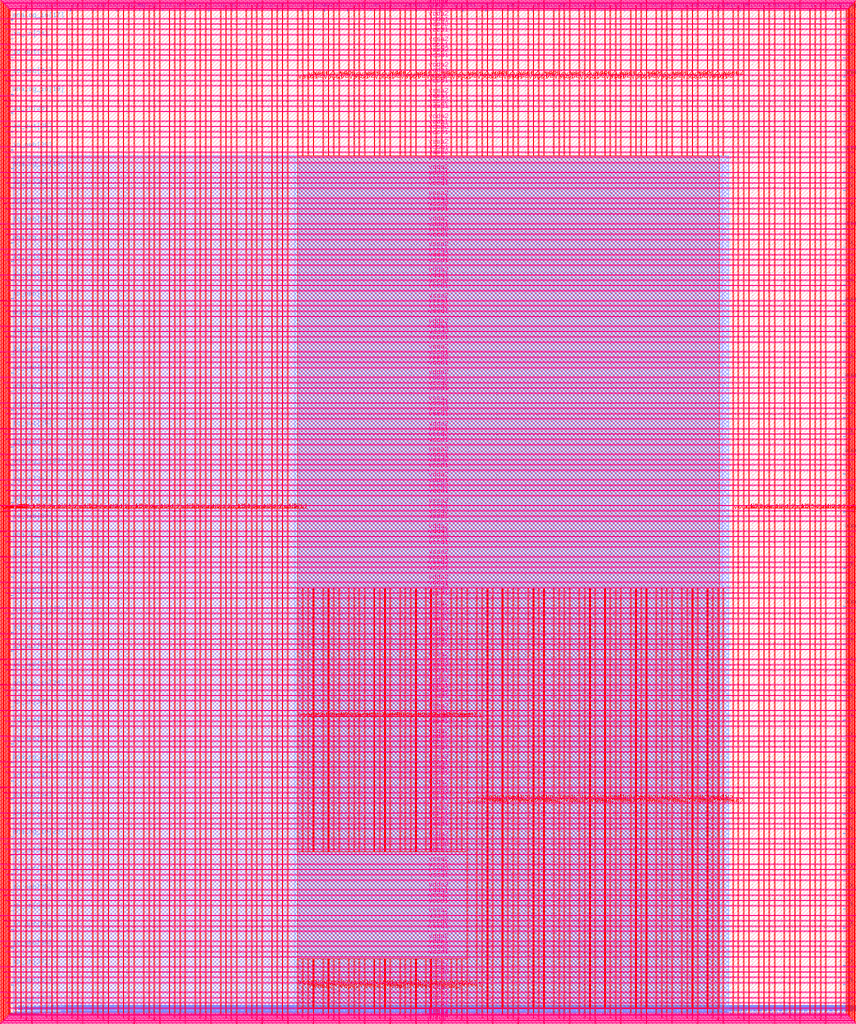
<source format=lef>
VERSION 5.7 ;
  NOWIREEXTENSIONATPIN ON ;
  DIVIDERCHAR "/" ;
  BUSBITCHARS "[]" ;
MACRO user_project_wrapper
  CLASS BLOCK ;
  FOREIGN user_project_wrapper ;
  ORIGIN 0.000 0.000 ;
  SIZE 2920.000 BY 3520.000 ;
  PIN analog_io[0]
    DIRECTION INOUT ;
    USE SIGNAL ;
    PORT
      LAYER met3 ;
        RECT 2917.600 1426.380 2924.800 1427.580 ;
    END
  END analog_io[0]
  PIN analog_io[10]
    DIRECTION INOUT ;
    USE SIGNAL ;
    PORT
      LAYER met2 ;
        RECT 2230.490 3517.600 2231.050 3524.800 ;
    END
  END analog_io[10]
  PIN analog_io[11]
    DIRECTION INOUT ;
    USE SIGNAL ;
    PORT
      LAYER met2 ;
        RECT 1905.730 3517.600 1906.290 3524.800 ;
    END
  END analog_io[11]
  PIN analog_io[12]
    DIRECTION INOUT ;
    USE SIGNAL ;
    PORT
      LAYER met2 ;
        RECT 1581.430 3517.600 1581.990 3524.800 ;
    END
  END analog_io[12]
  PIN analog_io[13]
    DIRECTION INOUT ;
    USE SIGNAL ;
    PORT
      LAYER met2 ;
        RECT 1257.130 3517.600 1257.690 3524.800 ;
    END
  END analog_io[13]
  PIN analog_io[14]
    DIRECTION INOUT ;
    USE SIGNAL ;
    PORT
      LAYER met2 ;
        RECT 932.370 3517.600 932.930 3524.800 ;
    END
  END analog_io[14]
  PIN analog_io[15]
    DIRECTION INOUT ;
    USE SIGNAL ;
    PORT
      LAYER met2 ;
        RECT 608.070 3517.600 608.630 3524.800 ;
    END
  END analog_io[15]
  PIN analog_io[16]
    DIRECTION INOUT ;
    USE SIGNAL ;
    PORT
      LAYER met2 ;
        RECT 283.770 3517.600 284.330 3524.800 ;
    END
  END analog_io[16]
  PIN analog_io[17]
    DIRECTION INOUT ;
    USE SIGNAL ;
    PORT
      LAYER met3 ;
        RECT -4.800 3486.100 2.400 3487.300 ;
    END
  END analog_io[17]
  PIN analog_io[18]
    DIRECTION INOUT ;
    USE SIGNAL ;
    PORT
      LAYER met3 ;
        RECT -4.800 3224.980 2.400 3226.180 ;
    END
  END analog_io[18]
  PIN analog_io[19]
    DIRECTION INOUT ;
    USE SIGNAL ;
    PORT
      LAYER met3 ;
        RECT -4.800 2964.540 2.400 2965.740 ;
    END
  END analog_io[19]
  PIN analog_io[1]
    DIRECTION INOUT ;
    USE SIGNAL ;
    PORT
      LAYER met3 ;
        RECT 2917.600 1692.260 2924.800 1693.460 ;
    END
  END analog_io[1]
  PIN analog_io[20]
    DIRECTION INOUT ;
    USE SIGNAL ;
    PORT
      LAYER met3 ;
        RECT -4.800 2703.420 2.400 2704.620 ;
    END
  END analog_io[20]
  PIN analog_io[21]
    DIRECTION INOUT ;
    USE SIGNAL ;
    PORT
      LAYER met3 ;
        RECT -4.800 2442.980 2.400 2444.180 ;
    END
  END analog_io[21]
  PIN analog_io[22]
    DIRECTION INOUT ;
    USE SIGNAL ;
    PORT
      LAYER met3 ;
        RECT -4.800 2182.540 2.400 2183.740 ;
    END
  END analog_io[22]
  PIN analog_io[23]
    DIRECTION INOUT ;
    USE SIGNAL ;
    PORT
      LAYER met3 ;
        RECT -4.800 1921.420 2.400 1922.620 ;
    END
  END analog_io[23]
  PIN analog_io[24]
    DIRECTION INOUT ;
    USE SIGNAL ;
    PORT
      LAYER met3 ;
        RECT -4.800 1660.980 2.400 1662.180 ;
    END
  END analog_io[24]
  PIN analog_io[25]
    DIRECTION INOUT ;
    USE SIGNAL ;
    PORT
      LAYER met3 ;
        RECT -4.800 1399.860 2.400 1401.060 ;
    END
  END analog_io[25]
  PIN analog_io[26]
    DIRECTION INOUT ;
    USE SIGNAL ;
    PORT
      LAYER met3 ;
        RECT -4.800 1139.420 2.400 1140.620 ;
    END
  END analog_io[26]
  PIN analog_io[27]
    DIRECTION INOUT ;
    USE SIGNAL ;
    PORT
      LAYER met3 ;
        RECT -4.800 878.980 2.400 880.180 ;
    END
  END analog_io[27]
  PIN analog_io[28]
    DIRECTION INOUT ;
    USE SIGNAL ;
    PORT
      LAYER met3 ;
        RECT -4.800 617.860 2.400 619.060 ;
    END
  END analog_io[28]
  PIN analog_io[2]
    DIRECTION INOUT ;
    USE SIGNAL ;
    PORT
      LAYER met3 ;
        RECT 2917.600 1958.140 2924.800 1959.340 ;
    END
  END analog_io[2]
  PIN analog_io[3]
    DIRECTION INOUT ;
    USE SIGNAL ;
    PORT
      LAYER met3 ;
        RECT 2917.600 2223.340 2924.800 2224.540 ;
    END
  END analog_io[3]
  PIN analog_io[4]
    DIRECTION INOUT ;
    USE SIGNAL ;
    PORT
      LAYER met3 ;
        RECT 2917.600 2489.220 2924.800 2490.420 ;
    END
  END analog_io[4]
  PIN analog_io[5]
    DIRECTION INOUT ;
    USE SIGNAL ;
    PORT
      LAYER met3 ;
        RECT 2917.600 2755.100 2924.800 2756.300 ;
    END
  END analog_io[5]
  PIN analog_io[6]
    DIRECTION INOUT ;
    USE SIGNAL ;
    PORT
      LAYER met3 ;
        RECT 2917.600 3020.300 2924.800 3021.500 ;
    END
  END analog_io[6]
  PIN analog_io[7]
    DIRECTION INOUT ;
    USE SIGNAL ;
    PORT
      LAYER met3 ;
        RECT 2917.600 3286.180 2924.800 3287.380 ;
    END
  END analog_io[7]
  PIN analog_io[8]
    DIRECTION INOUT ;
    USE SIGNAL ;
    PORT
      LAYER met2 ;
        RECT 2879.090 3517.600 2879.650 3524.800 ;
    END
  END analog_io[8]
  PIN analog_io[9]
    DIRECTION INOUT ;
    USE SIGNAL ;
    PORT
      LAYER met2 ;
        RECT 2554.790 3517.600 2555.350 3524.800 ;
    END
  END analog_io[9]
  PIN io_in[0]
    DIRECTION INPUT ;
    USE SIGNAL ;
    PORT
      LAYER met3 ;
        RECT 2917.600 32.380 2924.800 33.580 ;
    END
  END io_in[0]
  PIN io_in[10]
    DIRECTION INPUT ;
    USE SIGNAL ;
    PORT
      LAYER met3 ;
        RECT 2917.600 2289.980 2924.800 2291.180 ;
    END
  END io_in[10]
  PIN io_in[11]
    DIRECTION INPUT ;
    USE SIGNAL ;
    PORT
      LAYER met3 ;
        RECT 2917.600 2555.860 2924.800 2557.060 ;
    END
  END io_in[11]
  PIN io_in[12]
    DIRECTION INPUT ;
    USE SIGNAL ;
    PORT
      LAYER met3 ;
        RECT 2917.600 2821.060 2924.800 2822.260 ;
    END
  END io_in[12]
  PIN io_in[13]
    DIRECTION INPUT ;
    USE SIGNAL ;
    PORT
      LAYER met3 ;
        RECT 2917.600 3086.940 2924.800 3088.140 ;
    END
  END io_in[13]
  PIN io_in[14]
    DIRECTION INPUT ;
    USE SIGNAL ;
    PORT
      LAYER met3 ;
        RECT 2917.600 3352.820 2924.800 3354.020 ;
    END
  END io_in[14]
  PIN io_in[15]
    DIRECTION INPUT ;
    USE SIGNAL ;
    PORT
      LAYER met2 ;
        RECT 2798.130 3517.600 2798.690 3524.800 ;
    END
  END io_in[15]
  PIN io_in[16]
    DIRECTION INPUT ;
    USE SIGNAL ;
    PORT
      LAYER met2 ;
        RECT 2473.830 3517.600 2474.390 3524.800 ;
    END
  END io_in[16]
  PIN io_in[17]
    DIRECTION INPUT ;
    USE SIGNAL ;
    PORT
      LAYER met2 ;
        RECT 2149.070 3517.600 2149.630 3524.800 ;
    END
  END io_in[17]
  PIN io_in[18]
    DIRECTION INPUT ;
    USE SIGNAL ;
    PORT
      LAYER met2 ;
        RECT 1824.770 3517.600 1825.330 3524.800 ;
    END
  END io_in[18]
  PIN io_in[19]
    DIRECTION INPUT ;
    USE SIGNAL ;
    PORT
      LAYER met2 ;
        RECT 1500.470 3517.600 1501.030 3524.800 ;
    END
  END io_in[19]
  PIN io_in[1]
    DIRECTION INPUT ;
    USE SIGNAL ;
    PORT
      LAYER met3 ;
        RECT 2917.600 230.940 2924.800 232.140 ;
    END
  END io_in[1]
  PIN io_in[20]
    DIRECTION INPUT ;
    USE SIGNAL ;
    PORT
      LAYER met2 ;
        RECT 1175.710 3517.600 1176.270 3524.800 ;
    END
  END io_in[20]
  PIN io_in[21]
    DIRECTION INPUT ;
    USE SIGNAL ;
    PORT
      LAYER met2 ;
        RECT 851.410 3517.600 851.970 3524.800 ;
    END
  END io_in[21]
  PIN io_in[22]
    DIRECTION INPUT ;
    USE SIGNAL ;
    PORT
      LAYER met2 ;
        RECT 527.110 3517.600 527.670 3524.800 ;
    END
  END io_in[22]
  PIN io_in[23]
    DIRECTION INPUT ;
    USE SIGNAL ;
    PORT
      LAYER met2 ;
        RECT 202.350 3517.600 202.910 3524.800 ;
    END
  END io_in[23]
  PIN io_in[24]
    DIRECTION INPUT ;
    USE SIGNAL ;
    PORT
      LAYER met3 ;
        RECT -4.800 3420.820 2.400 3422.020 ;
    END
  END io_in[24]
  PIN io_in[25]
    DIRECTION INPUT ;
    USE SIGNAL ;
    PORT
      LAYER met3 ;
        RECT -4.800 3159.700 2.400 3160.900 ;
    END
  END io_in[25]
  PIN io_in[26]
    DIRECTION INPUT ;
    USE SIGNAL ;
    PORT
      LAYER met3 ;
        RECT -4.800 2899.260 2.400 2900.460 ;
    END
  END io_in[26]
  PIN io_in[27]
    DIRECTION INPUT ;
    USE SIGNAL ;
    PORT
      LAYER met3 ;
        RECT -4.800 2638.820 2.400 2640.020 ;
    END
  END io_in[27]
  PIN io_in[28]
    DIRECTION INPUT ;
    USE SIGNAL ;
    PORT
      LAYER met3 ;
        RECT -4.800 2377.700 2.400 2378.900 ;
    END
  END io_in[28]
  PIN io_in[29]
    DIRECTION INPUT ;
    USE SIGNAL ;
    PORT
      LAYER met3 ;
        RECT -4.800 2117.260 2.400 2118.460 ;
    END
  END io_in[29]
  PIN io_in[2]
    DIRECTION INPUT ;
    USE SIGNAL ;
    PORT
      LAYER met3 ;
        RECT 2917.600 430.180 2924.800 431.380 ;
    END
  END io_in[2]
  PIN io_in[30]
    DIRECTION INPUT ;
    USE SIGNAL ;
    PORT
      LAYER met3 ;
        RECT -4.800 1856.140 2.400 1857.340 ;
    END
  END io_in[30]
  PIN io_in[31]
    DIRECTION INPUT ;
    USE SIGNAL ;
    PORT
      LAYER met3 ;
        RECT -4.800 1595.700 2.400 1596.900 ;
    END
  END io_in[31]
  PIN io_in[32]
    DIRECTION INPUT ;
    USE SIGNAL ;
    PORT
      LAYER met3 ;
        RECT -4.800 1335.260 2.400 1336.460 ;
    END
  END io_in[32]
  PIN io_in[33]
    DIRECTION INPUT ;
    USE SIGNAL ;
    PORT
      LAYER met3 ;
        RECT -4.800 1074.140 2.400 1075.340 ;
    END
  END io_in[33]
  PIN io_in[34]
    DIRECTION INPUT ;
    USE SIGNAL ;
    PORT
      LAYER met3 ;
        RECT -4.800 813.700 2.400 814.900 ;
    END
  END io_in[34]
  PIN io_in[35]
    DIRECTION INPUT ;
    USE SIGNAL ;
    PORT
      LAYER met3 ;
        RECT -4.800 552.580 2.400 553.780 ;
    END
  END io_in[35]
  PIN io_in[36]
    DIRECTION INPUT ;
    USE SIGNAL ;
    PORT
      LAYER met3 ;
        RECT -4.800 357.420 2.400 358.620 ;
    END
  END io_in[36]
  PIN io_in[37]
    DIRECTION INPUT ;
    USE SIGNAL ;
    PORT
      LAYER met3 ;
        RECT -4.800 161.580 2.400 162.780 ;
    END
  END io_in[37]
  PIN io_in[3]
    DIRECTION INPUT ;
    USE SIGNAL ;
    PORT
      LAYER met3 ;
        RECT 2917.600 629.420 2924.800 630.620 ;
    END
  END io_in[3]
  PIN io_in[4]
    DIRECTION INPUT ;
    USE SIGNAL ;
    PORT
      LAYER met3 ;
        RECT 2917.600 828.660 2924.800 829.860 ;
    END
  END io_in[4]
  PIN io_in[5]
    DIRECTION INPUT ;
    USE SIGNAL ;
    PORT
      LAYER met3 ;
        RECT 2917.600 1027.900 2924.800 1029.100 ;
    END
  END io_in[5]
  PIN io_in[6]
    DIRECTION INPUT ;
    USE SIGNAL ;
    PORT
      LAYER met3 ;
        RECT 2917.600 1227.140 2924.800 1228.340 ;
    END
  END io_in[6]
  PIN io_in[7]
    DIRECTION INPUT ;
    USE SIGNAL ;
    PORT
      LAYER met3 ;
        RECT 2917.600 1493.020 2924.800 1494.220 ;
    END
  END io_in[7]
  PIN io_in[8]
    DIRECTION INPUT ;
    USE SIGNAL ;
    PORT
      LAYER met3 ;
        RECT 2917.600 1758.900 2924.800 1760.100 ;
    END
  END io_in[8]
  PIN io_in[9]
    DIRECTION INPUT ;
    USE SIGNAL ;
    PORT
      LAYER met3 ;
        RECT 2917.600 2024.100 2924.800 2025.300 ;
    END
  END io_in[9]
  PIN io_oeb[0]
    DIRECTION OUTPUT TRISTATE ;
    USE SIGNAL ;
    PORT
      LAYER met3 ;
        RECT 2917.600 164.980 2924.800 166.180 ;
    END
  END io_oeb[0]
  PIN io_oeb[10]
    DIRECTION OUTPUT TRISTATE ;
    USE SIGNAL ;
    PORT
      LAYER met3 ;
        RECT 2917.600 2422.580 2924.800 2423.780 ;
    END
  END io_oeb[10]
  PIN io_oeb[11]
    DIRECTION OUTPUT TRISTATE ;
    USE SIGNAL ;
    PORT
      LAYER met3 ;
        RECT 2917.600 2688.460 2924.800 2689.660 ;
    END
  END io_oeb[11]
  PIN io_oeb[12]
    DIRECTION OUTPUT TRISTATE ;
    USE SIGNAL ;
    PORT
      LAYER met3 ;
        RECT 2917.600 2954.340 2924.800 2955.540 ;
    END
  END io_oeb[12]
  PIN io_oeb[13]
    DIRECTION OUTPUT TRISTATE ;
    USE SIGNAL ;
    PORT
      LAYER met3 ;
        RECT 2917.600 3219.540 2924.800 3220.740 ;
    END
  END io_oeb[13]
  PIN io_oeb[14]
    DIRECTION OUTPUT TRISTATE ;
    USE SIGNAL ;
    PORT
      LAYER met3 ;
        RECT 2917.600 3485.420 2924.800 3486.620 ;
    END
  END io_oeb[14]
  PIN io_oeb[15]
    DIRECTION OUTPUT TRISTATE ;
    USE SIGNAL ;
    PORT
      LAYER met2 ;
        RECT 2635.750 3517.600 2636.310 3524.800 ;
    END
  END io_oeb[15]
  PIN io_oeb[16]
    DIRECTION OUTPUT TRISTATE ;
    USE SIGNAL ;
    PORT
      LAYER met2 ;
        RECT 2311.450 3517.600 2312.010 3524.800 ;
    END
  END io_oeb[16]
  PIN io_oeb[17]
    DIRECTION OUTPUT TRISTATE ;
    USE SIGNAL ;
    PORT
      LAYER met2 ;
        RECT 1987.150 3517.600 1987.710 3524.800 ;
    END
  END io_oeb[17]
  PIN io_oeb[18]
    DIRECTION OUTPUT TRISTATE ;
    USE SIGNAL ;
    PORT
      LAYER met2 ;
        RECT 1662.390 3517.600 1662.950 3524.800 ;
    END
  END io_oeb[18]
  PIN io_oeb[19]
    DIRECTION OUTPUT TRISTATE ;
    USE SIGNAL ;
    PORT
      LAYER met2 ;
        RECT 1338.090 3517.600 1338.650 3524.800 ;
    END
  END io_oeb[19]
  PIN io_oeb[1]
    DIRECTION OUTPUT TRISTATE ;
    USE SIGNAL ;
    PORT
      LAYER met3 ;
        RECT 2917.600 364.220 2924.800 365.420 ;
    END
  END io_oeb[1]
  PIN io_oeb[20]
    DIRECTION OUTPUT TRISTATE ;
    USE SIGNAL ;
    PORT
      LAYER met2 ;
        RECT 1013.790 3517.600 1014.350 3524.800 ;
    END
  END io_oeb[20]
  PIN io_oeb[21]
    DIRECTION OUTPUT TRISTATE ;
    USE SIGNAL ;
    PORT
      LAYER met2 ;
        RECT 689.030 3517.600 689.590 3524.800 ;
    END
  END io_oeb[21]
  PIN io_oeb[22]
    DIRECTION OUTPUT TRISTATE ;
    USE SIGNAL ;
    PORT
      LAYER met2 ;
        RECT 364.730 3517.600 365.290 3524.800 ;
    END
  END io_oeb[22]
  PIN io_oeb[23]
    DIRECTION OUTPUT TRISTATE ;
    USE SIGNAL ;
    PORT
      LAYER met2 ;
        RECT 40.430 3517.600 40.990 3524.800 ;
    END
  END io_oeb[23]
  PIN io_oeb[24]
    DIRECTION OUTPUT TRISTATE ;
    USE SIGNAL ;
    PORT
      LAYER met3 ;
        RECT -4.800 3290.260 2.400 3291.460 ;
    END
  END io_oeb[24]
  PIN io_oeb[25]
    DIRECTION OUTPUT TRISTATE ;
    USE SIGNAL ;
    PORT
      LAYER met3 ;
        RECT -4.800 3029.820 2.400 3031.020 ;
    END
  END io_oeb[25]
  PIN io_oeb[26]
    DIRECTION OUTPUT TRISTATE ;
    USE SIGNAL ;
    PORT
      LAYER met3 ;
        RECT -4.800 2768.700 2.400 2769.900 ;
    END
  END io_oeb[26]
  PIN io_oeb[27]
    DIRECTION OUTPUT TRISTATE ;
    USE SIGNAL ;
    PORT
      LAYER met3 ;
        RECT -4.800 2508.260 2.400 2509.460 ;
    END
  END io_oeb[27]
  PIN io_oeb[28]
    DIRECTION OUTPUT TRISTATE ;
    USE SIGNAL ;
    PORT
      LAYER met3 ;
        RECT -4.800 2247.140 2.400 2248.340 ;
    END
  END io_oeb[28]
  PIN io_oeb[29]
    DIRECTION OUTPUT TRISTATE ;
    USE SIGNAL ;
    PORT
      LAYER met3 ;
        RECT -4.800 1986.700 2.400 1987.900 ;
    END
  END io_oeb[29]
  PIN io_oeb[2]
    DIRECTION OUTPUT TRISTATE ;
    USE SIGNAL ;
    PORT
      LAYER met3 ;
        RECT 2917.600 563.460 2924.800 564.660 ;
    END
  END io_oeb[2]
  PIN io_oeb[30]
    DIRECTION OUTPUT TRISTATE ;
    USE SIGNAL ;
    PORT
      LAYER met3 ;
        RECT -4.800 1726.260 2.400 1727.460 ;
    END
  END io_oeb[30]
  PIN io_oeb[31]
    DIRECTION OUTPUT TRISTATE ;
    USE SIGNAL ;
    PORT
      LAYER met3 ;
        RECT -4.800 1465.140 2.400 1466.340 ;
    END
  END io_oeb[31]
  PIN io_oeb[32]
    DIRECTION OUTPUT TRISTATE ;
    USE SIGNAL ;
    PORT
      LAYER met3 ;
        RECT -4.800 1204.700 2.400 1205.900 ;
    END
  END io_oeb[32]
  PIN io_oeb[33]
    DIRECTION OUTPUT TRISTATE ;
    USE SIGNAL ;
    PORT
      LAYER met3 ;
        RECT -4.800 943.580 2.400 944.780 ;
    END
  END io_oeb[33]
  PIN io_oeb[34]
    DIRECTION OUTPUT TRISTATE ;
    USE SIGNAL ;
    PORT
      LAYER met3 ;
        RECT -4.800 683.140 2.400 684.340 ;
    END
  END io_oeb[34]
  PIN io_oeb[35]
    DIRECTION OUTPUT TRISTATE ;
    USE SIGNAL ;
    PORT
      LAYER met3 ;
        RECT -4.800 422.700 2.400 423.900 ;
    END
  END io_oeb[35]
  PIN io_oeb[36]
    DIRECTION OUTPUT TRISTATE ;
    USE SIGNAL ;
    PORT
      LAYER met3 ;
        RECT -4.800 226.860 2.400 228.060 ;
    END
  END io_oeb[36]
  PIN io_oeb[37]
    DIRECTION OUTPUT TRISTATE ;
    USE SIGNAL ;
    PORT
      LAYER met3 ;
        RECT -4.800 31.700 2.400 32.900 ;
    END
  END io_oeb[37]
  PIN io_oeb[3]
    DIRECTION OUTPUT TRISTATE ;
    USE SIGNAL ;
    PORT
      LAYER met3 ;
        RECT 2917.600 762.700 2924.800 763.900 ;
    END
  END io_oeb[3]
  PIN io_oeb[4]
    DIRECTION OUTPUT TRISTATE ;
    USE SIGNAL ;
    PORT
      LAYER met3 ;
        RECT 2917.600 961.940 2924.800 963.140 ;
    END
  END io_oeb[4]
  PIN io_oeb[5]
    DIRECTION OUTPUT TRISTATE ;
    USE SIGNAL ;
    PORT
      LAYER met3 ;
        RECT 2917.600 1161.180 2924.800 1162.380 ;
    END
  END io_oeb[5]
  PIN io_oeb[6]
    DIRECTION OUTPUT TRISTATE ;
    USE SIGNAL ;
    PORT
      LAYER met3 ;
        RECT 2917.600 1360.420 2924.800 1361.620 ;
    END
  END io_oeb[6]
  PIN io_oeb[7]
    DIRECTION OUTPUT TRISTATE ;
    USE SIGNAL ;
    PORT
      LAYER met3 ;
        RECT 2917.600 1625.620 2924.800 1626.820 ;
    END
  END io_oeb[7]
  PIN io_oeb[8]
    DIRECTION OUTPUT TRISTATE ;
    USE SIGNAL ;
    PORT
      LAYER met3 ;
        RECT 2917.600 1891.500 2924.800 1892.700 ;
    END
  END io_oeb[8]
  PIN io_oeb[9]
    DIRECTION OUTPUT TRISTATE ;
    USE SIGNAL ;
    PORT
      LAYER met3 ;
        RECT 2917.600 2157.380 2924.800 2158.580 ;
    END
  END io_oeb[9]
  PIN io_out[0]
    DIRECTION OUTPUT TRISTATE ;
    USE SIGNAL ;
    PORT
      LAYER met3 ;
        RECT 2917.600 98.340 2924.800 99.540 ;
    END
  END io_out[0]
  PIN io_out[10]
    DIRECTION OUTPUT TRISTATE ;
    USE SIGNAL ;
    PORT
      LAYER met3 ;
        RECT 2917.600 2356.620 2924.800 2357.820 ;
    END
  END io_out[10]
  PIN io_out[11]
    DIRECTION OUTPUT TRISTATE ;
    USE SIGNAL ;
    PORT
      LAYER met3 ;
        RECT 2917.600 2621.820 2924.800 2623.020 ;
    END
  END io_out[11]
  PIN io_out[12]
    DIRECTION OUTPUT TRISTATE ;
    USE SIGNAL ;
    PORT
      LAYER met3 ;
        RECT 2917.600 2887.700 2924.800 2888.900 ;
    END
  END io_out[12]
  PIN io_out[13]
    DIRECTION OUTPUT TRISTATE ;
    USE SIGNAL ;
    PORT
      LAYER met3 ;
        RECT 2917.600 3153.580 2924.800 3154.780 ;
    END
  END io_out[13]
  PIN io_out[14]
    DIRECTION OUTPUT TRISTATE ;
    USE SIGNAL ;
    PORT
      LAYER met3 ;
        RECT 2917.600 3418.780 2924.800 3419.980 ;
    END
  END io_out[14]
  PIN io_out[15]
    DIRECTION OUTPUT TRISTATE ;
    USE SIGNAL ;
    PORT
      LAYER met2 ;
        RECT 2717.170 3517.600 2717.730 3524.800 ;
    END
  END io_out[15]
  PIN io_out[16]
    DIRECTION OUTPUT TRISTATE ;
    USE SIGNAL ;
    PORT
      LAYER met2 ;
        RECT 2392.410 3517.600 2392.970 3524.800 ;
    END
  END io_out[16]
  PIN io_out[17]
    DIRECTION OUTPUT TRISTATE ;
    USE SIGNAL ;
    PORT
      LAYER met2 ;
        RECT 2068.110 3517.600 2068.670 3524.800 ;
    END
  END io_out[17]
  PIN io_out[18]
    DIRECTION OUTPUT TRISTATE ;
    USE SIGNAL ;
    PORT
      LAYER met2 ;
        RECT 1743.810 3517.600 1744.370 3524.800 ;
    END
  END io_out[18]
  PIN io_out[19]
    DIRECTION OUTPUT TRISTATE ;
    USE SIGNAL ;
    PORT
      LAYER met2 ;
        RECT 1419.050 3517.600 1419.610 3524.800 ;
    END
  END io_out[19]
  PIN io_out[1]
    DIRECTION OUTPUT TRISTATE ;
    USE SIGNAL ;
    PORT
      LAYER met3 ;
        RECT 2917.600 297.580 2924.800 298.780 ;
    END
  END io_out[1]
  PIN io_out[20]
    DIRECTION OUTPUT TRISTATE ;
    USE SIGNAL ;
    PORT
      LAYER met2 ;
        RECT 1094.750 3517.600 1095.310 3524.800 ;
    END
  END io_out[20]
  PIN io_out[21]
    DIRECTION OUTPUT TRISTATE ;
    USE SIGNAL ;
    PORT
      LAYER met2 ;
        RECT 770.450 3517.600 771.010 3524.800 ;
    END
  END io_out[21]
  PIN io_out[22]
    DIRECTION OUTPUT TRISTATE ;
    USE SIGNAL ;
    PORT
      LAYER met2 ;
        RECT 445.690 3517.600 446.250 3524.800 ;
    END
  END io_out[22]
  PIN io_out[23]
    DIRECTION OUTPUT TRISTATE ;
    USE SIGNAL ;
    PORT
      LAYER met2 ;
        RECT 121.390 3517.600 121.950 3524.800 ;
    END
  END io_out[23]
  PIN io_out[24]
    DIRECTION OUTPUT TRISTATE ;
    USE SIGNAL ;
    PORT
      LAYER met3 ;
        RECT -4.800 3355.540 2.400 3356.740 ;
    END
  END io_out[24]
  PIN io_out[25]
    DIRECTION OUTPUT TRISTATE ;
    USE SIGNAL ;
    PORT
      LAYER met3 ;
        RECT -4.800 3095.100 2.400 3096.300 ;
    END
  END io_out[25]
  PIN io_out[26]
    DIRECTION OUTPUT TRISTATE ;
    USE SIGNAL ;
    PORT
      LAYER met3 ;
        RECT -4.800 2833.980 2.400 2835.180 ;
    END
  END io_out[26]
  PIN io_out[27]
    DIRECTION OUTPUT TRISTATE ;
    USE SIGNAL ;
    PORT
      LAYER met3 ;
        RECT -4.800 2573.540 2.400 2574.740 ;
    END
  END io_out[27]
  PIN io_out[28]
    DIRECTION OUTPUT TRISTATE ;
    USE SIGNAL ;
    PORT
      LAYER met3 ;
        RECT -4.800 2312.420 2.400 2313.620 ;
    END
  END io_out[28]
  PIN io_out[29]
    DIRECTION OUTPUT TRISTATE ;
    USE SIGNAL ;
    PORT
      LAYER met3 ;
        RECT -4.800 2051.980 2.400 2053.180 ;
    END
  END io_out[29]
  PIN io_out[2]
    DIRECTION OUTPUT TRISTATE ;
    USE SIGNAL ;
    PORT
      LAYER met3 ;
        RECT 2917.600 496.820 2924.800 498.020 ;
    END
  END io_out[2]
  PIN io_out[30]
    DIRECTION OUTPUT TRISTATE ;
    USE SIGNAL ;
    PORT
      LAYER met3 ;
        RECT -4.800 1791.540 2.400 1792.740 ;
    END
  END io_out[30]
  PIN io_out[31]
    DIRECTION OUTPUT TRISTATE ;
    USE SIGNAL ;
    PORT
      LAYER met3 ;
        RECT -4.800 1530.420 2.400 1531.620 ;
    END
  END io_out[31]
  PIN io_out[32]
    DIRECTION OUTPUT TRISTATE ;
    USE SIGNAL ;
    PORT
      LAYER met3 ;
        RECT -4.800 1269.980 2.400 1271.180 ;
    END
  END io_out[32]
  PIN io_out[33]
    DIRECTION OUTPUT TRISTATE ;
    USE SIGNAL ;
    PORT
      LAYER met3 ;
        RECT -4.800 1008.860 2.400 1010.060 ;
    END
  END io_out[33]
  PIN io_out[34]
    DIRECTION OUTPUT TRISTATE ;
    USE SIGNAL ;
    PORT
      LAYER met3 ;
        RECT -4.800 748.420 2.400 749.620 ;
    END
  END io_out[34]
  PIN io_out[35]
    DIRECTION OUTPUT TRISTATE ;
    USE SIGNAL ;
    PORT
      LAYER met3 ;
        RECT -4.800 487.300 2.400 488.500 ;
    END
  END io_out[35]
  PIN io_out[36]
    DIRECTION OUTPUT TRISTATE ;
    USE SIGNAL ;
    PORT
      LAYER met3 ;
        RECT -4.800 292.140 2.400 293.340 ;
    END
  END io_out[36]
  PIN io_out[37]
    DIRECTION OUTPUT TRISTATE ;
    USE SIGNAL ;
    PORT
      LAYER met3 ;
        RECT -4.800 96.300 2.400 97.500 ;
    END
  END io_out[37]
  PIN io_out[3]
    DIRECTION OUTPUT TRISTATE ;
    USE SIGNAL ;
    PORT
      LAYER met3 ;
        RECT 2917.600 696.060 2924.800 697.260 ;
    END
  END io_out[3]
  PIN io_out[4]
    DIRECTION OUTPUT TRISTATE ;
    USE SIGNAL ;
    PORT
      LAYER met3 ;
        RECT 2917.600 895.300 2924.800 896.500 ;
    END
  END io_out[4]
  PIN io_out[5]
    DIRECTION OUTPUT TRISTATE ;
    USE SIGNAL ;
    PORT
      LAYER met3 ;
        RECT 2917.600 1094.540 2924.800 1095.740 ;
    END
  END io_out[5]
  PIN io_out[6]
    DIRECTION OUTPUT TRISTATE ;
    USE SIGNAL ;
    PORT
      LAYER met3 ;
        RECT 2917.600 1293.780 2924.800 1294.980 ;
    END
  END io_out[6]
  PIN io_out[7]
    DIRECTION OUTPUT TRISTATE ;
    USE SIGNAL ;
    PORT
      LAYER met3 ;
        RECT 2917.600 1559.660 2924.800 1560.860 ;
    END
  END io_out[7]
  PIN io_out[8]
    DIRECTION OUTPUT TRISTATE ;
    USE SIGNAL ;
    PORT
      LAYER met3 ;
        RECT 2917.600 1824.860 2924.800 1826.060 ;
    END
  END io_out[8]
  PIN io_out[9]
    DIRECTION OUTPUT TRISTATE ;
    USE SIGNAL ;
    PORT
      LAYER met3 ;
        RECT 2917.600 2090.740 2924.800 2091.940 ;
    END
  END io_out[9]
  PIN la_data_in[0]
    DIRECTION INPUT ;
    USE SIGNAL ;
    PORT
      LAYER met2 ;
        RECT 629.230 -4.800 629.790 2.400 ;
    END
  END la_data_in[0]
  PIN la_data_in[100]
    DIRECTION INPUT ;
    USE SIGNAL ;
    PORT
      LAYER met2 ;
        RECT 2402.530 -4.800 2403.090 2.400 ;
    END
  END la_data_in[100]
  PIN la_data_in[101]
    DIRECTION INPUT ;
    USE SIGNAL ;
    PORT
      LAYER met2 ;
        RECT 2420.010 -4.800 2420.570 2.400 ;
    END
  END la_data_in[101]
  PIN la_data_in[102]
    DIRECTION INPUT ;
    USE SIGNAL ;
    PORT
      LAYER met2 ;
        RECT 2437.950 -4.800 2438.510 2.400 ;
    END
  END la_data_in[102]
  PIN la_data_in[103]
    DIRECTION INPUT ;
    USE SIGNAL ;
    PORT
      LAYER met2 ;
        RECT 2455.430 -4.800 2455.990 2.400 ;
    END
  END la_data_in[103]
  PIN la_data_in[104]
    DIRECTION INPUT ;
    USE SIGNAL ;
    PORT
      LAYER met2 ;
        RECT 2473.370 -4.800 2473.930 2.400 ;
    END
  END la_data_in[104]
  PIN la_data_in[105]
    DIRECTION INPUT ;
    USE SIGNAL ;
    PORT
      LAYER met2 ;
        RECT 2490.850 -4.800 2491.410 2.400 ;
    END
  END la_data_in[105]
  PIN la_data_in[106]
    DIRECTION INPUT ;
    USE SIGNAL ;
    PORT
      LAYER met2 ;
        RECT 2508.790 -4.800 2509.350 2.400 ;
    END
  END la_data_in[106]
  PIN la_data_in[107]
    DIRECTION INPUT ;
    USE SIGNAL ;
    PORT
      LAYER met2 ;
        RECT 2526.730 -4.800 2527.290 2.400 ;
    END
  END la_data_in[107]
  PIN la_data_in[108]
    DIRECTION INPUT ;
    USE SIGNAL ;
    PORT
      LAYER met2 ;
        RECT 2544.210 -4.800 2544.770 2.400 ;
    END
  END la_data_in[108]
  PIN la_data_in[109]
    DIRECTION INPUT ;
    USE SIGNAL ;
    PORT
      LAYER met2 ;
        RECT 2562.150 -4.800 2562.710 2.400 ;
    END
  END la_data_in[109]
  PIN la_data_in[10]
    DIRECTION INPUT ;
    USE SIGNAL ;
    PORT
      LAYER met2 ;
        RECT 806.330 -4.800 806.890 2.400 ;
    END
  END la_data_in[10]
  PIN la_data_in[110]
    DIRECTION INPUT ;
    USE SIGNAL ;
    PORT
      LAYER met2 ;
        RECT 2579.630 -4.800 2580.190 2.400 ;
    END
  END la_data_in[110]
  PIN la_data_in[111]
    DIRECTION INPUT ;
    USE SIGNAL ;
    PORT
      LAYER met2 ;
        RECT 2597.570 -4.800 2598.130 2.400 ;
    END
  END la_data_in[111]
  PIN la_data_in[112]
    DIRECTION INPUT ;
    USE SIGNAL ;
    PORT
      LAYER met2 ;
        RECT 2615.050 -4.800 2615.610 2.400 ;
    END
  END la_data_in[112]
  PIN la_data_in[113]
    DIRECTION INPUT ;
    USE SIGNAL ;
    PORT
      LAYER met2 ;
        RECT 2632.990 -4.800 2633.550 2.400 ;
    END
  END la_data_in[113]
  PIN la_data_in[114]
    DIRECTION INPUT ;
    USE SIGNAL ;
    PORT
      LAYER met2 ;
        RECT 2650.470 -4.800 2651.030 2.400 ;
    END
  END la_data_in[114]
  PIN la_data_in[115]
    DIRECTION INPUT ;
    USE SIGNAL ;
    PORT
      LAYER met2 ;
        RECT 2668.410 -4.800 2668.970 2.400 ;
    END
  END la_data_in[115]
  PIN la_data_in[116]
    DIRECTION INPUT ;
    USE SIGNAL ;
    PORT
      LAYER met2 ;
        RECT 2685.890 -4.800 2686.450 2.400 ;
    END
  END la_data_in[116]
  PIN la_data_in[117]
    DIRECTION INPUT ;
    USE SIGNAL ;
    PORT
      LAYER met2 ;
        RECT 2703.830 -4.800 2704.390 2.400 ;
    END
  END la_data_in[117]
  PIN la_data_in[118]
    DIRECTION INPUT ;
    USE SIGNAL ;
    PORT
      LAYER met2 ;
        RECT 2721.770 -4.800 2722.330 2.400 ;
    END
  END la_data_in[118]
  PIN la_data_in[119]
    DIRECTION INPUT ;
    USE SIGNAL ;
    PORT
      LAYER met2 ;
        RECT 2739.250 -4.800 2739.810 2.400 ;
    END
  END la_data_in[119]
  PIN la_data_in[11]
    DIRECTION INPUT ;
    USE SIGNAL ;
    PORT
      LAYER met2 ;
        RECT 824.270 -4.800 824.830 2.400 ;
    END
  END la_data_in[11]
  PIN la_data_in[120]
    DIRECTION INPUT ;
    USE SIGNAL ;
    PORT
      LAYER met2 ;
        RECT 2757.190 -4.800 2757.750 2.400 ;
    END
  END la_data_in[120]
  PIN la_data_in[121]
    DIRECTION INPUT ;
    USE SIGNAL ;
    PORT
      LAYER met2 ;
        RECT 2774.670 -4.800 2775.230 2.400 ;
    END
  END la_data_in[121]
  PIN la_data_in[122]
    DIRECTION INPUT ;
    USE SIGNAL ;
    PORT
      LAYER met2 ;
        RECT 2792.610 -4.800 2793.170 2.400 ;
    END
  END la_data_in[122]
  PIN la_data_in[123]
    DIRECTION INPUT ;
    USE SIGNAL ;
    PORT
      LAYER met2 ;
        RECT 2810.090 -4.800 2810.650 2.400 ;
    END
  END la_data_in[123]
  PIN la_data_in[124]
    DIRECTION INPUT ;
    USE SIGNAL ;
    PORT
      LAYER met2 ;
        RECT 2828.030 -4.800 2828.590 2.400 ;
    END
  END la_data_in[124]
  PIN la_data_in[125]
    DIRECTION INPUT ;
    USE SIGNAL ;
    PORT
      LAYER met2 ;
        RECT 2845.510 -4.800 2846.070 2.400 ;
    END
  END la_data_in[125]
  PIN la_data_in[126]
    DIRECTION INPUT ;
    USE SIGNAL ;
    PORT
      LAYER met2 ;
        RECT 2863.450 -4.800 2864.010 2.400 ;
    END
  END la_data_in[126]
  PIN la_data_in[127]
    DIRECTION INPUT ;
    USE SIGNAL ;
    PORT
      LAYER met2 ;
        RECT 2881.390 -4.800 2881.950 2.400 ;
    END
  END la_data_in[127]
  PIN la_data_in[12]
    DIRECTION INPUT ;
    USE SIGNAL ;
    PORT
      LAYER met2 ;
        RECT 841.750 -4.800 842.310 2.400 ;
    END
  END la_data_in[12]
  PIN la_data_in[13]
    DIRECTION INPUT ;
    USE SIGNAL ;
    PORT
      LAYER met2 ;
        RECT 859.690 -4.800 860.250 2.400 ;
    END
  END la_data_in[13]
  PIN la_data_in[14]
    DIRECTION INPUT ;
    USE SIGNAL ;
    PORT
      LAYER met2 ;
        RECT 877.170 -4.800 877.730 2.400 ;
    END
  END la_data_in[14]
  PIN la_data_in[15]
    DIRECTION INPUT ;
    USE SIGNAL ;
    PORT
      LAYER met2 ;
        RECT 895.110 -4.800 895.670 2.400 ;
    END
  END la_data_in[15]
  PIN la_data_in[16]
    DIRECTION INPUT ;
    USE SIGNAL ;
    PORT
      LAYER met2 ;
        RECT 912.590 -4.800 913.150 2.400 ;
    END
  END la_data_in[16]
  PIN la_data_in[17]
    DIRECTION INPUT ;
    USE SIGNAL ;
    PORT
      LAYER met2 ;
        RECT 930.530 -4.800 931.090 2.400 ;
    END
  END la_data_in[17]
  PIN la_data_in[18]
    DIRECTION INPUT ;
    USE SIGNAL ;
    PORT
      LAYER met2 ;
        RECT 948.470 -4.800 949.030 2.400 ;
    END
  END la_data_in[18]
  PIN la_data_in[19]
    DIRECTION INPUT ;
    USE SIGNAL ;
    PORT
      LAYER met2 ;
        RECT 965.950 -4.800 966.510 2.400 ;
    END
  END la_data_in[19]
  PIN la_data_in[1]
    DIRECTION INPUT ;
    USE SIGNAL ;
    PORT
      LAYER met2 ;
        RECT 646.710 -4.800 647.270 2.400 ;
    END
  END la_data_in[1]
  PIN la_data_in[20]
    DIRECTION INPUT ;
    USE SIGNAL ;
    PORT
      LAYER met2 ;
        RECT 983.890 -4.800 984.450 2.400 ;
    END
  END la_data_in[20]
  PIN la_data_in[21]
    DIRECTION INPUT ;
    USE SIGNAL ;
    PORT
      LAYER met2 ;
        RECT 1001.370 -4.800 1001.930 2.400 ;
    END
  END la_data_in[21]
  PIN la_data_in[22]
    DIRECTION INPUT ;
    USE SIGNAL ;
    PORT
      LAYER met2 ;
        RECT 1019.310 -4.800 1019.870 2.400 ;
    END
  END la_data_in[22]
  PIN la_data_in[23]
    DIRECTION INPUT ;
    USE SIGNAL ;
    PORT
      LAYER met2 ;
        RECT 1036.790 -4.800 1037.350 2.400 ;
    END
  END la_data_in[23]
  PIN la_data_in[24]
    DIRECTION INPUT ;
    USE SIGNAL ;
    PORT
      LAYER met2 ;
        RECT 1054.730 -4.800 1055.290 2.400 ;
    END
  END la_data_in[24]
  PIN la_data_in[25]
    DIRECTION INPUT ;
    USE SIGNAL ;
    PORT
      LAYER met2 ;
        RECT 1072.210 -4.800 1072.770 2.400 ;
    END
  END la_data_in[25]
  PIN la_data_in[26]
    DIRECTION INPUT ;
    USE SIGNAL ;
    PORT
      LAYER met2 ;
        RECT 1090.150 -4.800 1090.710 2.400 ;
    END
  END la_data_in[26]
  PIN la_data_in[27]
    DIRECTION INPUT ;
    USE SIGNAL ;
    PORT
      LAYER met2 ;
        RECT 1107.630 -4.800 1108.190 2.400 ;
    END
  END la_data_in[27]
  PIN la_data_in[28]
    DIRECTION INPUT ;
    USE SIGNAL ;
    PORT
      LAYER met2 ;
        RECT 1125.570 -4.800 1126.130 2.400 ;
    END
  END la_data_in[28]
  PIN la_data_in[29]
    DIRECTION INPUT ;
    USE SIGNAL ;
    PORT
      LAYER met2 ;
        RECT 1143.510 -4.800 1144.070 2.400 ;
    END
  END la_data_in[29]
  PIN la_data_in[2]
    DIRECTION INPUT ;
    USE SIGNAL ;
    PORT
      LAYER met2 ;
        RECT 664.650 -4.800 665.210 2.400 ;
    END
  END la_data_in[2]
  PIN la_data_in[30]
    DIRECTION INPUT ;
    USE SIGNAL ;
    PORT
      LAYER met2 ;
        RECT 1160.990 -4.800 1161.550 2.400 ;
    END
  END la_data_in[30]
  PIN la_data_in[31]
    DIRECTION INPUT ;
    USE SIGNAL ;
    PORT
      LAYER met2 ;
        RECT 1178.930 -4.800 1179.490 2.400 ;
    END
  END la_data_in[31]
  PIN la_data_in[32]
    DIRECTION INPUT ;
    USE SIGNAL ;
    PORT
      LAYER met2 ;
        RECT 1196.410 -4.800 1196.970 2.400 ;
    END
  END la_data_in[32]
  PIN la_data_in[33]
    DIRECTION INPUT ;
    USE SIGNAL ;
    PORT
      LAYER met2 ;
        RECT 1214.350 -4.800 1214.910 2.400 ;
    END
  END la_data_in[33]
  PIN la_data_in[34]
    DIRECTION INPUT ;
    USE SIGNAL ;
    PORT
      LAYER met2 ;
        RECT 1231.830 -4.800 1232.390 2.400 ;
    END
  END la_data_in[34]
  PIN la_data_in[35]
    DIRECTION INPUT ;
    USE SIGNAL ;
    PORT
      LAYER met2 ;
        RECT 1249.770 -4.800 1250.330 2.400 ;
    END
  END la_data_in[35]
  PIN la_data_in[36]
    DIRECTION INPUT ;
    USE SIGNAL ;
    PORT
      LAYER met2 ;
        RECT 1267.250 -4.800 1267.810 2.400 ;
    END
  END la_data_in[36]
  PIN la_data_in[37]
    DIRECTION INPUT ;
    USE SIGNAL ;
    PORT
      LAYER met2 ;
        RECT 1285.190 -4.800 1285.750 2.400 ;
    END
  END la_data_in[37]
  PIN la_data_in[38]
    DIRECTION INPUT ;
    USE SIGNAL ;
    PORT
      LAYER met2 ;
        RECT 1303.130 -4.800 1303.690 2.400 ;
    END
  END la_data_in[38]
  PIN la_data_in[39]
    DIRECTION INPUT ;
    USE SIGNAL ;
    PORT
      LAYER met2 ;
        RECT 1320.610 -4.800 1321.170 2.400 ;
    END
  END la_data_in[39]
  PIN la_data_in[3]
    DIRECTION INPUT ;
    USE SIGNAL ;
    PORT
      LAYER met2 ;
        RECT 682.130 -4.800 682.690 2.400 ;
    END
  END la_data_in[3]
  PIN la_data_in[40]
    DIRECTION INPUT ;
    USE SIGNAL ;
    PORT
      LAYER met2 ;
        RECT 1338.550 -4.800 1339.110 2.400 ;
    END
  END la_data_in[40]
  PIN la_data_in[41]
    DIRECTION INPUT ;
    USE SIGNAL ;
    PORT
      LAYER met2 ;
        RECT 1356.030 -4.800 1356.590 2.400 ;
    END
  END la_data_in[41]
  PIN la_data_in[42]
    DIRECTION INPUT ;
    USE SIGNAL ;
    PORT
      LAYER met2 ;
        RECT 1373.970 -4.800 1374.530 2.400 ;
    END
  END la_data_in[42]
  PIN la_data_in[43]
    DIRECTION INPUT ;
    USE SIGNAL ;
    PORT
      LAYER met2 ;
        RECT 1391.450 -4.800 1392.010 2.400 ;
    END
  END la_data_in[43]
  PIN la_data_in[44]
    DIRECTION INPUT ;
    USE SIGNAL ;
    PORT
      LAYER met2 ;
        RECT 1409.390 -4.800 1409.950 2.400 ;
    END
  END la_data_in[44]
  PIN la_data_in[45]
    DIRECTION INPUT ;
    USE SIGNAL ;
    PORT
      LAYER met2 ;
        RECT 1426.870 -4.800 1427.430 2.400 ;
    END
  END la_data_in[45]
  PIN la_data_in[46]
    DIRECTION INPUT ;
    USE SIGNAL ;
    PORT
      LAYER met2 ;
        RECT 1444.810 -4.800 1445.370 2.400 ;
    END
  END la_data_in[46]
  PIN la_data_in[47]
    DIRECTION INPUT ;
    USE SIGNAL ;
    PORT
      LAYER met2 ;
        RECT 1462.750 -4.800 1463.310 2.400 ;
    END
  END la_data_in[47]
  PIN la_data_in[48]
    DIRECTION INPUT ;
    USE SIGNAL ;
    PORT
      LAYER met2 ;
        RECT 1480.230 -4.800 1480.790 2.400 ;
    END
  END la_data_in[48]
  PIN la_data_in[49]
    DIRECTION INPUT ;
    USE SIGNAL ;
    PORT
      LAYER met2 ;
        RECT 1498.170 -4.800 1498.730 2.400 ;
    END
  END la_data_in[49]
  PIN la_data_in[4]
    DIRECTION INPUT ;
    USE SIGNAL ;
    PORT
      LAYER met2 ;
        RECT 700.070 -4.800 700.630 2.400 ;
    END
  END la_data_in[4]
  PIN la_data_in[50]
    DIRECTION INPUT ;
    USE SIGNAL ;
    PORT
      LAYER met2 ;
        RECT 1515.650 -4.800 1516.210 2.400 ;
    END
  END la_data_in[50]
  PIN la_data_in[51]
    DIRECTION INPUT ;
    USE SIGNAL ;
    PORT
      LAYER met2 ;
        RECT 1533.590 -4.800 1534.150 2.400 ;
    END
  END la_data_in[51]
  PIN la_data_in[52]
    DIRECTION INPUT ;
    USE SIGNAL ;
    PORT
      LAYER met2 ;
        RECT 1551.070 -4.800 1551.630 2.400 ;
    END
  END la_data_in[52]
  PIN la_data_in[53]
    DIRECTION INPUT ;
    USE SIGNAL ;
    PORT
      LAYER met2 ;
        RECT 1569.010 -4.800 1569.570 2.400 ;
    END
  END la_data_in[53]
  PIN la_data_in[54]
    DIRECTION INPUT ;
    USE SIGNAL ;
    PORT
      LAYER met2 ;
        RECT 1586.490 -4.800 1587.050 2.400 ;
    END
  END la_data_in[54]
  PIN la_data_in[55]
    DIRECTION INPUT ;
    USE SIGNAL ;
    PORT
      LAYER met2 ;
        RECT 1604.430 -4.800 1604.990 2.400 ;
    END
  END la_data_in[55]
  PIN la_data_in[56]
    DIRECTION INPUT ;
    USE SIGNAL ;
    PORT
      LAYER met2 ;
        RECT 1621.910 -4.800 1622.470 2.400 ;
    END
  END la_data_in[56]
  PIN la_data_in[57]
    DIRECTION INPUT ;
    USE SIGNAL ;
    PORT
      LAYER met2 ;
        RECT 1639.850 -4.800 1640.410 2.400 ;
    END
  END la_data_in[57]
  PIN la_data_in[58]
    DIRECTION INPUT ;
    USE SIGNAL ;
    PORT
      LAYER met2 ;
        RECT 1657.790 -4.800 1658.350 2.400 ;
    END
  END la_data_in[58]
  PIN la_data_in[59]
    DIRECTION INPUT ;
    USE SIGNAL ;
    PORT
      LAYER met2 ;
        RECT 1675.270 -4.800 1675.830 2.400 ;
    END
  END la_data_in[59]
  PIN la_data_in[5]
    DIRECTION INPUT ;
    USE SIGNAL ;
    PORT
      LAYER met2 ;
        RECT 717.550 -4.800 718.110 2.400 ;
    END
  END la_data_in[5]
  PIN la_data_in[60]
    DIRECTION INPUT ;
    USE SIGNAL ;
    PORT
      LAYER met2 ;
        RECT 1693.210 -4.800 1693.770 2.400 ;
    END
  END la_data_in[60]
  PIN la_data_in[61]
    DIRECTION INPUT ;
    USE SIGNAL ;
    PORT
      LAYER met2 ;
        RECT 1710.690 -4.800 1711.250 2.400 ;
    END
  END la_data_in[61]
  PIN la_data_in[62]
    DIRECTION INPUT ;
    USE SIGNAL ;
    PORT
      LAYER met2 ;
        RECT 1728.630 -4.800 1729.190 2.400 ;
    END
  END la_data_in[62]
  PIN la_data_in[63]
    DIRECTION INPUT ;
    USE SIGNAL ;
    PORT
      LAYER met2 ;
        RECT 1746.110 -4.800 1746.670 2.400 ;
    END
  END la_data_in[63]
  PIN la_data_in[64]
    DIRECTION INPUT ;
    USE SIGNAL ;
    PORT
      LAYER met2 ;
        RECT 1764.050 -4.800 1764.610 2.400 ;
    END
  END la_data_in[64]
  PIN la_data_in[65]
    DIRECTION INPUT ;
    USE SIGNAL ;
    PORT
      LAYER met2 ;
        RECT 1781.530 -4.800 1782.090 2.400 ;
    END
  END la_data_in[65]
  PIN la_data_in[66]
    DIRECTION INPUT ;
    USE SIGNAL ;
    PORT
      LAYER met2 ;
        RECT 1799.470 -4.800 1800.030 2.400 ;
    END
  END la_data_in[66]
  PIN la_data_in[67]
    DIRECTION INPUT ;
    USE SIGNAL ;
    PORT
      LAYER met2 ;
        RECT 1817.410 -4.800 1817.970 2.400 ;
    END
  END la_data_in[67]
  PIN la_data_in[68]
    DIRECTION INPUT ;
    USE SIGNAL ;
    PORT
      LAYER met2 ;
        RECT 1834.890 -4.800 1835.450 2.400 ;
    END
  END la_data_in[68]
  PIN la_data_in[69]
    DIRECTION INPUT ;
    USE SIGNAL ;
    PORT
      LAYER met2 ;
        RECT 1852.830 -4.800 1853.390 2.400 ;
    END
  END la_data_in[69]
  PIN la_data_in[6]
    DIRECTION INPUT ;
    USE SIGNAL ;
    PORT
      LAYER met2 ;
        RECT 735.490 -4.800 736.050 2.400 ;
    END
  END la_data_in[6]
  PIN la_data_in[70]
    DIRECTION INPUT ;
    USE SIGNAL ;
    PORT
      LAYER met2 ;
        RECT 1870.310 -4.800 1870.870 2.400 ;
    END
  END la_data_in[70]
  PIN la_data_in[71]
    DIRECTION INPUT ;
    USE SIGNAL ;
    PORT
      LAYER met2 ;
        RECT 1888.250 -4.800 1888.810 2.400 ;
    END
  END la_data_in[71]
  PIN la_data_in[72]
    DIRECTION INPUT ;
    USE SIGNAL ;
    PORT
      LAYER met2 ;
        RECT 1905.730 -4.800 1906.290 2.400 ;
    END
  END la_data_in[72]
  PIN la_data_in[73]
    DIRECTION INPUT ;
    USE SIGNAL ;
    PORT
      LAYER met2 ;
        RECT 1923.670 -4.800 1924.230 2.400 ;
    END
  END la_data_in[73]
  PIN la_data_in[74]
    DIRECTION INPUT ;
    USE SIGNAL ;
    PORT
      LAYER met2 ;
        RECT 1941.150 -4.800 1941.710 2.400 ;
    END
  END la_data_in[74]
  PIN la_data_in[75]
    DIRECTION INPUT ;
    USE SIGNAL ;
    PORT
      LAYER met2 ;
        RECT 1959.090 -4.800 1959.650 2.400 ;
    END
  END la_data_in[75]
  PIN la_data_in[76]
    DIRECTION INPUT ;
    USE SIGNAL ;
    PORT
      LAYER met2 ;
        RECT 1976.570 -4.800 1977.130 2.400 ;
    END
  END la_data_in[76]
  PIN la_data_in[77]
    DIRECTION INPUT ;
    USE SIGNAL ;
    PORT
      LAYER met2 ;
        RECT 1994.510 -4.800 1995.070 2.400 ;
    END
  END la_data_in[77]
  PIN la_data_in[78]
    DIRECTION INPUT ;
    USE SIGNAL ;
    PORT
      LAYER met2 ;
        RECT 2012.450 -4.800 2013.010 2.400 ;
    END
  END la_data_in[78]
  PIN la_data_in[79]
    DIRECTION INPUT ;
    USE SIGNAL ;
    PORT
      LAYER met2 ;
        RECT 2029.930 -4.800 2030.490 2.400 ;
    END
  END la_data_in[79]
  PIN la_data_in[7]
    DIRECTION INPUT ;
    USE SIGNAL ;
    PORT
      LAYER met2 ;
        RECT 752.970 -4.800 753.530 2.400 ;
    END
  END la_data_in[7]
  PIN la_data_in[80]
    DIRECTION INPUT ;
    USE SIGNAL ;
    PORT
      LAYER met2 ;
        RECT 2047.870 -4.800 2048.430 2.400 ;
    END
  END la_data_in[80]
  PIN la_data_in[81]
    DIRECTION INPUT ;
    USE SIGNAL ;
    PORT
      LAYER met2 ;
        RECT 2065.350 -4.800 2065.910 2.400 ;
    END
  END la_data_in[81]
  PIN la_data_in[82]
    DIRECTION INPUT ;
    USE SIGNAL ;
    PORT
      LAYER met2 ;
        RECT 2083.290 -4.800 2083.850 2.400 ;
    END
  END la_data_in[82]
  PIN la_data_in[83]
    DIRECTION INPUT ;
    USE SIGNAL ;
    PORT
      LAYER met2 ;
        RECT 2100.770 -4.800 2101.330 2.400 ;
    END
  END la_data_in[83]
  PIN la_data_in[84]
    DIRECTION INPUT ;
    USE SIGNAL ;
    PORT
      LAYER met2 ;
        RECT 2118.710 -4.800 2119.270 2.400 ;
    END
  END la_data_in[84]
  PIN la_data_in[85]
    DIRECTION INPUT ;
    USE SIGNAL ;
    PORT
      LAYER met2 ;
        RECT 2136.190 -4.800 2136.750 2.400 ;
    END
  END la_data_in[85]
  PIN la_data_in[86]
    DIRECTION INPUT ;
    USE SIGNAL ;
    PORT
      LAYER met2 ;
        RECT 2154.130 -4.800 2154.690 2.400 ;
    END
  END la_data_in[86]
  PIN la_data_in[87]
    DIRECTION INPUT ;
    USE SIGNAL ;
    PORT
      LAYER met2 ;
        RECT 2172.070 -4.800 2172.630 2.400 ;
    END
  END la_data_in[87]
  PIN la_data_in[88]
    DIRECTION INPUT ;
    USE SIGNAL ;
    PORT
      LAYER met2 ;
        RECT 2189.550 -4.800 2190.110 2.400 ;
    END
  END la_data_in[88]
  PIN la_data_in[89]
    DIRECTION INPUT ;
    USE SIGNAL ;
    PORT
      LAYER met2 ;
        RECT 2207.490 -4.800 2208.050 2.400 ;
    END
  END la_data_in[89]
  PIN la_data_in[8]
    DIRECTION INPUT ;
    USE SIGNAL ;
    PORT
      LAYER met2 ;
        RECT 770.910 -4.800 771.470 2.400 ;
    END
  END la_data_in[8]
  PIN la_data_in[90]
    DIRECTION INPUT ;
    USE SIGNAL ;
    PORT
      LAYER met2 ;
        RECT 2224.970 -4.800 2225.530 2.400 ;
    END
  END la_data_in[90]
  PIN la_data_in[91]
    DIRECTION INPUT ;
    USE SIGNAL ;
    PORT
      LAYER met2 ;
        RECT 2242.910 -4.800 2243.470 2.400 ;
    END
  END la_data_in[91]
  PIN la_data_in[92]
    DIRECTION INPUT ;
    USE SIGNAL ;
    PORT
      LAYER met2 ;
        RECT 2260.390 -4.800 2260.950 2.400 ;
    END
  END la_data_in[92]
  PIN la_data_in[93]
    DIRECTION INPUT ;
    USE SIGNAL ;
    PORT
      LAYER met2 ;
        RECT 2278.330 -4.800 2278.890 2.400 ;
    END
  END la_data_in[93]
  PIN la_data_in[94]
    DIRECTION INPUT ;
    USE SIGNAL ;
    PORT
      LAYER met2 ;
        RECT 2295.810 -4.800 2296.370 2.400 ;
    END
  END la_data_in[94]
  PIN la_data_in[95]
    DIRECTION INPUT ;
    USE SIGNAL ;
    PORT
      LAYER met2 ;
        RECT 2313.750 -4.800 2314.310 2.400 ;
    END
  END la_data_in[95]
  PIN la_data_in[96]
    DIRECTION INPUT ;
    USE SIGNAL ;
    PORT
      LAYER met2 ;
        RECT 2331.230 -4.800 2331.790 2.400 ;
    END
  END la_data_in[96]
  PIN la_data_in[97]
    DIRECTION INPUT ;
    USE SIGNAL ;
    PORT
      LAYER met2 ;
        RECT 2349.170 -4.800 2349.730 2.400 ;
    END
  END la_data_in[97]
  PIN la_data_in[98]
    DIRECTION INPUT ;
    USE SIGNAL ;
    PORT
      LAYER met2 ;
        RECT 2367.110 -4.800 2367.670 2.400 ;
    END
  END la_data_in[98]
  PIN la_data_in[99]
    DIRECTION INPUT ;
    USE SIGNAL ;
    PORT
      LAYER met2 ;
        RECT 2384.590 -4.800 2385.150 2.400 ;
    END
  END la_data_in[99]
  PIN la_data_in[9]
    DIRECTION INPUT ;
    USE SIGNAL ;
    PORT
      LAYER met2 ;
        RECT 788.850 -4.800 789.410 2.400 ;
    END
  END la_data_in[9]
  PIN la_data_out[0]
    DIRECTION OUTPUT TRISTATE ;
    USE SIGNAL ;
    PORT
      LAYER met2 ;
        RECT 634.750 -4.800 635.310 2.400 ;
    END
  END la_data_out[0]
  PIN la_data_out[100]
    DIRECTION OUTPUT TRISTATE ;
    USE SIGNAL ;
    PORT
      LAYER met2 ;
        RECT 2408.510 -4.800 2409.070 2.400 ;
    END
  END la_data_out[100]
  PIN la_data_out[101]
    DIRECTION OUTPUT TRISTATE ;
    USE SIGNAL ;
    PORT
      LAYER met2 ;
        RECT 2425.990 -4.800 2426.550 2.400 ;
    END
  END la_data_out[101]
  PIN la_data_out[102]
    DIRECTION OUTPUT TRISTATE ;
    USE SIGNAL ;
    PORT
      LAYER met2 ;
        RECT 2443.930 -4.800 2444.490 2.400 ;
    END
  END la_data_out[102]
  PIN la_data_out[103]
    DIRECTION OUTPUT TRISTATE ;
    USE SIGNAL ;
    PORT
      LAYER met2 ;
        RECT 2461.410 -4.800 2461.970 2.400 ;
    END
  END la_data_out[103]
  PIN la_data_out[104]
    DIRECTION OUTPUT TRISTATE ;
    USE SIGNAL ;
    PORT
      LAYER met2 ;
        RECT 2479.350 -4.800 2479.910 2.400 ;
    END
  END la_data_out[104]
  PIN la_data_out[105]
    DIRECTION OUTPUT TRISTATE ;
    USE SIGNAL ;
    PORT
      LAYER met2 ;
        RECT 2496.830 -4.800 2497.390 2.400 ;
    END
  END la_data_out[105]
  PIN la_data_out[106]
    DIRECTION OUTPUT TRISTATE ;
    USE SIGNAL ;
    PORT
      LAYER met2 ;
        RECT 2514.770 -4.800 2515.330 2.400 ;
    END
  END la_data_out[106]
  PIN la_data_out[107]
    DIRECTION OUTPUT TRISTATE ;
    USE SIGNAL ;
    PORT
      LAYER met2 ;
        RECT 2532.250 -4.800 2532.810 2.400 ;
    END
  END la_data_out[107]
  PIN la_data_out[108]
    DIRECTION OUTPUT TRISTATE ;
    USE SIGNAL ;
    PORT
      LAYER met2 ;
        RECT 2550.190 -4.800 2550.750 2.400 ;
    END
  END la_data_out[108]
  PIN la_data_out[109]
    DIRECTION OUTPUT TRISTATE ;
    USE SIGNAL ;
    PORT
      LAYER met2 ;
        RECT 2567.670 -4.800 2568.230 2.400 ;
    END
  END la_data_out[109]
  PIN la_data_out[10]
    DIRECTION OUTPUT TRISTATE ;
    USE SIGNAL ;
    PORT
      LAYER met2 ;
        RECT 812.310 -4.800 812.870 2.400 ;
    END
  END la_data_out[10]
  PIN la_data_out[110]
    DIRECTION OUTPUT TRISTATE ;
    USE SIGNAL ;
    PORT
      LAYER met2 ;
        RECT 2585.610 -4.800 2586.170 2.400 ;
    END
  END la_data_out[110]
  PIN la_data_out[111]
    DIRECTION OUTPUT TRISTATE ;
    USE SIGNAL ;
    PORT
      LAYER met2 ;
        RECT 2603.550 -4.800 2604.110 2.400 ;
    END
  END la_data_out[111]
  PIN la_data_out[112]
    DIRECTION OUTPUT TRISTATE ;
    USE SIGNAL ;
    PORT
      LAYER met2 ;
        RECT 2621.030 -4.800 2621.590 2.400 ;
    END
  END la_data_out[112]
  PIN la_data_out[113]
    DIRECTION OUTPUT TRISTATE ;
    USE SIGNAL ;
    PORT
      LAYER met2 ;
        RECT 2638.970 -4.800 2639.530 2.400 ;
    END
  END la_data_out[113]
  PIN la_data_out[114]
    DIRECTION OUTPUT TRISTATE ;
    USE SIGNAL ;
    PORT
      LAYER met2 ;
        RECT 2656.450 -4.800 2657.010 2.400 ;
    END
  END la_data_out[114]
  PIN la_data_out[115]
    DIRECTION OUTPUT TRISTATE ;
    USE SIGNAL ;
    PORT
      LAYER met2 ;
        RECT 2674.390 -4.800 2674.950 2.400 ;
    END
  END la_data_out[115]
  PIN la_data_out[116]
    DIRECTION OUTPUT TRISTATE ;
    USE SIGNAL ;
    PORT
      LAYER met2 ;
        RECT 2691.870 -4.800 2692.430 2.400 ;
    END
  END la_data_out[116]
  PIN la_data_out[117]
    DIRECTION OUTPUT TRISTATE ;
    USE SIGNAL ;
    PORT
      LAYER met2 ;
        RECT 2709.810 -4.800 2710.370 2.400 ;
    END
  END la_data_out[117]
  PIN la_data_out[118]
    DIRECTION OUTPUT TRISTATE ;
    USE SIGNAL ;
    PORT
      LAYER met2 ;
        RECT 2727.290 -4.800 2727.850 2.400 ;
    END
  END la_data_out[118]
  PIN la_data_out[119]
    DIRECTION OUTPUT TRISTATE ;
    USE SIGNAL ;
    PORT
      LAYER met2 ;
        RECT 2745.230 -4.800 2745.790 2.400 ;
    END
  END la_data_out[119]
  PIN la_data_out[11]
    DIRECTION OUTPUT TRISTATE ;
    USE SIGNAL ;
    PORT
      LAYER met2 ;
        RECT 830.250 -4.800 830.810 2.400 ;
    END
  END la_data_out[11]
  PIN la_data_out[120]
    DIRECTION OUTPUT TRISTATE ;
    USE SIGNAL ;
    PORT
      LAYER met2 ;
        RECT 2763.170 -4.800 2763.730 2.400 ;
    END
  END la_data_out[120]
  PIN la_data_out[121]
    DIRECTION OUTPUT TRISTATE ;
    USE SIGNAL ;
    PORT
      LAYER met2 ;
        RECT 2780.650 -4.800 2781.210 2.400 ;
    END
  END la_data_out[121]
  PIN la_data_out[122]
    DIRECTION OUTPUT TRISTATE ;
    USE SIGNAL ;
    PORT
      LAYER met2 ;
        RECT 2798.590 -4.800 2799.150 2.400 ;
    END
  END la_data_out[122]
  PIN la_data_out[123]
    DIRECTION OUTPUT TRISTATE ;
    USE SIGNAL ;
    PORT
      LAYER met2 ;
        RECT 2816.070 -4.800 2816.630 2.400 ;
    END
  END la_data_out[123]
  PIN la_data_out[124]
    DIRECTION OUTPUT TRISTATE ;
    USE SIGNAL ;
    PORT
      LAYER met2 ;
        RECT 2834.010 -4.800 2834.570 2.400 ;
    END
  END la_data_out[124]
  PIN la_data_out[125]
    DIRECTION OUTPUT TRISTATE ;
    USE SIGNAL ;
    PORT
      LAYER met2 ;
        RECT 2851.490 -4.800 2852.050 2.400 ;
    END
  END la_data_out[125]
  PIN la_data_out[126]
    DIRECTION OUTPUT TRISTATE ;
    USE SIGNAL ;
    PORT
      LAYER met2 ;
        RECT 2869.430 -4.800 2869.990 2.400 ;
    END
  END la_data_out[126]
  PIN la_data_out[127]
    DIRECTION OUTPUT TRISTATE ;
    USE SIGNAL ;
    PORT
      LAYER met2 ;
        RECT 2886.910 -4.800 2887.470 2.400 ;
    END
  END la_data_out[127]
  PIN la_data_out[12]
    DIRECTION OUTPUT TRISTATE ;
    USE SIGNAL ;
    PORT
      LAYER met2 ;
        RECT 847.730 -4.800 848.290 2.400 ;
    END
  END la_data_out[12]
  PIN la_data_out[13]
    DIRECTION OUTPUT TRISTATE ;
    USE SIGNAL ;
    PORT
      LAYER met2 ;
        RECT 865.670 -4.800 866.230 2.400 ;
    END
  END la_data_out[13]
  PIN la_data_out[14]
    DIRECTION OUTPUT TRISTATE ;
    USE SIGNAL ;
    PORT
      LAYER met2 ;
        RECT 883.150 -4.800 883.710 2.400 ;
    END
  END la_data_out[14]
  PIN la_data_out[15]
    DIRECTION OUTPUT TRISTATE ;
    USE SIGNAL ;
    PORT
      LAYER met2 ;
        RECT 901.090 -4.800 901.650 2.400 ;
    END
  END la_data_out[15]
  PIN la_data_out[16]
    DIRECTION OUTPUT TRISTATE ;
    USE SIGNAL ;
    PORT
      LAYER met2 ;
        RECT 918.570 -4.800 919.130 2.400 ;
    END
  END la_data_out[16]
  PIN la_data_out[17]
    DIRECTION OUTPUT TRISTATE ;
    USE SIGNAL ;
    PORT
      LAYER met2 ;
        RECT 936.510 -4.800 937.070 2.400 ;
    END
  END la_data_out[17]
  PIN la_data_out[18]
    DIRECTION OUTPUT TRISTATE ;
    USE SIGNAL ;
    PORT
      LAYER met2 ;
        RECT 953.990 -4.800 954.550 2.400 ;
    END
  END la_data_out[18]
  PIN la_data_out[19]
    DIRECTION OUTPUT TRISTATE ;
    USE SIGNAL ;
    PORT
      LAYER met2 ;
        RECT 971.930 -4.800 972.490 2.400 ;
    END
  END la_data_out[19]
  PIN la_data_out[1]
    DIRECTION OUTPUT TRISTATE ;
    USE SIGNAL ;
    PORT
      LAYER met2 ;
        RECT 652.690 -4.800 653.250 2.400 ;
    END
  END la_data_out[1]
  PIN la_data_out[20]
    DIRECTION OUTPUT TRISTATE ;
    USE SIGNAL ;
    PORT
      LAYER met2 ;
        RECT 989.410 -4.800 989.970 2.400 ;
    END
  END la_data_out[20]
  PIN la_data_out[21]
    DIRECTION OUTPUT TRISTATE ;
    USE SIGNAL ;
    PORT
      LAYER met2 ;
        RECT 1007.350 -4.800 1007.910 2.400 ;
    END
  END la_data_out[21]
  PIN la_data_out[22]
    DIRECTION OUTPUT TRISTATE ;
    USE SIGNAL ;
    PORT
      LAYER met2 ;
        RECT 1025.290 -4.800 1025.850 2.400 ;
    END
  END la_data_out[22]
  PIN la_data_out[23]
    DIRECTION OUTPUT TRISTATE ;
    USE SIGNAL ;
    PORT
      LAYER met2 ;
        RECT 1042.770 -4.800 1043.330 2.400 ;
    END
  END la_data_out[23]
  PIN la_data_out[24]
    DIRECTION OUTPUT TRISTATE ;
    USE SIGNAL ;
    PORT
      LAYER met2 ;
        RECT 1060.710 -4.800 1061.270 2.400 ;
    END
  END la_data_out[24]
  PIN la_data_out[25]
    DIRECTION OUTPUT TRISTATE ;
    USE SIGNAL ;
    PORT
      LAYER met2 ;
        RECT 1078.190 -4.800 1078.750 2.400 ;
    END
  END la_data_out[25]
  PIN la_data_out[26]
    DIRECTION OUTPUT TRISTATE ;
    USE SIGNAL ;
    PORT
      LAYER met2 ;
        RECT 1096.130 -4.800 1096.690 2.400 ;
    END
  END la_data_out[26]
  PIN la_data_out[27]
    DIRECTION OUTPUT TRISTATE ;
    USE SIGNAL ;
    PORT
      LAYER met2 ;
        RECT 1113.610 -4.800 1114.170 2.400 ;
    END
  END la_data_out[27]
  PIN la_data_out[28]
    DIRECTION OUTPUT TRISTATE ;
    USE SIGNAL ;
    PORT
      LAYER met2 ;
        RECT 1131.550 -4.800 1132.110 2.400 ;
    END
  END la_data_out[28]
  PIN la_data_out[29]
    DIRECTION OUTPUT TRISTATE ;
    USE SIGNAL ;
    PORT
      LAYER met2 ;
        RECT 1149.030 -4.800 1149.590 2.400 ;
    END
  END la_data_out[29]
  PIN la_data_out[2]
    DIRECTION OUTPUT TRISTATE ;
    USE SIGNAL ;
    PORT
      LAYER met2 ;
        RECT 670.630 -4.800 671.190 2.400 ;
    END
  END la_data_out[2]
  PIN la_data_out[30]
    DIRECTION OUTPUT TRISTATE ;
    USE SIGNAL ;
    PORT
      LAYER met2 ;
        RECT 1166.970 -4.800 1167.530 2.400 ;
    END
  END la_data_out[30]
  PIN la_data_out[31]
    DIRECTION OUTPUT TRISTATE ;
    USE SIGNAL ;
    PORT
      LAYER met2 ;
        RECT 1184.910 -4.800 1185.470 2.400 ;
    END
  END la_data_out[31]
  PIN la_data_out[32]
    DIRECTION OUTPUT TRISTATE ;
    USE SIGNAL ;
    PORT
      LAYER met2 ;
        RECT 1202.390 -4.800 1202.950 2.400 ;
    END
  END la_data_out[32]
  PIN la_data_out[33]
    DIRECTION OUTPUT TRISTATE ;
    USE SIGNAL ;
    PORT
      LAYER met2 ;
        RECT 1220.330 -4.800 1220.890 2.400 ;
    END
  END la_data_out[33]
  PIN la_data_out[34]
    DIRECTION OUTPUT TRISTATE ;
    USE SIGNAL ;
    PORT
      LAYER met2 ;
        RECT 1237.810 -4.800 1238.370 2.400 ;
    END
  END la_data_out[34]
  PIN la_data_out[35]
    DIRECTION OUTPUT TRISTATE ;
    USE SIGNAL ;
    PORT
      LAYER met2 ;
        RECT 1255.750 -4.800 1256.310 2.400 ;
    END
  END la_data_out[35]
  PIN la_data_out[36]
    DIRECTION OUTPUT TRISTATE ;
    USE SIGNAL ;
    PORT
      LAYER met2 ;
        RECT 1273.230 -4.800 1273.790 2.400 ;
    END
  END la_data_out[36]
  PIN la_data_out[37]
    DIRECTION OUTPUT TRISTATE ;
    USE SIGNAL ;
    PORT
      LAYER met2 ;
        RECT 1291.170 -4.800 1291.730 2.400 ;
    END
  END la_data_out[37]
  PIN la_data_out[38]
    DIRECTION OUTPUT TRISTATE ;
    USE SIGNAL ;
    PORT
      LAYER met2 ;
        RECT 1308.650 -4.800 1309.210 2.400 ;
    END
  END la_data_out[38]
  PIN la_data_out[39]
    DIRECTION OUTPUT TRISTATE ;
    USE SIGNAL ;
    PORT
      LAYER met2 ;
        RECT 1326.590 -4.800 1327.150 2.400 ;
    END
  END la_data_out[39]
  PIN la_data_out[3]
    DIRECTION OUTPUT TRISTATE ;
    USE SIGNAL ;
    PORT
      LAYER met2 ;
        RECT 688.110 -4.800 688.670 2.400 ;
    END
  END la_data_out[3]
  PIN la_data_out[40]
    DIRECTION OUTPUT TRISTATE ;
    USE SIGNAL ;
    PORT
      LAYER met2 ;
        RECT 1344.070 -4.800 1344.630 2.400 ;
    END
  END la_data_out[40]
  PIN la_data_out[41]
    DIRECTION OUTPUT TRISTATE ;
    USE SIGNAL ;
    PORT
      LAYER met2 ;
        RECT 1362.010 -4.800 1362.570 2.400 ;
    END
  END la_data_out[41]
  PIN la_data_out[42]
    DIRECTION OUTPUT TRISTATE ;
    USE SIGNAL ;
    PORT
      LAYER met2 ;
        RECT 1379.950 -4.800 1380.510 2.400 ;
    END
  END la_data_out[42]
  PIN la_data_out[43]
    DIRECTION OUTPUT TRISTATE ;
    USE SIGNAL ;
    PORT
      LAYER met2 ;
        RECT 1397.430 -4.800 1397.990 2.400 ;
    END
  END la_data_out[43]
  PIN la_data_out[44]
    DIRECTION OUTPUT TRISTATE ;
    USE SIGNAL ;
    PORT
      LAYER met2 ;
        RECT 1415.370 -4.800 1415.930 2.400 ;
    END
  END la_data_out[44]
  PIN la_data_out[45]
    DIRECTION OUTPUT TRISTATE ;
    USE SIGNAL ;
    PORT
      LAYER met2 ;
        RECT 1432.850 -4.800 1433.410 2.400 ;
    END
  END la_data_out[45]
  PIN la_data_out[46]
    DIRECTION OUTPUT TRISTATE ;
    USE SIGNAL ;
    PORT
      LAYER met2 ;
        RECT 1450.790 -4.800 1451.350 2.400 ;
    END
  END la_data_out[46]
  PIN la_data_out[47]
    DIRECTION OUTPUT TRISTATE ;
    USE SIGNAL ;
    PORT
      LAYER met2 ;
        RECT 1468.270 -4.800 1468.830 2.400 ;
    END
  END la_data_out[47]
  PIN la_data_out[48]
    DIRECTION OUTPUT TRISTATE ;
    USE SIGNAL ;
    PORT
      LAYER met2 ;
        RECT 1486.210 -4.800 1486.770 2.400 ;
    END
  END la_data_out[48]
  PIN la_data_out[49]
    DIRECTION OUTPUT TRISTATE ;
    USE SIGNAL ;
    PORT
      LAYER met2 ;
        RECT 1503.690 -4.800 1504.250 2.400 ;
    END
  END la_data_out[49]
  PIN la_data_out[4]
    DIRECTION OUTPUT TRISTATE ;
    USE SIGNAL ;
    PORT
      LAYER met2 ;
        RECT 706.050 -4.800 706.610 2.400 ;
    END
  END la_data_out[4]
  PIN la_data_out[50]
    DIRECTION OUTPUT TRISTATE ;
    USE SIGNAL ;
    PORT
      LAYER met2 ;
        RECT 1521.630 -4.800 1522.190 2.400 ;
    END
  END la_data_out[50]
  PIN la_data_out[51]
    DIRECTION OUTPUT TRISTATE ;
    USE SIGNAL ;
    PORT
      LAYER met2 ;
        RECT 1539.570 -4.800 1540.130 2.400 ;
    END
  END la_data_out[51]
  PIN la_data_out[52]
    DIRECTION OUTPUT TRISTATE ;
    USE SIGNAL ;
    PORT
      LAYER met2 ;
        RECT 1557.050 -4.800 1557.610 2.400 ;
    END
  END la_data_out[52]
  PIN la_data_out[53]
    DIRECTION OUTPUT TRISTATE ;
    USE SIGNAL ;
    PORT
      LAYER met2 ;
        RECT 1574.990 -4.800 1575.550 2.400 ;
    END
  END la_data_out[53]
  PIN la_data_out[54]
    DIRECTION OUTPUT TRISTATE ;
    USE SIGNAL ;
    PORT
      LAYER met2 ;
        RECT 1592.470 -4.800 1593.030 2.400 ;
    END
  END la_data_out[54]
  PIN la_data_out[55]
    DIRECTION OUTPUT TRISTATE ;
    USE SIGNAL ;
    PORT
      LAYER met2 ;
        RECT 1610.410 -4.800 1610.970 2.400 ;
    END
  END la_data_out[55]
  PIN la_data_out[56]
    DIRECTION OUTPUT TRISTATE ;
    USE SIGNAL ;
    PORT
      LAYER met2 ;
        RECT 1627.890 -4.800 1628.450 2.400 ;
    END
  END la_data_out[56]
  PIN la_data_out[57]
    DIRECTION OUTPUT TRISTATE ;
    USE SIGNAL ;
    PORT
      LAYER met2 ;
        RECT 1645.830 -4.800 1646.390 2.400 ;
    END
  END la_data_out[57]
  PIN la_data_out[58]
    DIRECTION OUTPUT TRISTATE ;
    USE SIGNAL ;
    PORT
      LAYER met2 ;
        RECT 1663.310 -4.800 1663.870 2.400 ;
    END
  END la_data_out[58]
  PIN la_data_out[59]
    DIRECTION OUTPUT TRISTATE ;
    USE SIGNAL ;
    PORT
      LAYER met2 ;
        RECT 1681.250 -4.800 1681.810 2.400 ;
    END
  END la_data_out[59]
  PIN la_data_out[5]
    DIRECTION OUTPUT TRISTATE ;
    USE SIGNAL ;
    PORT
      LAYER met2 ;
        RECT 723.530 -4.800 724.090 2.400 ;
    END
  END la_data_out[5]
  PIN la_data_out[60]
    DIRECTION OUTPUT TRISTATE ;
    USE SIGNAL ;
    PORT
      LAYER met2 ;
        RECT 1699.190 -4.800 1699.750 2.400 ;
    END
  END la_data_out[60]
  PIN la_data_out[61]
    DIRECTION OUTPUT TRISTATE ;
    USE SIGNAL ;
    PORT
      LAYER met2 ;
        RECT 1716.670 -4.800 1717.230 2.400 ;
    END
  END la_data_out[61]
  PIN la_data_out[62]
    DIRECTION OUTPUT TRISTATE ;
    USE SIGNAL ;
    PORT
      LAYER met2 ;
        RECT 1734.610 -4.800 1735.170 2.400 ;
    END
  END la_data_out[62]
  PIN la_data_out[63]
    DIRECTION OUTPUT TRISTATE ;
    USE SIGNAL ;
    PORT
      LAYER met2 ;
        RECT 1752.090 -4.800 1752.650 2.400 ;
    END
  END la_data_out[63]
  PIN la_data_out[64]
    DIRECTION OUTPUT TRISTATE ;
    USE SIGNAL ;
    PORT
      LAYER met2 ;
        RECT 1770.030 -4.800 1770.590 2.400 ;
    END
  END la_data_out[64]
  PIN la_data_out[65]
    DIRECTION OUTPUT TRISTATE ;
    USE SIGNAL ;
    PORT
      LAYER met2 ;
        RECT 1787.510 -4.800 1788.070 2.400 ;
    END
  END la_data_out[65]
  PIN la_data_out[66]
    DIRECTION OUTPUT TRISTATE ;
    USE SIGNAL ;
    PORT
      LAYER met2 ;
        RECT 1805.450 -4.800 1806.010 2.400 ;
    END
  END la_data_out[66]
  PIN la_data_out[67]
    DIRECTION OUTPUT TRISTATE ;
    USE SIGNAL ;
    PORT
      LAYER met2 ;
        RECT 1822.930 -4.800 1823.490 2.400 ;
    END
  END la_data_out[67]
  PIN la_data_out[68]
    DIRECTION OUTPUT TRISTATE ;
    USE SIGNAL ;
    PORT
      LAYER met2 ;
        RECT 1840.870 -4.800 1841.430 2.400 ;
    END
  END la_data_out[68]
  PIN la_data_out[69]
    DIRECTION OUTPUT TRISTATE ;
    USE SIGNAL ;
    PORT
      LAYER met2 ;
        RECT 1858.350 -4.800 1858.910 2.400 ;
    END
  END la_data_out[69]
  PIN la_data_out[6]
    DIRECTION OUTPUT TRISTATE ;
    USE SIGNAL ;
    PORT
      LAYER met2 ;
        RECT 741.470 -4.800 742.030 2.400 ;
    END
  END la_data_out[6]
  PIN la_data_out[70]
    DIRECTION OUTPUT TRISTATE ;
    USE SIGNAL ;
    PORT
      LAYER met2 ;
        RECT 1876.290 -4.800 1876.850 2.400 ;
    END
  END la_data_out[70]
  PIN la_data_out[71]
    DIRECTION OUTPUT TRISTATE ;
    USE SIGNAL ;
    PORT
      LAYER met2 ;
        RECT 1894.230 -4.800 1894.790 2.400 ;
    END
  END la_data_out[71]
  PIN la_data_out[72]
    DIRECTION OUTPUT TRISTATE ;
    USE SIGNAL ;
    PORT
      LAYER met2 ;
        RECT 1911.710 -4.800 1912.270 2.400 ;
    END
  END la_data_out[72]
  PIN la_data_out[73]
    DIRECTION OUTPUT TRISTATE ;
    USE SIGNAL ;
    PORT
      LAYER met2 ;
        RECT 1929.650 -4.800 1930.210 2.400 ;
    END
  END la_data_out[73]
  PIN la_data_out[74]
    DIRECTION OUTPUT TRISTATE ;
    USE SIGNAL ;
    PORT
      LAYER met2 ;
        RECT 1947.130 -4.800 1947.690 2.400 ;
    END
  END la_data_out[74]
  PIN la_data_out[75]
    DIRECTION OUTPUT TRISTATE ;
    USE SIGNAL ;
    PORT
      LAYER met2 ;
        RECT 1965.070 -4.800 1965.630 2.400 ;
    END
  END la_data_out[75]
  PIN la_data_out[76]
    DIRECTION OUTPUT TRISTATE ;
    USE SIGNAL ;
    PORT
      LAYER met2 ;
        RECT 1982.550 -4.800 1983.110 2.400 ;
    END
  END la_data_out[76]
  PIN la_data_out[77]
    DIRECTION OUTPUT TRISTATE ;
    USE SIGNAL ;
    PORT
      LAYER met2 ;
        RECT 2000.490 -4.800 2001.050 2.400 ;
    END
  END la_data_out[77]
  PIN la_data_out[78]
    DIRECTION OUTPUT TRISTATE ;
    USE SIGNAL ;
    PORT
      LAYER met2 ;
        RECT 2017.970 -4.800 2018.530 2.400 ;
    END
  END la_data_out[78]
  PIN la_data_out[79]
    DIRECTION OUTPUT TRISTATE ;
    USE SIGNAL ;
    PORT
      LAYER met2 ;
        RECT 2035.910 -4.800 2036.470 2.400 ;
    END
  END la_data_out[79]
  PIN la_data_out[7]
    DIRECTION OUTPUT TRISTATE ;
    USE SIGNAL ;
    PORT
      LAYER met2 ;
        RECT 758.950 -4.800 759.510 2.400 ;
    END
  END la_data_out[7]
  PIN la_data_out[80]
    DIRECTION OUTPUT TRISTATE ;
    USE SIGNAL ;
    PORT
      LAYER met2 ;
        RECT 2053.850 -4.800 2054.410 2.400 ;
    END
  END la_data_out[80]
  PIN la_data_out[81]
    DIRECTION OUTPUT TRISTATE ;
    USE SIGNAL ;
    PORT
      LAYER met2 ;
        RECT 2071.330 -4.800 2071.890 2.400 ;
    END
  END la_data_out[81]
  PIN la_data_out[82]
    DIRECTION OUTPUT TRISTATE ;
    USE SIGNAL ;
    PORT
      LAYER met2 ;
        RECT 2089.270 -4.800 2089.830 2.400 ;
    END
  END la_data_out[82]
  PIN la_data_out[83]
    DIRECTION OUTPUT TRISTATE ;
    USE SIGNAL ;
    PORT
      LAYER met2 ;
        RECT 2106.750 -4.800 2107.310 2.400 ;
    END
  END la_data_out[83]
  PIN la_data_out[84]
    DIRECTION OUTPUT TRISTATE ;
    USE SIGNAL ;
    PORT
      LAYER met2 ;
        RECT 2124.690 -4.800 2125.250 2.400 ;
    END
  END la_data_out[84]
  PIN la_data_out[85]
    DIRECTION OUTPUT TRISTATE ;
    USE SIGNAL ;
    PORT
      LAYER met2 ;
        RECT 2142.170 -4.800 2142.730 2.400 ;
    END
  END la_data_out[85]
  PIN la_data_out[86]
    DIRECTION OUTPUT TRISTATE ;
    USE SIGNAL ;
    PORT
      LAYER met2 ;
        RECT 2160.110 -4.800 2160.670 2.400 ;
    END
  END la_data_out[86]
  PIN la_data_out[87]
    DIRECTION OUTPUT TRISTATE ;
    USE SIGNAL ;
    PORT
      LAYER met2 ;
        RECT 2177.590 -4.800 2178.150 2.400 ;
    END
  END la_data_out[87]
  PIN la_data_out[88]
    DIRECTION OUTPUT TRISTATE ;
    USE SIGNAL ;
    PORT
      LAYER met2 ;
        RECT 2195.530 -4.800 2196.090 2.400 ;
    END
  END la_data_out[88]
  PIN la_data_out[89]
    DIRECTION OUTPUT TRISTATE ;
    USE SIGNAL ;
    PORT
      LAYER met2 ;
        RECT 2213.010 -4.800 2213.570 2.400 ;
    END
  END la_data_out[89]
  PIN la_data_out[8]
    DIRECTION OUTPUT TRISTATE ;
    USE SIGNAL ;
    PORT
      LAYER met2 ;
        RECT 776.890 -4.800 777.450 2.400 ;
    END
  END la_data_out[8]
  PIN la_data_out[90]
    DIRECTION OUTPUT TRISTATE ;
    USE SIGNAL ;
    PORT
      LAYER met2 ;
        RECT 2230.950 -4.800 2231.510 2.400 ;
    END
  END la_data_out[90]
  PIN la_data_out[91]
    DIRECTION OUTPUT TRISTATE ;
    USE SIGNAL ;
    PORT
      LAYER met2 ;
        RECT 2248.890 -4.800 2249.450 2.400 ;
    END
  END la_data_out[91]
  PIN la_data_out[92]
    DIRECTION OUTPUT TRISTATE ;
    USE SIGNAL ;
    PORT
      LAYER met2 ;
        RECT 2266.370 -4.800 2266.930 2.400 ;
    END
  END la_data_out[92]
  PIN la_data_out[93]
    DIRECTION OUTPUT TRISTATE ;
    USE SIGNAL ;
    PORT
      LAYER met2 ;
        RECT 2284.310 -4.800 2284.870 2.400 ;
    END
  END la_data_out[93]
  PIN la_data_out[94]
    DIRECTION OUTPUT TRISTATE ;
    USE SIGNAL ;
    PORT
      LAYER met2 ;
        RECT 2301.790 -4.800 2302.350 2.400 ;
    END
  END la_data_out[94]
  PIN la_data_out[95]
    DIRECTION OUTPUT TRISTATE ;
    USE SIGNAL ;
    PORT
      LAYER met2 ;
        RECT 2319.730 -4.800 2320.290 2.400 ;
    END
  END la_data_out[95]
  PIN la_data_out[96]
    DIRECTION OUTPUT TRISTATE ;
    USE SIGNAL ;
    PORT
      LAYER met2 ;
        RECT 2337.210 -4.800 2337.770 2.400 ;
    END
  END la_data_out[96]
  PIN la_data_out[97]
    DIRECTION OUTPUT TRISTATE ;
    USE SIGNAL ;
    PORT
      LAYER met2 ;
        RECT 2355.150 -4.800 2355.710 2.400 ;
    END
  END la_data_out[97]
  PIN la_data_out[98]
    DIRECTION OUTPUT TRISTATE ;
    USE SIGNAL ;
    PORT
      LAYER met2 ;
        RECT 2372.630 -4.800 2373.190 2.400 ;
    END
  END la_data_out[98]
  PIN la_data_out[99]
    DIRECTION OUTPUT TRISTATE ;
    USE SIGNAL ;
    PORT
      LAYER met2 ;
        RECT 2390.570 -4.800 2391.130 2.400 ;
    END
  END la_data_out[99]
  PIN la_data_out[9]
    DIRECTION OUTPUT TRISTATE ;
    USE SIGNAL ;
    PORT
      LAYER met2 ;
        RECT 794.370 -4.800 794.930 2.400 ;
    END
  END la_data_out[9]
  PIN la_oenb[0]
    DIRECTION INPUT ;
    USE SIGNAL ;
    PORT
      LAYER met2 ;
        RECT 640.730 -4.800 641.290 2.400 ;
    END
  END la_oenb[0]
  PIN la_oenb[100]
    DIRECTION INPUT ;
    USE SIGNAL ;
    PORT
      LAYER met2 ;
        RECT 2414.030 -4.800 2414.590 2.400 ;
    END
  END la_oenb[100]
  PIN la_oenb[101]
    DIRECTION INPUT ;
    USE SIGNAL ;
    PORT
      LAYER met2 ;
        RECT 2431.970 -4.800 2432.530 2.400 ;
    END
  END la_oenb[101]
  PIN la_oenb[102]
    DIRECTION INPUT ;
    USE SIGNAL ;
    PORT
      LAYER met2 ;
        RECT 2449.450 -4.800 2450.010 2.400 ;
    END
  END la_oenb[102]
  PIN la_oenb[103]
    DIRECTION INPUT ;
    USE SIGNAL ;
    PORT
      LAYER met2 ;
        RECT 2467.390 -4.800 2467.950 2.400 ;
    END
  END la_oenb[103]
  PIN la_oenb[104]
    DIRECTION INPUT ;
    USE SIGNAL ;
    PORT
      LAYER met2 ;
        RECT 2485.330 -4.800 2485.890 2.400 ;
    END
  END la_oenb[104]
  PIN la_oenb[105]
    DIRECTION INPUT ;
    USE SIGNAL ;
    PORT
      LAYER met2 ;
        RECT 2502.810 -4.800 2503.370 2.400 ;
    END
  END la_oenb[105]
  PIN la_oenb[106]
    DIRECTION INPUT ;
    USE SIGNAL ;
    PORT
      LAYER met2 ;
        RECT 2520.750 -4.800 2521.310 2.400 ;
    END
  END la_oenb[106]
  PIN la_oenb[107]
    DIRECTION INPUT ;
    USE SIGNAL ;
    PORT
      LAYER met2 ;
        RECT 2538.230 -4.800 2538.790 2.400 ;
    END
  END la_oenb[107]
  PIN la_oenb[108]
    DIRECTION INPUT ;
    USE SIGNAL ;
    PORT
      LAYER met2 ;
        RECT 2556.170 -4.800 2556.730 2.400 ;
    END
  END la_oenb[108]
  PIN la_oenb[109]
    DIRECTION INPUT ;
    USE SIGNAL ;
    PORT
      LAYER met2 ;
        RECT 2573.650 -4.800 2574.210 2.400 ;
    END
  END la_oenb[109]
  PIN la_oenb[10]
    DIRECTION INPUT ;
    USE SIGNAL ;
    PORT
      LAYER met2 ;
        RECT 818.290 -4.800 818.850 2.400 ;
    END
  END la_oenb[10]
  PIN la_oenb[110]
    DIRECTION INPUT ;
    USE SIGNAL ;
    PORT
      LAYER met2 ;
        RECT 2591.590 -4.800 2592.150 2.400 ;
    END
  END la_oenb[110]
  PIN la_oenb[111]
    DIRECTION INPUT ;
    USE SIGNAL ;
    PORT
      LAYER met2 ;
        RECT 2609.070 -4.800 2609.630 2.400 ;
    END
  END la_oenb[111]
  PIN la_oenb[112]
    DIRECTION INPUT ;
    USE SIGNAL ;
    PORT
      LAYER met2 ;
        RECT 2627.010 -4.800 2627.570 2.400 ;
    END
  END la_oenb[112]
  PIN la_oenb[113]
    DIRECTION INPUT ;
    USE SIGNAL ;
    PORT
      LAYER met2 ;
        RECT 2644.950 -4.800 2645.510 2.400 ;
    END
  END la_oenb[113]
  PIN la_oenb[114]
    DIRECTION INPUT ;
    USE SIGNAL ;
    PORT
      LAYER met2 ;
        RECT 2662.430 -4.800 2662.990 2.400 ;
    END
  END la_oenb[114]
  PIN la_oenb[115]
    DIRECTION INPUT ;
    USE SIGNAL ;
    PORT
      LAYER met2 ;
        RECT 2680.370 -4.800 2680.930 2.400 ;
    END
  END la_oenb[115]
  PIN la_oenb[116]
    DIRECTION INPUT ;
    USE SIGNAL ;
    PORT
      LAYER met2 ;
        RECT 2697.850 -4.800 2698.410 2.400 ;
    END
  END la_oenb[116]
  PIN la_oenb[117]
    DIRECTION INPUT ;
    USE SIGNAL ;
    PORT
      LAYER met2 ;
        RECT 2715.790 -4.800 2716.350 2.400 ;
    END
  END la_oenb[117]
  PIN la_oenb[118]
    DIRECTION INPUT ;
    USE SIGNAL ;
    PORT
      LAYER met2 ;
        RECT 2733.270 -4.800 2733.830 2.400 ;
    END
  END la_oenb[118]
  PIN la_oenb[119]
    DIRECTION INPUT ;
    USE SIGNAL ;
    PORT
      LAYER met2 ;
        RECT 2751.210 -4.800 2751.770 2.400 ;
    END
  END la_oenb[119]
  PIN la_oenb[11]
    DIRECTION INPUT ;
    USE SIGNAL ;
    PORT
      LAYER met2 ;
        RECT 835.770 -4.800 836.330 2.400 ;
    END
  END la_oenb[11]
  PIN la_oenb[120]
    DIRECTION INPUT ;
    USE SIGNAL ;
    PORT
      LAYER met2 ;
        RECT 2768.690 -4.800 2769.250 2.400 ;
    END
  END la_oenb[120]
  PIN la_oenb[121]
    DIRECTION INPUT ;
    USE SIGNAL ;
    PORT
      LAYER met2 ;
        RECT 2786.630 -4.800 2787.190 2.400 ;
    END
  END la_oenb[121]
  PIN la_oenb[122]
    DIRECTION INPUT ;
    USE SIGNAL ;
    PORT
      LAYER met2 ;
        RECT 2804.110 -4.800 2804.670 2.400 ;
    END
  END la_oenb[122]
  PIN la_oenb[123]
    DIRECTION INPUT ;
    USE SIGNAL ;
    PORT
      LAYER met2 ;
        RECT 2822.050 -4.800 2822.610 2.400 ;
    END
  END la_oenb[123]
  PIN la_oenb[124]
    DIRECTION INPUT ;
    USE SIGNAL ;
    PORT
      LAYER met2 ;
        RECT 2839.990 -4.800 2840.550 2.400 ;
    END
  END la_oenb[124]
  PIN la_oenb[125]
    DIRECTION INPUT ;
    USE SIGNAL ;
    PORT
      LAYER met2 ;
        RECT 2857.470 -4.800 2858.030 2.400 ;
    END
  END la_oenb[125]
  PIN la_oenb[126]
    DIRECTION INPUT ;
    USE SIGNAL ;
    PORT
      LAYER met2 ;
        RECT 2875.410 -4.800 2875.970 2.400 ;
    END
  END la_oenb[126]
  PIN la_oenb[127]
    DIRECTION INPUT ;
    USE SIGNAL ;
    PORT
      LAYER met2 ;
        RECT 2892.890 -4.800 2893.450 2.400 ;
    END
  END la_oenb[127]
  PIN la_oenb[12]
    DIRECTION INPUT ;
    USE SIGNAL ;
    PORT
      LAYER met2 ;
        RECT 853.710 -4.800 854.270 2.400 ;
    END
  END la_oenb[12]
  PIN la_oenb[13]
    DIRECTION INPUT ;
    USE SIGNAL ;
    PORT
      LAYER met2 ;
        RECT 871.190 -4.800 871.750 2.400 ;
    END
  END la_oenb[13]
  PIN la_oenb[14]
    DIRECTION INPUT ;
    USE SIGNAL ;
    PORT
      LAYER met2 ;
        RECT 889.130 -4.800 889.690 2.400 ;
    END
  END la_oenb[14]
  PIN la_oenb[15]
    DIRECTION INPUT ;
    USE SIGNAL ;
    PORT
      LAYER met2 ;
        RECT 907.070 -4.800 907.630 2.400 ;
    END
  END la_oenb[15]
  PIN la_oenb[16]
    DIRECTION INPUT ;
    USE SIGNAL ;
    PORT
      LAYER met2 ;
        RECT 924.550 -4.800 925.110 2.400 ;
    END
  END la_oenb[16]
  PIN la_oenb[17]
    DIRECTION INPUT ;
    USE SIGNAL ;
    PORT
      LAYER met2 ;
        RECT 942.490 -4.800 943.050 2.400 ;
    END
  END la_oenb[17]
  PIN la_oenb[18]
    DIRECTION INPUT ;
    USE SIGNAL ;
    PORT
      LAYER met2 ;
        RECT 959.970 -4.800 960.530 2.400 ;
    END
  END la_oenb[18]
  PIN la_oenb[19]
    DIRECTION INPUT ;
    USE SIGNAL ;
    PORT
      LAYER met2 ;
        RECT 977.910 -4.800 978.470 2.400 ;
    END
  END la_oenb[19]
  PIN la_oenb[1]
    DIRECTION INPUT ;
    USE SIGNAL ;
    PORT
      LAYER met2 ;
        RECT 658.670 -4.800 659.230 2.400 ;
    END
  END la_oenb[1]
  PIN la_oenb[20]
    DIRECTION INPUT ;
    USE SIGNAL ;
    PORT
      LAYER met2 ;
        RECT 995.390 -4.800 995.950 2.400 ;
    END
  END la_oenb[20]
  PIN la_oenb[21]
    DIRECTION INPUT ;
    USE SIGNAL ;
    PORT
      LAYER met2 ;
        RECT 1013.330 -4.800 1013.890 2.400 ;
    END
  END la_oenb[21]
  PIN la_oenb[22]
    DIRECTION INPUT ;
    USE SIGNAL ;
    PORT
      LAYER met2 ;
        RECT 1030.810 -4.800 1031.370 2.400 ;
    END
  END la_oenb[22]
  PIN la_oenb[23]
    DIRECTION INPUT ;
    USE SIGNAL ;
    PORT
      LAYER met2 ;
        RECT 1048.750 -4.800 1049.310 2.400 ;
    END
  END la_oenb[23]
  PIN la_oenb[24]
    DIRECTION INPUT ;
    USE SIGNAL ;
    PORT
      LAYER met2 ;
        RECT 1066.690 -4.800 1067.250 2.400 ;
    END
  END la_oenb[24]
  PIN la_oenb[25]
    DIRECTION INPUT ;
    USE SIGNAL ;
    PORT
      LAYER met2 ;
        RECT 1084.170 -4.800 1084.730 2.400 ;
    END
  END la_oenb[25]
  PIN la_oenb[26]
    DIRECTION INPUT ;
    USE SIGNAL ;
    PORT
      LAYER met2 ;
        RECT 1102.110 -4.800 1102.670 2.400 ;
    END
  END la_oenb[26]
  PIN la_oenb[27]
    DIRECTION INPUT ;
    USE SIGNAL ;
    PORT
      LAYER met2 ;
        RECT 1119.590 -4.800 1120.150 2.400 ;
    END
  END la_oenb[27]
  PIN la_oenb[28]
    DIRECTION INPUT ;
    USE SIGNAL ;
    PORT
      LAYER met2 ;
        RECT 1137.530 -4.800 1138.090 2.400 ;
    END
  END la_oenb[28]
  PIN la_oenb[29]
    DIRECTION INPUT ;
    USE SIGNAL ;
    PORT
      LAYER met2 ;
        RECT 1155.010 -4.800 1155.570 2.400 ;
    END
  END la_oenb[29]
  PIN la_oenb[2]
    DIRECTION INPUT ;
    USE SIGNAL ;
    PORT
      LAYER met2 ;
        RECT 676.150 -4.800 676.710 2.400 ;
    END
  END la_oenb[2]
  PIN la_oenb[30]
    DIRECTION INPUT ;
    USE SIGNAL ;
    PORT
      LAYER met2 ;
        RECT 1172.950 -4.800 1173.510 2.400 ;
    END
  END la_oenb[30]
  PIN la_oenb[31]
    DIRECTION INPUT ;
    USE SIGNAL ;
    PORT
      LAYER met2 ;
        RECT 1190.430 -4.800 1190.990 2.400 ;
    END
  END la_oenb[31]
  PIN la_oenb[32]
    DIRECTION INPUT ;
    USE SIGNAL ;
    PORT
      LAYER met2 ;
        RECT 1208.370 -4.800 1208.930 2.400 ;
    END
  END la_oenb[32]
  PIN la_oenb[33]
    DIRECTION INPUT ;
    USE SIGNAL ;
    PORT
      LAYER met2 ;
        RECT 1225.850 -4.800 1226.410 2.400 ;
    END
  END la_oenb[33]
  PIN la_oenb[34]
    DIRECTION INPUT ;
    USE SIGNAL ;
    PORT
      LAYER met2 ;
        RECT 1243.790 -4.800 1244.350 2.400 ;
    END
  END la_oenb[34]
  PIN la_oenb[35]
    DIRECTION INPUT ;
    USE SIGNAL ;
    PORT
      LAYER met2 ;
        RECT 1261.730 -4.800 1262.290 2.400 ;
    END
  END la_oenb[35]
  PIN la_oenb[36]
    DIRECTION INPUT ;
    USE SIGNAL ;
    PORT
      LAYER met2 ;
        RECT 1279.210 -4.800 1279.770 2.400 ;
    END
  END la_oenb[36]
  PIN la_oenb[37]
    DIRECTION INPUT ;
    USE SIGNAL ;
    PORT
      LAYER met2 ;
        RECT 1297.150 -4.800 1297.710 2.400 ;
    END
  END la_oenb[37]
  PIN la_oenb[38]
    DIRECTION INPUT ;
    USE SIGNAL ;
    PORT
      LAYER met2 ;
        RECT 1314.630 -4.800 1315.190 2.400 ;
    END
  END la_oenb[38]
  PIN la_oenb[39]
    DIRECTION INPUT ;
    USE SIGNAL ;
    PORT
      LAYER met2 ;
        RECT 1332.570 -4.800 1333.130 2.400 ;
    END
  END la_oenb[39]
  PIN la_oenb[3]
    DIRECTION INPUT ;
    USE SIGNAL ;
    PORT
      LAYER met2 ;
        RECT 694.090 -4.800 694.650 2.400 ;
    END
  END la_oenb[3]
  PIN la_oenb[40]
    DIRECTION INPUT ;
    USE SIGNAL ;
    PORT
      LAYER met2 ;
        RECT 1350.050 -4.800 1350.610 2.400 ;
    END
  END la_oenb[40]
  PIN la_oenb[41]
    DIRECTION INPUT ;
    USE SIGNAL ;
    PORT
      LAYER met2 ;
        RECT 1367.990 -4.800 1368.550 2.400 ;
    END
  END la_oenb[41]
  PIN la_oenb[42]
    DIRECTION INPUT ;
    USE SIGNAL ;
    PORT
      LAYER met2 ;
        RECT 1385.470 -4.800 1386.030 2.400 ;
    END
  END la_oenb[42]
  PIN la_oenb[43]
    DIRECTION INPUT ;
    USE SIGNAL ;
    PORT
      LAYER met2 ;
        RECT 1403.410 -4.800 1403.970 2.400 ;
    END
  END la_oenb[43]
  PIN la_oenb[44]
    DIRECTION INPUT ;
    USE SIGNAL ;
    PORT
      LAYER met2 ;
        RECT 1421.350 -4.800 1421.910 2.400 ;
    END
  END la_oenb[44]
  PIN la_oenb[45]
    DIRECTION INPUT ;
    USE SIGNAL ;
    PORT
      LAYER met2 ;
        RECT 1438.830 -4.800 1439.390 2.400 ;
    END
  END la_oenb[45]
  PIN la_oenb[46]
    DIRECTION INPUT ;
    USE SIGNAL ;
    PORT
      LAYER met2 ;
        RECT 1456.770 -4.800 1457.330 2.400 ;
    END
  END la_oenb[46]
  PIN la_oenb[47]
    DIRECTION INPUT ;
    USE SIGNAL ;
    PORT
      LAYER met2 ;
        RECT 1474.250 -4.800 1474.810 2.400 ;
    END
  END la_oenb[47]
  PIN la_oenb[48]
    DIRECTION INPUT ;
    USE SIGNAL ;
    PORT
      LAYER met2 ;
        RECT 1492.190 -4.800 1492.750 2.400 ;
    END
  END la_oenb[48]
  PIN la_oenb[49]
    DIRECTION INPUT ;
    USE SIGNAL ;
    PORT
      LAYER met2 ;
        RECT 1509.670 -4.800 1510.230 2.400 ;
    END
  END la_oenb[49]
  PIN la_oenb[4]
    DIRECTION INPUT ;
    USE SIGNAL ;
    PORT
      LAYER met2 ;
        RECT 712.030 -4.800 712.590 2.400 ;
    END
  END la_oenb[4]
  PIN la_oenb[50]
    DIRECTION INPUT ;
    USE SIGNAL ;
    PORT
      LAYER met2 ;
        RECT 1527.610 -4.800 1528.170 2.400 ;
    END
  END la_oenb[50]
  PIN la_oenb[51]
    DIRECTION INPUT ;
    USE SIGNAL ;
    PORT
      LAYER met2 ;
        RECT 1545.090 -4.800 1545.650 2.400 ;
    END
  END la_oenb[51]
  PIN la_oenb[52]
    DIRECTION INPUT ;
    USE SIGNAL ;
    PORT
      LAYER met2 ;
        RECT 1563.030 -4.800 1563.590 2.400 ;
    END
  END la_oenb[52]
  PIN la_oenb[53]
    DIRECTION INPUT ;
    USE SIGNAL ;
    PORT
      LAYER met2 ;
        RECT 1580.970 -4.800 1581.530 2.400 ;
    END
  END la_oenb[53]
  PIN la_oenb[54]
    DIRECTION INPUT ;
    USE SIGNAL ;
    PORT
      LAYER met2 ;
        RECT 1598.450 -4.800 1599.010 2.400 ;
    END
  END la_oenb[54]
  PIN la_oenb[55]
    DIRECTION INPUT ;
    USE SIGNAL ;
    PORT
      LAYER met2 ;
        RECT 1616.390 -4.800 1616.950 2.400 ;
    END
  END la_oenb[55]
  PIN la_oenb[56]
    DIRECTION INPUT ;
    USE SIGNAL ;
    PORT
      LAYER met2 ;
        RECT 1633.870 -4.800 1634.430 2.400 ;
    END
  END la_oenb[56]
  PIN la_oenb[57]
    DIRECTION INPUT ;
    USE SIGNAL ;
    PORT
      LAYER met2 ;
        RECT 1651.810 -4.800 1652.370 2.400 ;
    END
  END la_oenb[57]
  PIN la_oenb[58]
    DIRECTION INPUT ;
    USE SIGNAL ;
    PORT
      LAYER met2 ;
        RECT 1669.290 -4.800 1669.850 2.400 ;
    END
  END la_oenb[58]
  PIN la_oenb[59]
    DIRECTION INPUT ;
    USE SIGNAL ;
    PORT
      LAYER met2 ;
        RECT 1687.230 -4.800 1687.790 2.400 ;
    END
  END la_oenb[59]
  PIN la_oenb[5]
    DIRECTION INPUT ;
    USE SIGNAL ;
    PORT
      LAYER met2 ;
        RECT 729.510 -4.800 730.070 2.400 ;
    END
  END la_oenb[5]
  PIN la_oenb[60]
    DIRECTION INPUT ;
    USE SIGNAL ;
    PORT
      LAYER met2 ;
        RECT 1704.710 -4.800 1705.270 2.400 ;
    END
  END la_oenb[60]
  PIN la_oenb[61]
    DIRECTION INPUT ;
    USE SIGNAL ;
    PORT
      LAYER met2 ;
        RECT 1722.650 -4.800 1723.210 2.400 ;
    END
  END la_oenb[61]
  PIN la_oenb[62]
    DIRECTION INPUT ;
    USE SIGNAL ;
    PORT
      LAYER met2 ;
        RECT 1740.130 -4.800 1740.690 2.400 ;
    END
  END la_oenb[62]
  PIN la_oenb[63]
    DIRECTION INPUT ;
    USE SIGNAL ;
    PORT
      LAYER met2 ;
        RECT 1758.070 -4.800 1758.630 2.400 ;
    END
  END la_oenb[63]
  PIN la_oenb[64]
    DIRECTION INPUT ;
    USE SIGNAL ;
    PORT
      LAYER met2 ;
        RECT 1776.010 -4.800 1776.570 2.400 ;
    END
  END la_oenb[64]
  PIN la_oenb[65]
    DIRECTION INPUT ;
    USE SIGNAL ;
    PORT
      LAYER met2 ;
        RECT 1793.490 -4.800 1794.050 2.400 ;
    END
  END la_oenb[65]
  PIN la_oenb[66]
    DIRECTION INPUT ;
    USE SIGNAL ;
    PORT
      LAYER met2 ;
        RECT 1811.430 -4.800 1811.990 2.400 ;
    END
  END la_oenb[66]
  PIN la_oenb[67]
    DIRECTION INPUT ;
    USE SIGNAL ;
    PORT
      LAYER met2 ;
        RECT 1828.910 -4.800 1829.470 2.400 ;
    END
  END la_oenb[67]
  PIN la_oenb[68]
    DIRECTION INPUT ;
    USE SIGNAL ;
    PORT
      LAYER met2 ;
        RECT 1846.850 -4.800 1847.410 2.400 ;
    END
  END la_oenb[68]
  PIN la_oenb[69]
    DIRECTION INPUT ;
    USE SIGNAL ;
    PORT
      LAYER met2 ;
        RECT 1864.330 -4.800 1864.890 2.400 ;
    END
  END la_oenb[69]
  PIN la_oenb[6]
    DIRECTION INPUT ;
    USE SIGNAL ;
    PORT
      LAYER met2 ;
        RECT 747.450 -4.800 748.010 2.400 ;
    END
  END la_oenb[6]
  PIN la_oenb[70]
    DIRECTION INPUT ;
    USE SIGNAL ;
    PORT
      LAYER met2 ;
        RECT 1882.270 -4.800 1882.830 2.400 ;
    END
  END la_oenb[70]
  PIN la_oenb[71]
    DIRECTION INPUT ;
    USE SIGNAL ;
    PORT
      LAYER met2 ;
        RECT 1899.750 -4.800 1900.310 2.400 ;
    END
  END la_oenb[71]
  PIN la_oenb[72]
    DIRECTION INPUT ;
    USE SIGNAL ;
    PORT
      LAYER met2 ;
        RECT 1917.690 -4.800 1918.250 2.400 ;
    END
  END la_oenb[72]
  PIN la_oenb[73]
    DIRECTION INPUT ;
    USE SIGNAL ;
    PORT
      LAYER met2 ;
        RECT 1935.630 -4.800 1936.190 2.400 ;
    END
  END la_oenb[73]
  PIN la_oenb[74]
    DIRECTION INPUT ;
    USE SIGNAL ;
    PORT
      LAYER met2 ;
        RECT 1953.110 -4.800 1953.670 2.400 ;
    END
  END la_oenb[74]
  PIN la_oenb[75]
    DIRECTION INPUT ;
    USE SIGNAL ;
    PORT
      LAYER met2 ;
        RECT 1971.050 -4.800 1971.610 2.400 ;
    END
  END la_oenb[75]
  PIN la_oenb[76]
    DIRECTION INPUT ;
    USE SIGNAL ;
    PORT
      LAYER met2 ;
        RECT 1988.530 -4.800 1989.090 2.400 ;
    END
  END la_oenb[76]
  PIN la_oenb[77]
    DIRECTION INPUT ;
    USE SIGNAL ;
    PORT
      LAYER met2 ;
        RECT 2006.470 -4.800 2007.030 2.400 ;
    END
  END la_oenb[77]
  PIN la_oenb[78]
    DIRECTION INPUT ;
    USE SIGNAL ;
    PORT
      LAYER met2 ;
        RECT 2023.950 -4.800 2024.510 2.400 ;
    END
  END la_oenb[78]
  PIN la_oenb[79]
    DIRECTION INPUT ;
    USE SIGNAL ;
    PORT
      LAYER met2 ;
        RECT 2041.890 -4.800 2042.450 2.400 ;
    END
  END la_oenb[79]
  PIN la_oenb[7]
    DIRECTION INPUT ;
    USE SIGNAL ;
    PORT
      LAYER met2 ;
        RECT 764.930 -4.800 765.490 2.400 ;
    END
  END la_oenb[7]
  PIN la_oenb[80]
    DIRECTION INPUT ;
    USE SIGNAL ;
    PORT
      LAYER met2 ;
        RECT 2059.370 -4.800 2059.930 2.400 ;
    END
  END la_oenb[80]
  PIN la_oenb[81]
    DIRECTION INPUT ;
    USE SIGNAL ;
    PORT
      LAYER met2 ;
        RECT 2077.310 -4.800 2077.870 2.400 ;
    END
  END la_oenb[81]
  PIN la_oenb[82]
    DIRECTION INPUT ;
    USE SIGNAL ;
    PORT
      LAYER met2 ;
        RECT 2094.790 -4.800 2095.350 2.400 ;
    END
  END la_oenb[82]
  PIN la_oenb[83]
    DIRECTION INPUT ;
    USE SIGNAL ;
    PORT
      LAYER met2 ;
        RECT 2112.730 -4.800 2113.290 2.400 ;
    END
  END la_oenb[83]
  PIN la_oenb[84]
    DIRECTION INPUT ;
    USE SIGNAL ;
    PORT
      LAYER met2 ;
        RECT 2130.670 -4.800 2131.230 2.400 ;
    END
  END la_oenb[84]
  PIN la_oenb[85]
    DIRECTION INPUT ;
    USE SIGNAL ;
    PORT
      LAYER met2 ;
        RECT 2148.150 -4.800 2148.710 2.400 ;
    END
  END la_oenb[85]
  PIN la_oenb[86]
    DIRECTION INPUT ;
    USE SIGNAL ;
    PORT
      LAYER met2 ;
        RECT 2166.090 -4.800 2166.650 2.400 ;
    END
  END la_oenb[86]
  PIN la_oenb[87]
    DIRECTION INPUT ;
    USE SIGNAL ;
    PORT
      LAYER met2 ;
        RECT 2183.570 -4.800 2184.130 2.400 ;
    END
  END la_oenb[87]
  PIN la_oenb[88]
    DIRECTION INPUT ;
    USE SIGNAL ;
    PORT
      LAYER met2 ;
        RECT 2201.510 -4.800 2202.070 2.400 ;
    END
  END la_oenb[88]
  PIN la_oenb[89]
    DIRECTION INPUT ;
    USE SIGNAL ;
    PORT
      LAYER met2 ;
        RECT 2218.990 -4.800 2219.550 2.400 ;
    END
  END la_oenb[89]
  PIN la_oenb[8]
    DIRECTION INPUT ;
    USE SIGNAL ;
    PORT
      LAYER met2 ;
        RECT 782.870 -4.800 783.430 2.400 ;
    END
  END la_oenb[8]
  PIN la_oenb[90]
    DIRECTION INPUT ;
    USE SIGNAL ;
    PORT
      LAYER met2 ;
        RECT 2236.930 -4.800 2237.490 2.400 ;
    END
  END la_oenb[90]
  PIN la_oenb[91]
    DIRECTION INPUT ;
    USE SIGNAL ;
    PORT
      LAYER met2 ;
        RECT 2254.410 -4.800 2254.970 2.400 ;
    END
  END la_oenb[91]
  PIN la_oenb[92]
    DIRECTION INPUT ;
    USE SIGNAL ;
    PORT
      LAYER met2 ;
        RECT 2272.350 -4.800 2272.910 2.400 ;
    END
  END la_oenb[92]
  PIN la_oenb[93]
    DIRECTION INPUT ;
    USE SIGNAL ;
    PORT
      LAYER met2 ;
        RECT 2290.290 -4.800 2290.850 2.400 ;
    END
  END la_oenb[93]
  PIN la_oenb[94]
    DIRECTION INPUT ;
    USE SIGNAL ;
    PORT
      LAYER met2 ;
        RECT 2307.770 -4.800 2308.330 2.400 ;
    END
  END la_oenb[94]
  PIN la_oenb[95]
    DIRECTION INPUT ;
    USE SIGNAL ;
    PORT
      LAYER met2 ;
        RECT 2325.710 -4.800 2326.270 2.400 ;
    END
  END la_oenb[95]
  PIN la_oenb[96]
    DIRECTION INPUT ;
    USE SIGNAL ;
    PORT
      LAYER met2 ;
        RECT 2343.190 -4.800 2343.750 2.400 ;
    END
  END la_oenb[96]
  PIN la_oenb[97]
    DIRECTION INPUT ;
    USE SIGNAL ;
    PORT
      LAYER met2 ;
        RECT 2361.130 -4.800 2361.690 2.400 ;
    END
  END la_oenb[97]
  PIN la_oenb[98]
    DIRECTION INPUT ;
    USE SIGNAL ;
    PORT
      LAYER met2 ;
        RECT 2378.610 -4.800 2379.170 2.400 ;
    END
  END la_oenb[98]
  PIN la_oenb[99]
    DIRECTION INPUT ;
    USE SIGNAL ;
    PORT
      LAYER met2 ;
        RECT 2396.550 -4.800 2397.110 2.400 ;
    END
  END la_oenb[99]
  PIN la_oenb[9]
    DIRECTION INPUT ;
    USE SIGNAL ;
    PORT
      LAYER met2 ;
        RECT 800.350 -4.800 800.910 2.400 ;
    END
  END la_oenb[9]
  PIN user_clock2
    DIRECTION INPUT ;
    USE SIGNAL ;
    PORT
      LAYER met2 ;
        RECT 2898.870 -4.800 2899.430 2.400 ;
    END
  END user_clock2
  PIN user_irq[0]
    DIRECTION OUTPUT TRISTATE ;
    USE SIGNAL ;
    PORT
      LAYER met2 ;
        RECT 2904.850 -4.800 2905.410 2.400 ;
    END
  END user_irq[0]
  PIN user_irq[1]
    DIRECTION OUTPUT TRISTATE ;
    USE SIGNAL ;
    PORT
      LAYER met2 ;
        RECT 2910.830 -4.800 2911.390 2.400 ;
    END
  END user_irq[1]
  PIN user_irq[2]
    DIRECTION OUTPUT TRISTATE ;
    USE SIGNAL ;
    PORT
      LAYER met2 ;
        RECT 2916.810 -4.800 2917.370 2.400 ;
    END
  END user_irq[2]
  PIN vccd1
    DIRECTION INPUT ;
    USE POWER ;
    PORT
      LAYER met5 ;
        RECT -10.030 -4.670 2929.650 -1.570 ;
    END
    PORT
      LAYER met5 ;
        RECT -14.830 14.330 2934.450 17.430 ;
    END
    PORT
      LAYER met5 ;
        RECT -14.830 194.330 2934.450 197.430 ;
    END
    PORT
      LAYER met5 ;
        RECT -14.830 374.330 2934.450 377.430 ;
    END
    PORT
      LAYER met5 ;
        RECT -14.830 554.330 2934.450 557.430 ;
    END
    PORT
      LAYER met5 ;
        RECT -14.830 734.330 2934.450 737.430 ;
    END
    PORT
      LAYER met5 ;
        RECT -14.830 914.330 2934.450 917.430 ;
    END
    PORT
      LAYER met5 ;
        RECT -14.830 1094.330 2934.450 1097.430 ;
    END
    PORT
      LAYER met5 ;
        RECT -14.830 1274.330 2934.450 1277.430 ;
    END
    PORT
      LAYER met5 ;
        RECT -14.830 1454.330 2934.450 1457.430 ;
    END
    PORT
      LAYER met5 ;
        RECT -14.830 1634.330 2934.450 1637.430 ;
    END
    PORT
      LAYER met5 ;
        RECT -14.830 1814.330 2934.450 1817.430 ;
    END
    PORT
      LAYER met5 ;
        RECT -14.830 1994.330 2934.450 1997.430 ;
    END
    PORT
      LAYER met5 ;
        RECT -14.830 2174.330 2934.450 2177.430 ;
    END
    PORT
      LAYER met5 ;
        RECT -14.830 2354.330 2934.450 2357.430 ;
    END
    PORT
      LAYER met5 ;
        RECT -14.830 2534.330 2934.450 2537.430 ;
    END
    PORT
      LAYER met5 ;
        RECT -14.830 2714.330 2934.450 2717.430 ;
    END
    PORT
      LAYER met5 ;
        RECT -14.830 2894.330 2934.450 2897.430 ;
    END
    PORT
      LAYER met5 ;
        RECT -14.830 3074.330 2934.450 3077.430 ;
    END
    PORT
      LAYER met5 ;
        RECT -14.830 3254.330 2934.450 3257.430 ;
    END
    PORT
      LAYER met5 ;
        RECT -14.830 3434.330 2934.450 3437.430 ;
    END
    PORT
      LAYER met5 ;
        RECT -10.030 3521.250 2929.650 3524.350 ;
    END
    PORT
      LAYER met4 ;
        RECT 1088.970 -9.470 1092.070 190.000 ;
    END
    PORT
      LAYER met4 ;
        RECT 1268.970 -9.470 1272.070 190.000 ;
    END
    PORT
      LAYER met4 ;
        RECT 1448.970 -9.470 1452.070 190.000 ;
    END
    PORT
      LAYER met4 ;
        RECT 1088.970 565.340 1092.070 1490.000 ;
    END
    PORT
      LAYER met4 ;
        RECT 1268.970 565.340 1272.070 1490.000 ;
    END
    PORT
      LAYER met4 ;
        RECT 1448.970 565.340 1452.070 1490.000 ;
    END
    PORT
      LAYER met4 ;
        RECT 1628.970 -9.470 1632.070 1490.000 ;
    END
    PORT
      LAYER met4 ;
        RECT 1808.970 -9.470 1812.070 1490.000 ;
    END
    PORT
      LAYER met4 ;
        RECT 1988.970 -9.470 1992.070 1490.000 ;
    END
    PORT
      LAYER met4 ;
        RECT 2168.970 -9.470 2172.070 1490.000 ;
    END
    PORT
      LAYER met4 ;
        RECT 2348.970 -9.470 2352.070 1490.000 ;
    END
    PORT
      LAYER met4 ;
        RECT -10.030 -4.670 -6.930 3524.350 ;
    END
    PORT
      LAYER met4 ;
        RECT 2926.550 -4.670 2929.650 3524.350 ;
    END
    PORT
      LAYER met4 ;
        RECT 8.970 -9.470 12.070 3529.150 ;
    END
    PORT
      LAYER met4 ;
        RECT 188.970 -9.470 192.070 3529.150 ;
    END
    PORT
      LAYER met4 ;
        RECT 368.970 -9.470 372.070 3529.150 ;
    END
    PORT
      LAYER met4 ;
        RECT 548.970 -9.470 552.070 3529.150 ;
    END
    PORT
      LAYER met4 ;
        RECT 728.970 -9.470 732.070 3529.150 ;
    END
    PORT
      LAYER met4 ;
        RECT 908.970 -9.470 912.070 3529.150 ;
    END
    PORT
      LAYER met4 ;
        RECT 1088.970 3010.000 1092.070 3529.150 ;
    END
    PORT
      LAYER met4 ;
        RECT 1268.970 3010.000 1272.070 3529.150 ;
    END
    PORT
      LAYER met4 ;
        RECT 1448.970 3010.000 1452.070 3529.150 ;
    END
    PORT
      LAYER met4 ;
        RECT 1628.970 3010.000 1632.070 3529.150 ;
    END
    PORT
      LAYER met4 ;
        RECT 1808.970 3010.000 1812.070 3529.150 ;
    END
    PORT
      LAYER met4 ;
        RECT 1988.970 3010.000 1992.070 3529.150 ;
    END
    PORT
      LAYER met4 ;
        RECT 2168.970 3010.000 2172.070 3529.150 ;
    END
    PORT
      LAYER met4 ;
        RECT 2348.970 3010.000 2352.070 3529.150 ;
    END
    PORT
      LAYER met4 ;
        RECT 2528.970 -9.470 2532.070 3529.150 ;
    END
    PORT
      LAYER met4 ;
        RECT 2708.970 -9.470 2712.070 3529.150 ;
    END
    PORT
      LAYER met4 ;
        RECT 2888.970 -9.470 2892.070 3529.150 ;
    END
  END vccd1
  PIN vccd2
    DIRECTION INPUT ;
    USE POWER ;
    PORT
      LAYER met5 ;
        RECT -19.630 -14.270 2939.250 -11.170 ;
    END
    PORT
      LAYER met5 ;
        RECT -24.430 32.930 2944.050 36.030 ;
    END
    PORT
      LAYER met5 ;
        RECT -24.430 212.930 2944.050 216.030 ;
    END
    PORT
      LAYER met5 ;
        RECT -24.430 392.930 2944.050 396.030 ;
    END
    PORT
      LAYER met5 ;
        RECT -24.430 572.930 2944.050 576.030 ;
    END
    PORT
      LAYER met5 ;
        RECT -24.430 752.930 2944.050 756.030 ;
    END
    PORT
      LAYER met5 ;
        RECT -24.430 932.930 2944.050 936.030 ;
    END
    PORT
      LAYER met5 ;
        RECT -24.430 1112.930 2944.050 1116.030 ;
    END
    PORT
      LAYER met5 ;
        RECT -24.430 1292.930 2944.050 1296.030 ;
    END
    PORT
      LAYER met5 ;
        RECT -24.430 1472.930 2944.050 1476.030 ;
    END
    PORT
      LAYER met5 ;
        RECT -24.430 1652.930 2944.050 1656.030 ;
    END
    PORT
      LAYER met5 ;
        RECT -24.430 1832.930 2944.050 1836.030 ;
    END
    PORT
      LAYER met5 ;
        RECT -24.430 2012.930 2944.050 2016.030 ;
    END
    PORT
      LAYER met5 ;
        RECT -24.430 2192.930 2944.050 2196.030 ;
    END
    PORT
      LAYER met5 ;
        RECT -24.430 2372.930 2944.050 2376.030 ;
    END
    PORT
      LAYER met5 ;
        RECT -24.430 2552.930 2944.050 2556.030 ;
    END
    PORT
      LAYER met5 ;
        RECT -24.430 2732.930 2944.050 2736.030 ;
    END
    PORT
      LAYER met5 ;
        RECT -24.430 2912.930 2944.050 2916.030 ;
    END
    PORT
      LAYER met5 ;
        RECT -24.430 3092.930 2944.050 3096.030 ;
    END
    PORT
      LAYER met5 ;
        RECT -24.430 3272.930 2944.050 3276.030 ;
    END
    PORT
      LAYER met5 ;
        RECT -24.430 3452.930 2944.050 3456.030 ;
    END
    PORT
      LAYER met5 ;
        RECT -19.630 3530.850 2939.250 3533.950 ;
    END
    PORT
      LAYER met4 ;
        RECT 1107.570 -19.070 1110.670 190.000 ;
    END
    PORT
      LAYER met4 ;
        RECT 1287.570 -19.070 1290.670 190.000 ;
    END
    PORT
      LAYER met4 ;
        RECT 1467.570 -19.070 1470.670 190.000 ;
    END
    PORT
      LAYER met4 ;
        RECT 1107.570 565.340 1110.670 1490.000 ;
    END
    PORT
      LAYER met4 ;
        RECT 1287.570 565.340 1290.670 1490.000 ;
    END
    PORT
      LAYER met4 ;
        RECT 1467.570 565.340 1470.670 1490.000 ;
    END
    PORT
      LAYER met4 ;
        RECT 1647.570 -19.070 1650.670 1490.000 ;
    END
    PORT
      LAYER met4 ;
        RECT 1827.570 -19.070 1830.670 1490.000 ;
    END
    PORT
      LAYER met4 ;
        RECT 2007.570 -19.070 2010.670 1490.000 ;
    END
    PORT
      LAYER met4 ;
        RECT 2187.570 -19.070 2190.670 1490.000 ;
    END
    PORT
      LAYER met4 ;
        RECT 2367.570 -19.070 2370.670 1490.000 ;
    END
    PORT
      LAYER met4 ;
        RECT -19.630 -14.270 -16.530 3533.950 ;
    END
    PORT
      LAYER met4 ;
        RECT 2936.150 -14.270 2939.250 3533.950 ;
    END
    PORT
      LAYER met4 ;
        RECT 27.570 -19.070 30.670 3538.750 ;
    END
    PORT
      LAYER met4 ;
        RECT 207.570 -19.070 210.670 3538.750 ;
    END
    PORT
      LAYER met4 ;
        RECT 387.570 -19.070 390.670 3538.750 ;
    END
    PORT
      LAYER met4 ;
        RECT 567.570 -19.070 570.670 3538.750 ;
    END
    PORT
      LAYER met4 ;
        RECT 747.570 -19.070 750.670 3538.750 ;
    END
    PORT
      LAYER met4 ;
        RECT 927.570 -19.070 930.670 3538.750 ;
    END
    PORT
      LAYER met4 ;
        RECT 1107.570 3010.000 1110.670 3538.750 ;
    END
    PORT
      LAYER met4 ;
        RECT 1287.570 3010.000 1290.670 3538.750 ;
    END
    PORT
      LAYER met4 ;
        RECT 1467.570 3010.000 1470.670 3538.750 ;
    END
    PORT
      LAYER met4 ;
        RECT 1647.570 3010.000 1650.670 3538.750 ;
    END
    PORT
      LAYER met4 ;
        RECT 1827.570 3010.000 1830.670 3538.750 ;
    END
    PORT
      LAYER met4 ;
        RECT 2007.570 3010.000 2010.670 3538.750 ;
    END
    PORT
      LAYER met4 ;
        RECT 2187.570 3010.000 2190.670 3538.750 ;
    END
    PORT
      LAYER met4 ;
        RECT 2367.570 3010.000 2370.670 3538.750 ;
    END
    PORT
      LAYER met4 ;
        RECT 2547.570 -19.070 2550.670 3538.750 ;
    END
    PORT
      LAYER met4 ;
        RECT 2727.570 -19.070 2730.670 3538.750 ;
    END
    PORT
      LAYER met4 ;
        RECT 2907.570 -19.070 2910.670 3538.750 ;
    END
  END vccd2
  PIN vdda1
    DIRECTION INPUT ;
    USE POWER ;
    PORT
      LAYER met5 ;
        RECT -29.230 -23.870 2948.850 -20.770 ;
    END
    PORT
      LAYER met5 ;
        RECT -34.030 51.530 2953.650 54.630 ;
    END
    PORT
      LAYER met5 ;
        RECT -34.030 231.530 2953.650 234.630 ;
    END
    PORT
      LAYER met5 ;
        RECT -34.030 411.530 2953.650 414.630 ;
    END
    PORT
      LAYER met5 ;
        RECT -34.030 591.530 2953.650 594.630 ;
    END
    PORT
      LAYER met5 ;
        RECT -34.030 771.530 2953.650 774.630 ;
    END
    PORT
      LAYER met5 ;
        RECT -34.030 951.530 2953.650 954.630 ;
    END
    PORT
      LAYER met5 ;
        RECT -34.030 1131.530 2953.650 1134.630 ;
    END
    PORT
      LAYER met5 ;
        RECT -34.030 1311.530 2953.650 1314.630 ;
    END
    PORT
      LAYER met5 ;
        RECT -34.030 1491.530 2953.650 1494.630 ;
    END
    PORT
      LAYER met5 ;
        RECT -34.030 1671.530 2953.650 1674.630 ;
    END
    PORT
      LAYER met5 ;
        RECT -34.030 1851.530 2953.650 1854.630 ;
    END
    PORT
      LAYER met5 ;
        RECT -34.030 2031.530 2953.650 2034.630 ;
    END
    PORT
      LAYER met5 ;
        RECT -34.030 2211.530 2953.650 2214.630 ;
    END
    PORT
      LAYER met5 ;
        RECT -34.030 2391.530 2953.650 2394.630 ;
    END
    PORT
      LAYER met5 ;
        RECT -34.030 2571.530 2953.650 2574.630 ;
    END
    PORT
      LAYER met5 ;
        RECT -34.030 2751.530 2953.650 2754.630 ;
    END
    PORT
      LAYER met5 ;
        RECT -34.030 2931.530 2953.650 2934.630 ;
    END
    PORT
      LAYER met5 ;
        RECT -34.030 3111.530 2953.650 3114.630 ;
    END
    PORT
      LAYER met5 ;
        RECT -34.030 3291.530 2953.650 3294.630 ;
    END
    PORT
      LAYER met5 ;
        RECT -34.030 3471.530 2953.650 3474.630 ;
    END
    PORT
      LAYER met5 ;
        RECT -29.230 3540.450 2948.850 3543.550 ;
    END
    PORT
      LAYER met4 ;
        RECT 1126.170 -28.670 1129.270 190.000 ;
    END
    PORT
      LAYER met4 ;
        RECT 1306.170 -28.670 1309.270 190.000 ;
    END
    PORT
      LAYER met4 ;
        RECT 1486.170 -28.670 1489.270 190.000 ;
    END
    PORT
      LAYER met4 ;
        RECT 1126.170 565.340 1129.270 1490.000 ;
    END
    PORT
      LAYER met4 ;
        RECT 1306.170 565.340 1309.270 1490.000 ;
    END
    PORT
      LAYER met4 ;
        RECT 1486.170 565.340 1489.270 1490.000 ;
    END
    PORT
      LAYER met4 ;
        RECT 1666.170 -28.670 1669.270 1490.000 ;
    END
    PORT
      LAYER met4 ;
        RECT 1846.170 -28.670 1849.270 1490.000 ;
    END
    PORT
      LAYER met4 ;
        RECT 2026.170 -28.670 2029.270 1490.000 ;
    END
    PORT
      LAYER met4 ;
        RECT 2206.170 -28.670 2209.270 1490.000 ;
    END
    PORT
      LAYER met4 ;
        RECT 2386.170 -28.670 2389.270 1490.000 ;
    END
    PORT
      LAYER met4 ;
        RECT -29.230 -23.870 -26.130 3543.550 ;
    END
    PORT
      LAYER met4 ;
        RECT 2945.750 -23.870 2948.850 3543.550 ;
    END
    PORT
      LAYER met4 ;
        RECT 46.170 -28.670 49.270 3548.350 ;
    END
    PORT
      LAYER met4 ;
        RECT 226.170 -28.670 229.270 3548.350 ;
    END
    PORT
      LAYER met4 ;
        RECT 406.170 -28.670 409.270 3548.350 ;
    END
    PORT
      LAYER met4 ;
        RECT 586.170 -28.670 589.270 3548.350 ;
    END
    PORT
      LAYER met4 ;
        RECT 766.170 -28.670 769.270 3548.350 ;
    END
    PORT
      LAYER met4 ;
        RECT 946.170 -28.670 949.270 3548.350 ;
    END
    PORT
      LAYER met4 ;
        RECT 1126.170 3010.000 1129.270 3548.350 ;
    END
    PORT
      LAYER met4 ;
        RECT 1306.170 3010.000 1309.270 3548.350 ;
    END
    PORT
      LAYER met4 ;
        RECT 1486.170 3010.000 1489.270 3548.350 ;
    END
    PORT
      LAYER met4 ;
        RECT 1666.170 3010.000 1669.270 3548.350 ;
    END
    PORT
      LAYER met4 ;
        RECT 1846.170 3010.000 1849.270 3548.350 ;
    END
    PORT
      LAYER met4 ;
        RECT 2026.170 3010.000 2029.270 3548.350 ;
    END
    PORT
      LAYER met4 ;
        RECT 2206.170 3010.000 2209.270 3548.350 ;
    END
    PORT
      LAYER met4 ;
        RECT 2386.170 3010.000 2389.270 3548.350 ;
    END
    PORT
      LAYER met4 ;
        RECT 2566.170 -28.670 2569.270 3548.350 ;
    END
    PORT
      LAYER met4 ;
        RECT 2746.170 -28.670 2749.270 3548.350 ;
    END
  END vdda1
  PIN vdda2
    DIRECTION INPUT ;
    USE POWER ;
    PORT
      LAYER met5 ;
        RECT -38.830 -33.470 2958.450 -30.370 ;
    END
    PORT
      LAYER met5 ;
        RECT -43.630 70.130 2963.250 73.230 ;
    END
    PORT
      LAYER met5 ;
        RECT -43.630 250.130 2963.250 253.230 ;
    END
    PORT
      LAYER met5 ;
        RECT -43.630 430.130 2963.250 433.230 ;
    END
    PORT
      LAYER met5 ;
        RECT -43.630 610.130 2963.250 613.230 ;
    END
    PORT
      LAYER met5 ;
        RECT -43.630 790.130 2963.250 793.230 ;
    END
    PORT
      LAYER met5 ;
        RECT -43.630 970.130 2963.250 973.230 ;
    END
    PORT
      LAYER met5 ;
        RECT -43.630 1150.130 2963.250 1153.230 ;
    END
    PORT
      LAYER met5 ;
        RECT -43.630 1330.130 2963.250 1333.230 ;
    END
    PORT
      LAYER met5 ;
        RECT -43.630 1510.130 2963.250 1513.230 ;
    END
    PORT
      LAYER met5 ;
        RECT -43.630 1690.130 2963.250 1693.230 ;
    END
    PORT
      LAYER met5 ;
        RECT -43.630 1870.130 2963.250 1873.230 ;
    END
    PORT
      LAYER met5 ;
        RECT -43.630 2050.130 2963.250 2053.230 ;
    END
    PORT
      LAYER met5 ;
        RECT -43.630 2230.130 2963.250 2233.230 ;
    END
    PORT
      LAYER met5 ;
        RECT -43.630 2410.130 2963.250 2413.230 ;
    END
    PORT
      LAYER met5 ;
        RECT -43.630 2590.130 2963.250 2593.230 ;
    END
    PORT
      LAYER met5 ;
        RECT -43.630 2770.130 2963.250 2773.230 ;
    END
    PORT
      LAYER met5 ;
        RECT -43.630 2950.130 2963.250 2953.230 ;
    END
    PORT
      LAYER met5 ;
        RECT -43.630 3130.130 2963.250 3133.230 ;
    END
    PORT
      LAYER met5 ;
        RECT -43.630 3310.130 2963.250 3313.230 ;
    END
    PORT
      LAYER met5 ;
        RECT -43.630 3490.130 2963.250 3493.230 ;
    END
    PORT
      LAYER met5 ;
        RECT -38.830 3550.050 2958.450 3553.150 ;
    END
    PORT
      LAYER met4 ;
        RECT 1144.770 -38.270 1147.870 190.000 ;
    END
    PORT
      LAYER met4 ;
        RECT 1324.770 -38.270 1327.870 190.000 ;
    END
    PORT
      LAYER met4 ;
        RECT 1504.770 -38.270 1507.870 190.000 ;
    END
    PORT
      LAYER met4 ;
        RECT 1144.770 565.340 1147.870 1490.000 ;
    END
    PORT
      LAYER met4 ;
        RECT 1324.770 565.340 1327.870 1490.000 ;
    END
    PORT
      LAYER met4 ;
        RECT 1504.770 565.340 1507.870 1490.000 ;
    END
    PORT
      LAYER met4 ;
        RECT 1684.770 -38.270 1687.870 1490.000 ;
    END
    PORT
      LAYER met4 ;
        RECT 1864.770 -38.270 1867.870 1490.000 ;
    END
    PORT
      LAYER met4 ;
        RECT 2044.770 -38.270 2047.870 1490.000 ;
    END
    PORT
      LAYER met4 ;
        RECT 2224.770 -38.270 2227.870 1490.000 ;
    END
    PORT
      LAYER met4 ;
        RECT 2404.770 -38.270 2407.870 1490.000 ;
    END
    PORT
      LAYER met4 ;
        RECT -38.830 -33.470 -35.730 3553.150 ;
    END
    PORT
      LAYER met4 ;
        RECT 2955.350 -33.470 2958.450 3553.150 ;
    END
    PORT
      LAYER met4 ;
        RECT 64.770 -38.270 67.870 3557.950 ;
    END
    PORT
      LAYER met4 ;
        RECT 244.770 -38.270 247.870 3557.950 ;
    END
    PORT
      LAYER met4 ;
        RECT 424.770 -38.270 427.870 3557.950 ;
    END
    PORT
      LAYER met4 ;
        RECT 604.770 -38.270 607.870 3557.950 ;
    END
    PORT
      LAYER met4 ;
        RECT 784.770 -38.270 787.870 3557.950 ;
    END
    PORT
      LAYER met4 ;
        RECT 964.770 -38.270 967.870 3557.950 ;
    END
    PORT
      LAYER met4 ;
        RECT 1144.770 3010.000 1147.870 3557.950 ;
    END
    PORT
      LAYER met4 ;
        RECT 1324.770 3010.000 1327.870 3557.950 ;
    END
    PORT
      LAYER met4 ;
        RECT 1504.770 3010.000 1507.870 3557.950 ;
    END
    PORT
      LAYER met4 ;
        RECT 1684.770 3010.000 1687.870 3557.950 ;
    END
    PORT
      LAYER met4 ;
        RECT 1864.770 3010.000 1867.870 3557.950 ;
    END
    PORT
      LAYER met4 ;
        RECT 2044.770 3010.000 2047.870 3557.950 ;
    END
    PORT
      LAYER met4 ;
        RECT 2224.770 3010.000 2227.870 3557.950 ;
    END
    PORT
      LAYER met4 ;
        RECT 2404.770 3010.000 2407.870 3557.950 ;
    END
    PORT
      LAYER met4 ;
        RECT 2584.770 -38.270 2587.870 3557.950 ;
    END
    PORT
      LAYER met4 ;
        RECT 2764.770 -38.270 2767.870 3557.950 ;
    END
  END vdda2
  PIN vssa1
    DIRECTION INPUT ;
    USE GROUND ;
    PORT
      LAYER met5 ;
        RECT -34.030 -28.670 2953.650 -25.570 ;
    END
    PORT
      LAYER met5 ;
        RECT -34.030 141.530 2953.650 144.630 ;
    END
    PORT
      LAYER met5 ;
        RECT -34.030 321.530 2953.650 324.630 ;
    END
    PORT
      LAYER met5 ;
        RECT -34.030 501.530 2953.650 504.630 ;
    END
    PORT
      LAYER met5 ;
        RECT -34.030 681.530 2953.650 684.630 ;
    END
    PORT
      LAYER met5 ;
        RECT -34.030 861.530 2953.650 864.630 ;
    END
    PORT
      LAYER met5 ;
        RECT -34.030 1041.530 2953.650 1044.630 ;
    END
    PORT
      LAYER met5 ;
        RECT -34.030 1221.530 2953.650 1224.630 ;
    END
    PORT
      LAYER met5 ;
        RECT -34.030 1401.530 2953.650 1404.630 ;
    END
    PORT
      LAYER met5 ;
        RECT -34.030 1581.530 2953.650 1584.630 ;
    END
    PORT
      LAYER met5 ;
        RECT -34.030 1761.530 2953.650 1764.630 ;
    END
    PORT
      LAYER met5 ;
        RECT -34.030 1941.530 2953.650 1944.630 ;
    END
    PORT
      LAYER met5 ;
        RECT -34.030 2121.530 2953.650 2124.630 ;
    END
    PORT
      LAYER met5 ;
        RECT -34.030 2301.530 2953.650 2304.630 ;
    END
    PORT
      LAYER met5 ;
        RECT -34.030 2481.530 2953.650 2484.630 ;
    END
    PORT
      LAYER met5 ;
        RECT -34.030 2661.530 2953.650 2664.630 ;
    END
    PORT
      LAYER met5 ;
        RECT -34.030 2841.530 2953.650 2844.630 ;
    END
    PORT
      LAYER met5 ;
        RECT -34.030 3021.530 2953.650 3024.630 ;
    END
    PORT
      LAYER met5 ;
        RECT -34.030 3201.530 2953.650 3204.630 ;
    END
    PORT
      LAYER met5 ;
        RECT -34.030 3381.530 2953.650 3384.630 ;
    END
    PORT
      LAYER met5 ;
        RECT -34.030 3545.250 2953.650 3548.350 ;
    END
    PORT
      LAYER met4 ;
        RECT 1036.170 -28.670 1039.270 190.000 ;
    END
    PORT
      LAYER met4 ;
        RECT 1216.170 -28.670 1219.270 190.000 ;
    END
    PORT
      LAYER met4 ;
        RECT 1396.170 -28.670 1399.270 190.000 ;
    END
    PORT
      LAYER met4 ;
        RECT 1576.170 -28.670 1579.270 190.000 ;
    END
    PORT
      LAYER met4 ;
        RECT 1036.170 565.340 1039.270 1490.000 ;
    END
    PORT
      LAYER met4 ;
        RECT 1216.170 565.340 1219.270 1490.000 ;
    END
    PORT
      LAYER met4 ;
        RECT 1396.170 565.340 1399.270 1490.000 ;
    END
    PORT
      LAYER met4 ;
        RECT 1576.170 565.340 1579.270 1490.000 ;
    END
    PORT
      LAYER met4 ;
        RECT 1756.170 -28.670 1759.270 1490.000 ;
    END
    PORT
      LAYER met4 ;
        RECT 1936.170 -28.670 1939.270 1490.000 ;
    END
    PORT
      LAYER met4 ;
        RECT 2116.170 -28.670 2119.270 1490.000 ;
    END
    PORT
      LAYER met4 ;
        RECT 2296.170 -28.670 2299.270 1490.000 ;
    END
    PORT
      LAYER met4 ;
        RECT 2476.170 -28.670 2479.270 1490.000 ;
    END
    PORT
      LAYER met4 ;
        RECT -34.030 -28.670 -30.930 3548.350 ;
    END
    PORT
      LAYER met4 ;
        RECT 136.170 -28.670 139.270 3548.350 ;
    END
    PORT
      LAYER met4 ;
        RECT 316.170 -28.670 319.270 3548.350 ;
    END
    PORT
      LAYER met4 ;
        RECT 496.170 -28.670 499.270 3548.350 ;
    END
    PORT
      LAYER met4 ;
        RECT 676.170 -28.670 679.270 3548.350 ;
    END
    PORT
      LAYER met4 ;
        RECT 856.170 -28.670 859.270 3548.350 ;
    END
    PORT
      LAYER met4 ;
        RECT 1036.170 3010.000 1039.270 3548.350 ;
    END
    PORT
      LAYER met4 ;
        RECT 1216.170 3010.000 1219.270 3548.350 ;
    END
    PORT
      LAYER met4 ;
        RECT 1396.170 3010.000 1399.270 3548.350 ;
    END
    PORT
      LAYER met4 ;
        RECT 1576.170 3010.000 1579.270 3548.350 ;
    END
    PORT
      LAYER met4 ;
        RECT 1756.170 3010.000 1759.270 3548.350 ;
    END
    PORT
      LAYER met4 ;
        RECT 1936.170 3010.000 1939.270 3548.350 ;
    END
    PORT
      LAYER met4 ;
        RECT 2116.170 3010.000 2119.270 3548.350 ;
    END
    PORT
      LAYER met4 ;
        RECT 2296.170 3010.000 2299.270 3548.350 ;
    END
    PORT
      LAYER met4 ;
        RECT 2476.170 3010.000 2479.270 3548.350 ;
    END
    PORT
      LAYER met4 ;
        RECT 2656.170 -28.670 2659.270 3548.350 ;
    END
    PORT
      LAYER met4 ;
        RECT 2836.170 -28.670 2839.270 3548.350 ;
    END
    PORT
      LAYER met4 ;
        RECT 2950.550 -28.670 2953.650 3548.350 ;
    END
  END vssa1
  PIN vssa2
    DIRECTION INPUT ;
    USE GROUND ;
    PORT
      LAYER met5 ;
        RECT -43.630 -38.270 2963.250 -35.170 ;
    END
    PORT
      LAYER met5 ;
        RECT -43.630 160.130 2963.250 163.230 ;
    END
    PORT
      LAYER met5 ;
        RECT -43.630 340.130 2963.250 343.230 ;
    END
    PORT
      LAYER met5 ;
        RECT -43.630 520.130 2963.250 523.230 ;
    END
    PORT
      LAYER met5 ;
        RECT -43.630 700.130 2963.250 703.230 ;
    END
    PORT
      LAYER met5 ;
        RECT -43.630 880.130 2963.250 883.230 ;
    END
    PORT
      LAYER met5 ;
        RECT -43.630 1060.130 2963.250 1063.230 ;
    END
    PORT
      LAYER met5 ;
        RECT -43.630 1240.130 2963.250 1243.230 ;
    END
    PORT
      LAYER met5 ;
        RECT -43.630 1420.130 2963.250 1423.230 ;
    END
    PORT
      LAYER met5 ;
        RECT -43.630 1600.130 2963.250 1603.230 ;
    END
    PORT
      LAYER met5 ;
        RECT -43.630 1780.130 2963.250 1783.230 ;
    END
    PORT
      LAYER met5 ;
        RECT -43.630 1960.130 2963.250 1963.230 ;
    END
    PORT
      LAYER met5 ;
        RECT -43.630 2140.130 2963.250 2143.230 ;
    END
    PORT
      LAYER met5 ;
        RECT -43.630 2320.130 2963.250 2323.230 ;
    END
    PORT
      LAYER met5 ;
        RECT -43.630 2500.130 2963.250 2503.230 ;
    END
    PORT
      LAYER met5 ;
        RECT -43.630 2680.130 2963.250 2683.230 ;
    END
    PORT
      LAYER met5 ;
        RECT -43.630 2860.130 2963.250 2863.230 ;
    END
    PORT
      LAYER met5 ;
        RECT -43.630 3040.130 2963.250 3043.230 ;
    END
    PORT
      LAYER met5 ;
        RECT -43.630 3220.130 2963.250 3223.230 ;
    END
    PORT
      LAYER met5 ;
        RECT -43.630 3400.130 2963.250 3403.230 ;
    END
    PORT
      LAYER met5 ;
        RECT -43.630 3554.850 2963.250 3557.950 ;
    END
    PORT
      LAYER met4 ;
        RECT 1054.770 -38.270 1057.870 190.000 ;
    END
    PORT
      LAYER met4 ;
        RECT 1234.770 -38.270 1237.870 190.000 ;
    END
    PORT
      LAYER met4 ;
        RECT 1414.770 -38.270 1417.870 190.000 ;
    END
    PORT
      LAYER met4 ;
        RECT 1054.770 565.340 1057.870 1490.000 ;
    END
    PORT
      LAYER met4 ;
        RECT 1234.770 565.340 1237.870 1490.000 ;
    END
    PORT
      LAYER met4 ;
        RECT 1414.770 565.340 1417.870 1490.000 ;
    END
    PORT
      LAYER met4 ;
        RECT 1594.770 -38.270 1597.870 1490.000 ;
    END
    PORT
      LAYER met4 ;
        RECT 1774.770 -38.270 1777.870 1490.000 ;
    END
    PORT
      LAYER met4 ;
        RECT 1954.770 -38.270 1957.870 1490.000 ;
    END
    PORT
      LAYER met4 ;
        RECT 2134.770 -38.270 2137.870 1490.000 ;
    END
    PORT
      LAYER met4 ;
        RECT 2314.770 -38.270 2317.870 1490.000 ;
    END
    PORT
      LAYER met4 ;
        RECT 2494.770 -38.270 2497.870 1490.000 ;
    END
    PORT
      LAYER met4 ;
        RECT -43.630 -38.270 -40.530 3557.950 ;
    END
    PORT
      LAYER met4 ;
        RECT 154.770 -38.270 157.870 3557.950 ;
    END
    PORT
      LAYER met4 ;
        RECT 334.770 -38.270 337.870 3557.950 ;
    END
    PORT
      LAYER met4 ;
        RECT 514.770 -38.270 517.870 3557.950 ;
    END
    PORT
      LAYER met4 ;
        RECT 694.770 -38.270 697.870 3557.950 ;
    END
    PORT
      LAYER met4 ;
        RECT 874.770 -38.270 877.870 3557.950 ;
    END
    PORT
      LAYER met4 ;
        RECT 1054.770 3010.000 1057.870 3557.950 ;
    END
    PORT
      LAYER met4 ;
        RECT 1234.770 3010.000 1237.870 3557.950 ;
    END
    PORT
      LAYER met4 ;
        RECT 1414.770 3010.000 1417.870 3557.950 ;
    END
    PORT
      LAYER met4 ;
        RECT 1594.770 3010.000 1597.870 3557.950 ;
    END
    PORT
      LAYER met4 ;
        RECT 1774.770 3010.000 1777.870 3557.950 ;
    END
    PORT
      LAYER met4 ;
        RECT 1954.770 3010.000 1957.870 3557.950 ;
    END
    PORT
      LAYER met4 ;
        RECT 2134.770 3010.000 2137.870 3557.950 ;
    END
    PORT
      LAYER met4 ;
        RECT 2314.770 3010.000 2317.870 3557.950 ;
    END
    PORT
      LAYER met4 ;
        RECT 2494.770 3010.000 2497.870 3557.950 ;
    END
    PORT
      LAYER met4 ;
        RECT 2674.770 -38.270 2677.870 3557.950 ;
    END
    PORT
      LAYER met4 ;
        RECT 2854.770 -38.270 2857.870 3557.950 ;
    END
    PORT
      LAYER met4 ;
        RECT 2960.150 -38.270 2963.250 3557.950 ;
    END
  END vssa2
  PIN vssd1
    DIRECTION INPUT ;
    USE GROUND ;
    PORT
      LAYER met5 ;
        RECT -14.830 -9.470 2934.450 -6.370 ;
    END
    PORT
      LAYER met5 ;
        RECT -14.830 104.330 2934.450 107.430 ;
    END
    PORT
      LAYER met5 ;
        RECT -14.830 284.330 2934.450 287.430 ;
    END
    PORT
      LAYER met5 ;
        RECT -14.830 464.330 2934.450 467.430 ;
    END
    PORT
      LAYER met5 ;
        RECT -14.830 644.330 2934.450 647.430 ;
    END
    PORT
      LAYER met5 ;
        RECT -14.830 824.330 2934.450 827.430 ;
    END
    PORT
      LAYER met5 ;
        RECT -14.830 1004.330 2934.450 1007.430 ;
    END
    PORT
      LAYER met5 ;
        RECT -14.830 1184.330 2934.450 1187.430 ;
    END
    PORT
      LAYER met5 ;
        RECT -14.830 1364.330 2934.450 1367.430 ;
    END
    PORT
      LAYER met5 ;
        RECT -14.830 1544.330 2934.450 1547.430 ;
    END
    PORT
      LAYER met5 ;
        RECT -14.830 1724.330 2934.450 1727.430 ;
    END
    PORT
      LAYER met5 ;
        RECT -14.830 1904.330 2934.450 1907.430 ;
    END
    PORT
      LAYER met5 ;
        RECT -14.830 2084.330 2934.450 2087.430 ;
    END
    PORT
      LAYER met5 ;
        RECT -14.830 2264.330 2934.450 2267.430 ;
    END
    PORT
      LAYER met5 ;
        RECT -14.830 2444.330 2934.450 2447.430 ;
    END
    PORT
      LAYER met5 ;
        RECT -14.830 2624.330 2934.450 2627.430 ;
    END
    PORT
      LAYER met5 ;
        RECT -14.830 2804.330 2934.450 2807.430 ;
    END
    PORT
      LAYER met5 ;
        RECT -14.830 2984.330 2934.450 2987.430 ;
    END
    PORT
      LAYER met5 ;
        RECT -14.830 3164.330 2934.450 3167.430 ;
    END
    PORT
      LAYER met5 ;
        RECT -14.830 3344.330 2934.450 3347.430 ;
    END
    PORT
      LAYER met5 ;
        RECT -14.830 3526.050 2934.450 3529.150 ;
    END
    PORT
      LAYER met4 ;
        RECT 998.970 -9.470 1002.070 190.000 ;
    END
    PORT
      LAYER met4 ;
        RECT 1178.970 -9.470 1182.070 190.000 ;
    END
    PORT
      LAYER met4 ;
        RECT 1358.970 -9.470 1362.070 190.000 ;
    END
    PORT
      LAYER met4 ;
        RECT 1538.970 -9.470 1542.070 190.000 ;
    END
    PORT
      LAYER met4 ;
        RECT 998.970 565.340 1002.070 1490.000 ;
    END
    PORT
      LAYER met4 ;
        RECT 1178.970 565.340 1182.070 1490.000 ;
    END
    PORT
      LAYER met4 ;
        RECT 1358.970 565.340 1362.070 1490.000 ;
    END
    PORT
      LAYER met4 ;
        RECT 1538.970 565.340 1542.070 1490.000 ;
    END
    PORT
      LAYER met4 ;
        RECT 1718.970 -9.470 1722.070 1490.000 ;
    END
    PORT
      LAYER met4 ;
        RECT 1898.970 -9.470 1902.070 1490.000 ;
    END
    PORT
      LAYER met4 ;
        RECT 2078.970 -9.470 2082.070 1490.000 ;
    END
    PORT
      LAYER met4 ;
        RECT 2258.970 -9.470 2262.070 1490.000 ;
    END
    PORT
      LAYER met4 ;
        RECT 2438.970 -9.470 2442.070 1490.000 ;
    END
    PORT
      LAYER met4 ;
        RECT -14.830 -9.470 -11.730 3529.150 ;
    END
    PORT
      LAYER met4 ;
        RECT 98.970 -9.470 102.070 3529.150 ;
    END
    PORT
      LAYER met4 ;
        RECT 278.970 -9.470 282.070 3529.150 ;
    END
    PORT
      LAYER met4 ;
        RECT 458.970 -9.470 462.070 3529.150 ;
    END
    PORT
      LAYER met4 ;
        RECT 638.970 -9.470 642.070 3529.150 ;
    END
    PORT
      LAYER met4 ;
        RECT 818.970 -9.470 822.070 3529.150 ;
    END
    PORT
      LAYER met4 ;
        RECT 998.970 3010.000 1002.070 3529.150 ;
    END
    PORT
      LAYER met4 ;
        RECT 1178.970 3010.000 1182.070 3529.150 ;
    END
    PORT
      LAYER met4 ;
        RECT 1358.970 3010.000 1362.070 3529.150 ;
    END
    PORT
      LAYER met4 ;
        RECT 1538.970 3010.000 1542.070 3529.150 ;
    END
    PORT
      LAYER met4 ;
        RECT 1718.970 3010.000 1722.070 3529.150 ;
    END
    PORT
      LAYER met4 ;
        RECT 1898.970 3010.000 1902.070 3529.150 ;
    END
    PORT
      LAYER met4 ;
        RECT 2078.970 3010.000 2082.070 3529.150 ;
    END
    PORT
      LAYER met4 ;
        RECT 2258.970 3010.000 2262.070 3529.150 ;
    END
    PORT
      LAYER met4 ;
        RECT 2438.970 3010.000 2442.070 3529.150 ;
    END
    PORT
      LAYER met4 ;
        RECT 2618.970 -9.470 2622.070 3529.150 ;
    END
    PORT
      LAYER met4 ;
        RECT 2798.970 -9.470 2802.070 3529.150 ;
    END
    PORT
      LAYER met4 ;
        RECT 2931.350 -9.470 2934.450 3529.150 ;
    END
  END vssd1
  PIN vssd2
    DIRECTION INPUT ;
    USE GROUND ;
    PORT
      LAYER met5 ;
        RECT -24.430 -19.070 2944.050 -15.970 ;
    END
    PORT
      LAYER met5 ;
        RECT -24.430 122.930 2944.050 126.030 ;
    END
    PORT
      LAYER met5 ;
        RECT -24.430 302.930 2944.050 306.030 ;
    END
    PORT
      LAYER met5 ;
        RECT -24.430 482.930 2944.050 486.030 ;
    END
    PORT
      LAYER met5 ;
        RECT -24.430 662.930 2944.050 666.030 ;
    END
    PORT
      LAYER met5 ;
        RECT -24.430 842.930 2944.050 846.030 ;
    END
    PORT
      LAYER met5 ;
        RECT -24.430 1022.930 2944.050 1026.030 ;
    END
    PORT
      LAYER met5 ;
        RECT -24.430 1202.930 2944.050 1206.030 ;
    END
    PORT
      LAYER met5 ;
        RECT -24.430 1382.930 2944.050 1386.030 ;
    END
    PORT
      LAYER met5 ;
        RECT -24.430 1562.930 2944.050 1566.030 ;
    END
    PORT
      LAYER met5 ;
        RECT -24.430 1742.930 2944.050 1746.030 ;
    END
    PORT
      LAYER met5 ;
        RECT -24.430 1922.930 2944.050 1926.030 ;
    END
    PORT
      LAYER met5 ;
        RECT -24.430 2102.930 2944.050 2106.030 ;
    END
    PORT
      LAYER met5 ;
        RECT -24.430 2282.930 2944.050 2286.030 ;
    END
    PORT
      LAYER met5 ;
        RECT -24.430 2462.930 2944.050 2466.030 ;
    END
    PORT
      LAYER met5 ;
        RECT -24.430 2642.930 2944.050 2646.030 ;
    END
    PORT
      LAYER met5 ;
        RECT -24.430 2822.930 2944.050 2826.030 ;
    END
    PORT
      LAYER met5 ;
        RECT -24.430 3002.930 2944.050 3006.030 ;
    END
    PORT
      LAYER met5 ;
        RECT -24.430 3182.930 2944.050 3186.030 ;
    END
    PORT
      LAYER met5 ;
        RECT -24.430 3362.930 2944.050 3366.030 ;
    END
    PORT
      LAYER met5 ;
        RECT -24.430 3535.650 2944.050 3538.750 ;
    END
    PORT
      LAYER met4 ;
        RECT 1017.570 -19.070 1020.670 190.000 ;
    END
    PORT
      LAYER met4 ;
        RECT 1197.570 -19.070 1200.670 190.000 ;
    END
    PORT
      LAYER met4 ;
        RECT 1377.570 -19.070 1380.670 190.000 ;
    END
    PORT
      LAYER met4 ;
        RECT 1557.570 -19.070 1560.670 190.000 ;
    END
    PORT
      LAYER met4 ;
        RECT 1017.570 565.340 1020.670 1490.000 ;
    END
    PORT
      LAYER met4 ;
        RECT 1197.570 565.340 1200.670 1490.000 ;
    END
    PORT
      LAYER met4 ;
        RECT 1377.570 565.340 1380.670 1490.000 ;
    END
    PORT
      LAYER met4 ;
        RECT 1557.570 565.340 1560.670 1490.000 ;
    END
    PORT
      LAYER met4 ;
        RECT 1737.570 -19.070 1740.670 1490.000 ;
    END
    PORT
      LAYER met4 ;
        RECT 1917.570 -19.070 1920.670 1490.000 ;
    END
    PORT
      LAYER met4 ;
        RECT 2097.570 -19.070 2100.670 1490.000 ;
    END
    PORT
      LAYER met4 ;
        RECT 2277.570 -19.070 2280.670 1490.000 ;
    END
    PORT
      LAYER met4 ;
        RECT 2457.570 -19.070 2460.670 1490.000 ;
    END
    PORT
      LAYER met4 ;
        RECT -24.430 -19.070 -21.330 3538.750 ;
    END
    PORT
      LAYER met4 ;
        RECT 117.570 -19.070 120.670 3538.750 ;
    END
    PORT
      LAYER met4 ;
        RECT 297.570 -19.070 300.670 3538.750 ;
    END
    PORT
      LAYER met4 ;
        RECT 477.570 -19.070 480.670 3538.750 ;
    END
    PORT
      LAYER met4 ;
        RECT 657.570 -19.070 660.670 3538.750 ;
    END
    PORT
      LAYER met4 ;
        RECT 837.570 -19.070 840.670 3538.750 ;
    END
    PORT
      LAYER met4 ;
        RECT 1017.570 3010.000 1020.670 3538.750 ;
    END
    PORT
      LAYER met4 ;
        RECT 1197.570 3010.000 1200.670 3538.750 ;
    END
    PORT
      LAYER met4 ;
        RECT 1377.570 3010.000 1380.670 3538.750 ;
    END
    PORT
      LAYER met4 ;
        RECT 1557.570 3010.000 1560.670 3538.750 ;
    END
    PORT
      LAYER met4 ;
        RECT 1737.570 3010.000 1740.670 3538.750 ;
    END
    PORT
      LAYER met4 ;
        RECT 1917.570 3010.000 1920.670 3538.750 ;
    END
    PORT
      LAYER met4 ;
        RECT 2097.570 3010.000 2100.670 3538.750 ;
    END
    PORT
      LAYER met4 ;
        RECT 2277.570 3010.000 2280.670 3538.750 ;
    END
    PORT
      LAYER met4 ;
        RECT 2457.570 3010.000 2460.670 3538.750 ;
    END
    PORT
      LAYER met4 ;
        RECT 2637.570 -19.070 2640.670 3538.750 ;
    END
    PORT
      LAYER met4 ;
        RECT 2817.570 -19.070 2820.670 3538.750 ;
    END
    PORT
      LAYER met4 ;
        RECT 2940.950 -19.070 2944.050 3538.750 ;
    END
  END vssd2
  PIN wb_clk_i
    DIRECTION INPUT ;
    USE SIGNAL ;
    PORT
      LAYER met2 ;
        RECT 2.710 -4.800 3.270 2.400 ;
    END
  END wb_clk_i
  PIN wb_rst_i
    DIRECTION INPUT ;
    USE SIGNAL ;
    PORT
      LAYER met2 ;
        RECT 8.230 -4.800 8.790 2.400 ;
    END
  END wb_rst_i
  PIN wbs_ack_o
    DIRECTION OUTPUT TRISTATE ;
    USE SIGNAL ;
    PORT
      LAYER met2 ;
        RECT 14.210 -4.800 14.770 2.400 ;
    END
  END wbs_ack_o
  PIN wbs_adr_i[0]
    DIRECTION INPUT ;
    USE SIGNAL ;
    PORT
      LAYER met2 ;
        RECT 38.130 -4.800 38.690 2.400 ;
    END
  END wbs_adr_i[0]
  PIN wbs_adr_i[10]
    DIRECTION INPUT ;
    USE SIGNAL ;
    PORT
      LAYER met2 ;
        RECT 239.150 -4.800 239.710 2.400 ;
    END
  END wbs_adr_i[10]
  PIN wbs_adr_i[11]
    DIRECTION INPUT ;
    USE SIGNAL ;
    PORT
      LAYER met2 ;
        RECT 256.630 -4.800 257.190 2.400 ;
    END
  END wbs_adr_i[11]
  PIN wbs_adr_i[12]
    DIRECTION INPUT ;
    USE SIGNAL ;
    PORT
      LAYER met2 ;
        RECT 274.570 -4.800 275.130 2.400 ;
    END
  END wbs_adr_i[12]
  PIN wbs_adr_i[13]
    DIRECTION INPUT ;
    USE SIGNAL ;
    PORT
      LAYER met2 ;
        RECT 292.050 -4.800 292.610 2.400 ;
    END
  END wbs_adr_i[13]
  PIN wbs_adr_i[14]
    DIRECTION INPUT ;
    USE SIGNAL ;
    PORT
      LAYER met2 ;
        RECT 309.990 -4.800 310.550 2.400 ;
    END
  END wbs_adr_i[14]
  PIN wbs_adr_i[15]
    DIRECTION INPUT ;
    USE SIGNAL ;
    PORT
      LAYER met2 ;
        RECT 327.470 -4.800 328.030 2.400 ;
    END
  END wbs_adr_i[15]
  PIN wbs_adr_i[16]
    DIRECTION INPUT ;
    USE SIGNAL ;
    PORT
      LAYER met2 ;
        RECT 345.410 -4.800 345.970 2.400 ;
    END
  END wbs_adr_i[16]
  PIN wbs_adr_i[17]
    DIRECTION INPUT ;
    USE SIGNAL ;
    PORT
      LAYER met2 ;
        RECT 362.890 -4.800 363.450 2.400 ;
    END
  END wbs_adr_i[17]
  PIN wbs_adr_i[18]
    DIRECTION INPUT ;
    USE SIGNAL ;
    PORT
      LAYER met2 ;
        RECT 380.830 -4.800 381.390 2.400 ;
    END
  END wbs_adr_i[18]
  PIN wbs_adr_i[19]
    DIRECTION INPUT ;
    USE SIGNAL ;
    PORT
      LAYER met2 ;
        RECT 398.310 -4.800 398.870 2.400 ;
    END
  END wbs_adr_i[19]
  PIN wbs_adr_i[1]
    DIRECTION INPUT ;
    USE SIGNAL ;
    PORT
      LAYER met2 ;
        RECT 61.590 -4.800 62.150 2.400 ;
    END
  END wbs_adr_i[1]
  PIN wbs_adr_i[20]
    DIRECTION INPUT ;
    USE SIGNAL ;
    PORT
      LAYER met2 ;
        RECT 416.250 -4.800 416.810 2.400 ;
    END
  END wbs_adr_i[20]
  PIN wbs_adr_i[21]
    DIRECTION INPUT ;
    USE SIGNAL ;
    PORT
      LAYER met2 ;
        RECT 434.190 -4.800 434.750 2.400 ;
    END
  END wbs_adr_i[21]
  PIN wbs_adr_i[22]
    DIRECTION INPUT ;
    USE SIGNAL ;
    PORT
      LAYER met2 ;
        RECT 451.670 -4.800 452.230 2.400 ;
    END
  END wbs_adr_i[22]
  PIN wbs_adr_i[23]
    DIRECTION INPUT ;
    USE SIGNAL ;
    PORT
      LAYER met2 ;
        RECT 469.610 -4.800 470.170 2.400 ;
    END
  END wbs_adr_i[23]
  PIN wbs_adr_i[24]
    DIRECTION INPUT ;
    USE SIGNAL ;
    PORT
      LAYER met2 ;
        RECT 487.090 -4.800 487.650 2.400 ;
    END
  END wbs_adr_i[24]
  PIN wbs_adr_i[25]
    DIRECTION INPUT ;
    USE SIGNAL ;
    PORT
      LAYER met2 ;
        RECT 505.030 -4.800 505.590 2.400 ;
    END
  END wbs_adr_i[25]
  PIN wbs_adr_i[26]
    DIRECTION INPUT ;
    USE SIGNAL ;
    PORT
      LAYER met2 ;
        RECT 522.510 -4.800 523.070 2.400 ;
    END
  END wbs_adr_i[26]
  PIN wbs_adr_i[27]
    DIRECTION INPUT ;
    USE SIGNAL ;
    PORT
      LAYER met2 ;
        RECT 540.450 -4.800 541.010 2.400 ;
    END
  END wbs_adr_i[27]
  PIN wbs_adr_i[28]
    DIRECTION INPUT ;
    USE SIGNAL ;
    PORT
      LAYER met2 ;
        RECT 557.930 -4.800 558.490 2.400 ;
    END
  END wbs_adr_i[28]
  PIN wbs_adr_i[29]
    DIRECTION INPUT ;
    USE SIGNAL ;
    PORT
      LAYER met2 ;
        RECT 575.870 -4.800 576.430 2.400 ;
    END
  END wbs_adr_i[29]
  PIN wbs_adr_i[2]
    DIRECTION INPUT ;
    USE SIGNAL ;
    PORT
      LAYER met2 ;
        RECT 85.050 -4.800 85.610 2.400 ;
    END
  END wbs_adr_i[2]
  PIN wbs_adr_i[30]
    DIRECTION INPUT ;
    USE SIGNAL ;
    PORT
      LAYER met2 ;
        RECT 593.810 -4.800 594.370 2.400 ;
    END
  END wbs_adr_i[30]
  PIN wbs_adr_i[31]
    DIRECTION INPUT ;
    USE SIGNAL ;
    PORT
      LAYER met2 ;
        RECT 611.290 -4.800 611.850 2.400 ;
    END
  END wbs_adr_i[31]
  PIN wbs_adr_i[3]
    DIRECTION INPUT ;
    USE SIGNAL ;
    PORT
      LAYER met2 ;
        RECT 108.970 -4.800 109.530 2.400 ;
    END
  END wbs_adr_i[3]
  PIN wbs_adr_i[4]
    DIRECTION INPUT ;
    USE SIGNAL ;
    PORT
      LAYER met2 ;
        RECT 132.430 -4.800 132.990 2.400 ;
    END
  END wbs_adr_i[4]
  PIN wbs_adr_i[5]
    DIRECTION INPUT ;
    USE SIGNAL ;
    PORT
      LAYER met2 ;
        RECT 150.370 -4.800 150.930 2.400 ;
    END
  END wbs_adr_i[5]
  PIN wbs_adr_i[6]
    DIRECTION INPUT ;
    USE SIGNAL ;
    PORT
      LAYER met2 ;
        RECT 167.850 -4.800 168.410 2.400 ;
    END
  END wbs_adr_i[6]
  PIN wbs_adr_i[7]
    DIRECTION INPUT ;
    USE SIGNAL ;
    PORT
      LAYER met2 ;
        RECT 185.790 -4.800 186.350 2.400 ;
    END
  END wbs_adr_i[7]
  PIN wbs_adr_i[8]
    DIRECTION INPUT ;
    USE SIGNAL ;
    PORT
      LAYER met2 ;
        RECT 203.270 -4.800 203.830 2.400 ;
    END
  END wbs_adr_i[8]
  PIN wbs_adr_i[9]
    DIRECTION INPUT ;
    USE SIGNAL ;
    PORT
      LAYER met2 ;
        RECT 221.210 -4.800 221.770 2.400 ;
    END
  END wbs_adr_i[9]
  PIN wbs_cyc_i
    DIRECTION INPUT ;
    USE SIGNAL ;
    PORT
      LAYER met2 ;
        RECT 20.190 -4.800 20.750 2.400 ;
    END
  END wbs_cyc_i
  PIN wbs_dat_i[0]
    DIRECTION INPUT ;
    USE SIGNAL ;
    PORT
      LAYER met2 ;
        RECT 43.650 -4.800 44.210 2.400 ;
    END
  END wbs_dat_i[0]
  PIN wbs_dat_i[10]
    DIRECTION INPUT ;
    USE SIGNAL ;
    PORT
      LAYER met2 ;
        RECT 244.670 -4.800 245.230 2.400 ;
    END
  END wbs_dat_i[10]
  PIN wbs_dat_i[11]
    DIRECTION INPUT ;
    USE SIGNAL ;
    PORT
      LAYER met2 ;
        RECT 262.610 -4.800 263.170 2.400 ;
    END
  END wbs_dat_i[11]
  PIN wbs_dat_i[12]
    DIRECTION INPUT ;
    USE SIGNAL ;
    PORT
      LAYER met2 ;
        RECT 280.090 -4.800 280.650 2.400 ;
    END
  END wbs_dat_i[12]
  PIN wbs_dat_i[13]
    DIRECTION INPUT ;
    USE SIGNAL ;
    PORT
      LAYER met2 ;
        RECT 298.030 -4.800 298.590 2.400 ;
    END
  END wbs_dat_i[13]
  PIN wbs_dat_i[14]
    DIRECTION INPUT ;
    USE SIGNAL ;
    PORT
      LAYER met2 ;
        RECT 315.970 -4.800 316.530 2.400 ;
    END
  END wbs_dat_i[14]
  PIN wbs_dat_i[15]
    DIRECTION INPUT ;
    USE SIGNAL ;
    PORT
      LAYER met2 ;
        RECT 333.450 -4.800 334.010 2.400 ;
    END
  END wbs_dat_i[15]
  PIN wbs_dat_i[16]
    DIRECTION INPUT ;
    USE SIGNAL ;
    PORT
      LAYER met2 ;
        RECT 351.390 -4.800 351.950 2.400 ;
    END
  END wbs_dat_i[16]
  PIN wbs_dat_i[17]
    DIRECTION INPUT ;
    USE SIGNAL ;
    PORT
      LAYER met2 ;
        RECT 368.870 -4.800 369.430 2.400 ;
    END
  END wbs_dat_i[17]
  PIN wbs_dat_i[18]
    DIRECTION INPUT ;
    USE SIGNAL ;
    PORT
      LAYER met2 ;
        RECT 386.810 -4.800 387.370 2.400 ;
    END
  END wbs_dat_i[18]
  PIN wbs_dat_i[19]
    DIRECTION INPUT ;
    USE SIGNAL ;
    PORT
      LAYER met2 ;
        RECT 404.290 -4.800 404.850 2.400 ;
    END
  END wbs_dat_i[19]
  PIN wbs_dat_i[1]
    DIRECTION INPUT ;
    USE SIGNAL ;
    PORT
      LAYER met2 ;
        RECT 67.570 -4.800 68.130 2.400 ;
    END
  END wbs_dat_i[1]
  PIN wbs_dat_i[20]
    DIRECTION INPUT ;
    USE SIGNAL ;
    PORT
      LAYER met2 ;
        RECT 422.230 -4.800 422.790 2.400 ;
    END
  END wbs_dat_i[20]
  PIN wbs_dat_i[21]
    DIRECTION INPUT ;
    USE SIGNAL ;
    PORT
      LAYER met2 ;
        RECT 439.710 -4.800 440.270 2.400 ;
    END
  END wbs_dat_i[21]
  PIN wbs_dat_i[22]
    DIRECTION INPUT ;
    USE SIGNAL ;
    PORT
      LAYER met2 ;
        RECT 457.650 -4.800 458.210 2.400 ;
    END
  END wbs_dat_i[22]
  PIN wbs_dat_i[23]
    DIRECTION INPUT ;
    USE SIGNAL ;
    PORT
      LAYER met2 ;
        RECT 475.590 -4.800 476.150 2.400 ;
    END
  END wbs_dat_i[23]
  PIN wbs_dat_i[24]
    DIRECTION INPUT ;
    USE SIGNAL ;
    PORT
      LAYER met2 ;
        RECT 493.070 -4.800 493.630 2.400 ;
    END
  END wbs_dat_i[24]
  PIN wbs_dat_i[25]
    DIRECTION INPUT ;
    USE SIGNAL ;
    PORT
      LAYER met2 ;
        RECT 511.010 -4.800 511.570 2.400 ;
    END
  END wbs_dat_i[25]
  PIN wbs_dat_i[26]
    DIRECTION INPUT ;
    USE SIGNAL ;
    PORT
      LAYER met2 ;
        RECT 528.490 -4.800 529.050 2.400 ;
    END
  END wbs_dat_i[26]
  PIN wbs_dat_i[27]
    DIRECTION INPUT ;
    USE SIGNAL ;
    PORT
      LAYER met2 ;
        RECT 546.430 -4.800 546.990 2.400 ;
    END
  END wbs_dat_i[27]
  PIN wbs_dat_i[28]
    DIRECTION INPUT ;
    USE SIGNAL ;
    PORT
      LAYER met2 ;
        RECT 563.910 -4.800 564.470 2.400 ;
    END
  END wbs_dat_i[28]
  PIN wbs_dat_i[29]
    DIRECTION INPUT ;
    USE SIGNAL ;
    PORT
      LAYER met2 ;
        RECT 581.850 -4.800 582.410 2.400 ;
    END
  END wbs_dat_i[29]
  PIN wbs_dat_i[2]
    DIRECTION INPUT ;
    USE SIGNAL ;
    PORT
      LAYER met2 ;
        RECT 91.030 -4.800 91.590 2.400 ;
    END
  END wbs_dat_i[2]
  PIN wbs_dat_i[30]
    DIRECTION INPUT ;
    USE SIGNAL ;
    PORT
      LAYER met2 ;
        RECT 599.330 -4.800 599.890 2.400 ;
    END
  END wbs_dat_i[30]
  PIN wbs_dat_i[31]
    DIRECTION INPUT ;
    USE SIGNAL ;
    PORT
      LAYER met2 ;
        RECT 617.270 -4.800 617.830 2.400 ;
    END
  END wbs_dat_i[31]
  PIN wbs_dat_i[3]
    DIRECTION INPUT ;
    USE SIGNAL ;
    PORT
      LAYER met2 ;
        RECT 114.950 -4.800 115.510 2.400 ;
    END
  END wbs_dat_i[3]
  PIN wbs_dat_i[4]
    DIRECTION INPUT ;
    USE SIGNAL ;
    PORT
      LAYER met2 ;
        RECT 138.410 -4.800 138.970 2.400 ;
    END
  END wbs_dat_i[4]
  PIN wbs_dat_i[5]
    DIRECTION INPUT ;
    USE SIGNAL ;
    PORT
      LAYER met2 ;
        RECT 156.350 -4.800 156.910 2.400 ;
    END
  END wbs_dat_i[5]
  PIN wbs_dat_i[6]
    DIRECTION INPUT ;
    USE SIGNAL ;
    PORT
      LAYER met2 ;
        RECT 173.830 -4.800 174.390 2.400 ;
    END
  END wbs_dat_i[6]
  PIN wbs_dat_i[7]
    DIRECTION INPUT ;
    USE SIGNAL ;
    PORT
      LAYER met2 ;
        RECT 191.770 -4.800 192.330 2.400 ;
    END
  END wbs_dat_i[7]
  PIN wbs_dat_i[8]
    DIRECTION INPUT ;
    USE SIGNAL ;
    PORT
      LAYER met2 ;
        RECT 209.250 -4.800 209.810 2.400 ;
    END
  END wbs_dat_i[8]
  PIN wbs_dat_i[9]
    DIRECTION INPUT ;
    USE SIGNAL ;
    PORT
      LAYER met2 ;
        RECT 227.190 -4.800 227.750 2.400 ;
    END
  END wbs_dat_i[9]
  PIN wbs_dat_o[0]
    DIRECTION OUTPUT TRISTATE ;
    USE SIGNAL ;
    PORT
      LAYER met2 ;
        RECT 49.630 -4.800 50.190 2.400 ;
    END
  END wbs_dat_o[0]
  PIN wbs_dat_o[10]
    DIRECTION OUTPUT TRISTATE ;
    USE SIGNAL ;
    PORT
      LAYER met2 ;
        RECT 250.650 -4.800 251.210 2.400 ;
    END
  END wbs_dat_o[10]
  PIN wbs_dat_o[11]
    DIRECTION OUTPUT TRISTATE ;
    USE SIGNAL ;
    PORT
      LAYER met2 ;
        RECT 268.590 -4.800 269.150 2.400 ;
    END
  END wbs_dat_o[11]
  PIN wbs_dat_o[12]
    DIRECTION OUTPUT TRISTATE ;
    USE SIGNAL ;
    PORT
      LAYER met2 ;
        RECT 286.070 -4.800 286.630 2.400 ;
    END
  END wbs_dat_o[12]
  PIN wbs_dat_o[13]
    DIRECTION OUTPUT TRISTATE ;
    USE SIGNAL ;
    PORT
      LAYER met2 ;
        RECT 304.010 -4.800 304.570 2.400 ;
    END
  END wbs_dat_o[13]
  PIN wbs_dat_o[14]
    DIRECTION OUTPUT TRISTATE ;
    USE SIGNAL ;
    PORT
      LAYER met2 ;
        RECT 321.490 -4.800 322.050 2.400 ;
    END
  END wbs_dat_o[14]
  PIN wbs_dat_o[15]
    DIRECTION OUTPUT TRISTATE ;
    USE SIGNAL ;
    PORT
      LAYER met2 ;
        RECT 339.430 -4.800 339.990 2.400 ;
    END
  END wbs_dat_o[15]
  PIN wbs_dat_o[16]
    DIRECTION OUTPUT TRISTATE ;
    USE SIGNAL ;
    PORT
      LAYER met2 ;
        RECT 357.370 -4.800 357.930 2.400 ;
    END
  END wbs_dat_o[16]
  PIN wbs_dat_o[17]
    DIRECTION OUTPUT TRISTATE ;
    USE SIGNAL ;
    PORT
      LAYER met2 ;
        RECT 374.850 -4.800 375.410 2.400 ;
    END
  END wbs_dat_o[17]
  PIN wbs_dat_o[18]
    DIRECTION OUTPUT TRISTATE ;
    USE SIGNAL ;
    PORT
      LAYER met2 ;
        RECT 392.790 -4.800 393.350 2.400 ;
    END
  END wbs_dat_o[18]
  PIN wbs_dat_o[19]
    DIRECTION OUTPUT TRISTATE ;
    USE SIGNAL ;
    PORT
      LAYER met2 ;
        RECT 410.270 -4.800 410.830 2.400 ;
    END
  END wbs_dat_o[19]
  PIN wbs_dat_o[1]
    DIRECTION OUTPUT TRISTATE ;
    USE SIGNAL ;
    PORT
      LAYER met2 ;
        RECT 73.550 -4.800 74.110 2.400 ;
    END
  END wbs_dat_o[1]
  PIN wbs_dat_o[20]
    DIRECTION OUTPUT TRISTATE ;
    USE SIGNAL ;
    PORT
      LAYER met2 ;
        RECT 428.210 -4.800 428.770 2.400 ;
    END
  END wbs_dat_o[20]
  PIN wbs_dat_o[21]
    DIRECTION OUTPUT TRISTATE ;
    USE SIGNAL ;
    PORT
      LAYER met2 ;
        RECT 445.690 -4.800 446.250 2.400 ;
    END
  END wbs_dat_o[21]
  PIN wbs_dat_o[22]
    DIRECTION OUTPUT TRISTATE ;
    USE SIGNAL ;
    PORT
      LAYER met2 ;
        RECT 463.630 -4.800 464.190 2.400 ;
    END
  END wbs_dat_o[22]
  PIN wbs_dat_o[23]
    DIRECTION OUTPUT TRISTATE ;
    USE SIGNAL ;
    PORT
      LAYER met2 ;
        RECT 481.110 -4.800 481.670 2.400 ;
    END
  END wbs_dat_o[23]
  PIN wbs_dat_o[24]
    DIRECTION OUTPUT TRISTATE ;
    USE SIGNAL ;
    PORT
      LAYER met2 ;
        RECT 499.050 -4.800 499.610 2.400 ;
    END
  END wbs_dat_o[24]
  PIN wbs_dat_o[25]
    DIRECTION OUTPUT TRISTATE ;
    USE SIGNAL ;
    PORT
      LAYER met2 ;
        RECT 516.530 -4.800 517.090 2.400 ;
    END
  END wbs_dat_o[25]
  PIN wbs_dat_o[26]
    DIRECTION OUTPUT TRISTATE ;
    USE SIGNAL ;
    PORT
      LAYER met2 ;
        RECT 534.470 -4.800 535.030 2.400 ;
    END
  END wbs_dat_o[26]
  PIN wbs_dat_o[27]
    DIRECTION OUTPUT TRISTATE ;
    USE SIGNAL ;
    PORT
      LAYER met2 ;
        RECT 552.410 -4.800 552.970 2.400 ;
    END
  END wbs_dat_o[27]
  PIN wbs_dat_o[28]
    DIRECTION OUTPUT TRISTATE ;
    USE SIGNAL ;
    PORT
      LAYER met2 ;
        RECT 569.890 -4.800 570.450 2.400 ;
    END
  END wbs_dat_o[28]
  PIN wbs_dat_o[29]
    DIRECTION OUTPUT TRISTATE ;
    USE SIGNAL ;
    PORT
      LAYER met2 ;
        RECT 587.830 -4.800 588.390 2.400 ;
    END
  END wbs_dat_o[29]
  PIN wbs_dat_o[2]
    DIRECTION OUTPUT TRISTATE ;
    USE SIGNAL ;
    PORT
      LAYER met2 ;
        RECT 97.010 -4.800 97.570 2.400 ;
    END
  END wbs_dat_o[2]
  PIN wbs_dat_o[30]
    DIRECTION OUTPUT TRISTATE ;
    USE SIGNAL ;
    PORT
      LAYER met2 ;
        RECT 605.310 -4.800 605.870 2.400 ;
    END
  END wbs_dat_o[30]
  PIN wbs_dat_o[31]
    DIRECTION OUTPUT TRISTATE ;
    USE SIGNAL ;
    PORT
      LAYER met2 ;
        RECT 623.250 -4.800 623.810 2.400 ;
    END
  END wbs_dat_o[31]
  PIN wbs_dat_o[3]
    DIRECTION OUTPUT TRISTATE ;
    USE SIGNAL ;
    PORT
      LAYER met2 ;
        RECT 120.930 -4.800 121.490 2.400 ;
    END
  END wbs_dat_o[3]
  PIN wbs_dat_o[4]
    DIRECTION OUTPUT TRISTATE ;
    USE SIGNAL ;
    PORT
      LAYER met2 ;
        RECT 144.390 -4.800 144.950 2.400 ;
    END
  END wbs_dat_o[4]
  PIN wbs_dat_o[5]
    DIRECTION OUTPUT TRISTATE ;
    USE SIGNAL ;
    PORT
      LAYER met2 ;
        RECT 161.870 -4.800 162.430 2.400 ;
    END
  END wbs_dat_o[5]
  PIN wbs_dat_o[6]
    DIRECTION OUTPUT TRISTATE ;
    USE SIGNAL ;
    PORT
      LAYER met2 ;
        RECT 179.810 -4.800 180.370 2.400 ;
    END
  END wbs_dat_o[6]
  PIN wbs_dat_o[7]
    DIRECTION OUTPUT TRISTATE ;
    USE SIGNAL ;
    PORT
      LAYER met2 ;
        RECT 197.750 -4.800 198.310 2.400 ;
    END
  END wbs_dat_o[7]
  PIN wbs_dat_o[8]
    DIRECTION OUTPUT TRISTATE ;
    USE SIGNAL ;
    PORT
      LAYER met2 ;
        RECT 215.230 -4.800 215.790 2.400 ;
    END
  END wbs_dat_o[8]
  PIN wbs_dat_o[9]
    DIRECTION OUTPUT TRISTATE ;
    USE SIGNAL ;
    PORT
      LAYER met2 ;
        RECT 233.170 -4.800 233.730 2.400 ;
    END
  END wbs_dat_o[9]
  PIN wbs_sel_i[0]
    DIRECTION INPUT ;
    USE SIGNAL ;
    PORT
      LAYER met2 ;
        RECT 55.610 -4.800 56.170 2.400 ;
    END
  END wbs_sel_i[0]
  PIN wbs_sel_i[1]
    DIRECTION INPUT ;
    USE SIGNAL ;
    PORT
      LAYER met2 ;
        RECT 79.530 -4.800 80.090 2.400 ;
    END
  END wbs_sel_i[1]
  PIN wbs_sel_i[2]
    DIRECTION INPUT ;
    USE SIGNAL ;
    PORT
      LAYER met2 ;
        RECT 102.990 -4.800 103.550 2.400 ;
    END
  END wbs_sel_i[2]
  PIN wbs_sel_i[3]
    DIRECTION INPUT ;
    USE SIGNAL ;
    PORT
      LAYER met2 ;
        RECT 126.450 -4.800 127.010 2.400 ;
    END
  END wbs_sel_i[3]
  PIN wbs_stb_i
    DIRECTION INPUT ;
    USE SIGNAL ;
    PORT
      LAYER met2 ;
        RECT 26.170 -4.800 26.730 2.400 ;
    END
  END wbs_stb_i
  PIN wbs_we_i
    DIRECTION INPUT ;
    USE SIGNAL ;
    PORT
      LAYER met2 ;
        RECT 32.150 -4.800 32.710 2.400 ;
    END
  END wbs_we_i
  OBS
      LAYER li1 ;
        RECT 1005.520 14.365 2494.080 2987.925 ;
      LAYER met1 ;
        RECT 2.830 14.320 2515.210 3010.320 ;
      LAYER met2 ;
        RECT 2.860 2.680 2515.190 3010.885 ;
        RECT 3.550 2.400 7.950 2.680 ;
        RECT 9.070 2.400 13.930 2.680 ;
        RECT 15.050 2.400 19.910 2.680 ;
        RECT 21.030 2.400 25.890 2.680 ;
        RECT 27.010 2.400 31.870 2.680 ;
        RECT 32.990 2.400 37.850 2.680 ;
        RECT 38.970 2.400 43.370 2.680 ;
        RECT 44.490 2.400 49.350 2.680 ;
        RECT 50.470 2.400 55.330 2.680 ;
        RECT 56.450 2.400 61.310 2.680 ;
        RECT 62.430 2.400 67.290 2.680 ;
        RECT 68.410 2.400 73.270 2.680 ;
        RECT 74.390 2.400 79.250 2.680 ;
        RECT 80.370 2.400 84.770 2.680 ;
        RECT 85.890 2.400 90.750 2.680 ;
        RECT 91.870 2.400 96.730 2.680 ;
        RECT 97.850 2.400 102.710 2.680 ;
        RECT 103.830 2.400 108.690 2.680 ;
        RECT 109.810 2.400 114.670 2.680 ;
        RECT 115.790 2.400 120.650 2.680 ;
        RECT 121.770 2.400 126.170 2.680 ;
        RECT 127.290 2.400 132.150 2.680 ;
        RECT 133.270 2.400 138.130 2.680 ;
        RECT 139.250 2.400 144.110 2.680 ;
        RECT 145.230 2.400 150.090 2.680 ;
        RECT 151.210 2.400 156.070 2.680 ;
        RECT 157.190 2.400 161.590 2.680 ;
        RECT 162.710 2.400 167.570 2.680 ;
        RECT 168.690 2.400 173.550 2.680 ;
        RECT 174.670 2.400 179.530 2.680 ;
        RECT 180.650 2.400 185.510 2.680 ;
        RECT 186.630 2.400 191.490 2.680 ;
        RECT 192.610 2.400 197.470 2.680 ;
        RECT 198.590 2.400 202.990 2.680 ;
        RECT 204.110 2.400 208.970 2.680 ;
        RECT 210.090 2.400 214.950 2.680 ;
        RECT 216.070 2.400 220.930 2.680 ;
        RECT 222.050 2.400 226.910 2.680 ;
        RECT 228.030 2.400 232.890 2.680 ;
        RECT 234.010 2.400 238.870 2.680 ;
        RECT 239.990 2.400 244.390 2.680 ;
        RECT 245.510 2.400 250.370 2.680 ;
        RECT 251.490 2.400 256.350 2.680 ;
        RECT 257.470 2.400 262.330 2.680 ;
        RECT 263.450 2.400 268.310 2.680 ;
        RECT 269.430 2.400 274.290 2.680 ;
        RECT 275.410 2.400 279.810 2.680 ;
        RECT 280.930 2.400 285.790 2.680 ;
        RECT 286.910 2.400 291.770 2.680 ;
        RECT 292.890 2.400 297.750 2.680 ;
        RECT 298.870 2.400 303.730 2.680 ;
        RECT 304.850 2.400 309.710 2.680 ;
        RECT 310.830 2.400 315.690 2.680 ;
        RECT 316.810 2.400 321.210 2.680 ;
        RECT 322.330 2.400 327.190 2.680 ;
        RECT 328.310 2.400 333.170 2.680 ;
        RECT 334.290 2.400 339.150 2.680 ;
        RECT 340.270 2.400 345.130 2.680 ;
        RECT 346.250 2.400 351.110 2.680 ;
        RECT 352.230 2.400 357.090 2.680 ;
        RECT 358.210 2.400 362.610 2.680 ;
        RECT 363.730 2.400 368.590 2.680 ;
        RECT 369.710 2.400 374.570 2.680 ;
        RECT 375.690 2.400 380.550 2.680 ;
        RECT 381.670 2.400 386.530 2.680 ;
        RECT 387.650 2.400 392.510 2.680 ;
        RECT 393.630 2.400 398.030 2.680 ;
        RECT 399.150 2.400 404.010 2.680 ;
        RECT 405.130 2.400 409.990 2.680 ;
        RECT 411.110 2.400 415.970 2.680 ;
        RECT 417.090 2.400 421.950 2.680 ;
        RECT 423.070 2.400 427.930 2.680 ;
        RECT 429.050 2.400 433.910 2.680 ;
        RECT 435.030 2.400 439.430 2.680 ;
        RECT 440.550 2.400 445.410 2.680 ;
        RECT 446.530 2.400 451.390 2.680 ;
        RECT 452.510 2.400 457.370 2.680 ;
        RECT 458.490 2.400 463.350 2.680 ;
        RECT 464.470 2.400 469.330 2.680 ;
        RECT 470.450 2.400 475.310 2.680 ;
        RECT 476.430 2.400 480.830 2.680 ;
        RECT 481.950 2.400 486.810 2.680 ;
        RECT 487.930 2.400 492.790 2.680 ;
        RECT 493.910 2.400 498.770 2.680 ;
        RECT 499.890 2.400 504.750 2.680 ;
        RECT 505.870 2.400 510.730 2.680 ;
        RECT 511.850 2.400 516.250 2.680 ;
        RECT 517.370 2.400 522.230 2.680 ;
        RECT 523.350 2.400 528.210 2.680 ;
        RECT 529.330 2.400 534.190 2.680 ;
        RECT 535.310 2.400 540.170 2.680 ;
        RECT 541.290 2.400 546.150 2.680 ;
        RECT 547.270 2.400 552.130 2.680 ;
        RECT 553.250 2.400 557.650 2.680 ;
        RECT 558.770 2.400 563.630 2.680 ;
        RECT 564.750 2.400 569.610 2.680 ;
        RECT 570.730 2.400 575.590 2.680 ;
        RECT 576.710 2.400 581.570 2.680 ;
        RECT 582.690 2.400 587.550 2.680 ;
        RECT 588.670 2.400 593.530 2.680 ;
        RECT 594.650 2.400 599.050 2.680 ;
        RECT 600.170 2.400 605.030 2.680 ;
        RECT 606.150 2.400 611.010 2.680 ;
        RECT 612.130 2.400 616.990 2.680 ;
        RECT 618.110 2.400 622.970 2.680 ;
        RECT 624.090 2.400 628.950 2.680 ;
        RECT 630.070 2.400 634.470 2.680 ;
        RECT 635.590 2.400 640.450 2.680 ;
        RECT 641.570 2.400 646.430 2.680 ;
        RECT 647.550 2.400 652.410 2.680 ;
        RECT 653.530 2.400 658.390 2.680 ;
        RECT 659.510 2.400 664.370 2.680 ;
        RECT 665.490 2.400 670.350 2.680 ;
        RECT 671.470 2.400 675.870 2.680 ;
        RECT 676.990 2.400 681.850 2.680 ;
        RECT 682.970 2.400 687.830 2.680 ;
        RECT 688.950 2.400 693.810 2.680 ;
        RECT 694.930 2.400 699.790 2.680 ;
        RECT 700.910 2.400 705.770 2.680 ;
        RECT 706.890 2.400 711.750 2.680 ;
        RECT 712.870 2.400 717.270 2.680 ;
        RECT 718.390 2.400 723.250 2.680 ;
        RECT 724.370 2.400 729.230 2.680 ;
        RECT 730.350 2.400 735.210 2.680 ;
        RECT 736.330 2.400 741.190 2.680 ;
        RECT 742.310 2.400 747.170 2.680 ;
        RECT 748.290 2.400 752.690 2.680 ;
        RECT 753.810 2.400 758.670 2.680 ;
        RECT 759.790 2.400 764.650 2.680 ;
        RECT 765.770 2.400 770.630 2.680 ;
        RECT 771.750 2.400 776.610 2.680 ;
        RECT 777.730 2.400 782.590 2.680 ;
        RECT 783.710 2.400 788.570 2.680 ;
        RECT 789.690 2.400 794.090 2.680 ;
        RECT 795.210 2.400 800.070 2.680 ;
        RECT 801.190 2.400 806.050 2.680 ;
        RECT 807.170 2.400 812.030 2.680 ;
        RECT 813.150 2.400 818.010 2.680 ;
        RECT 819.130 2.400 823.990 2.680 ;
        RECT 825.110 2.400 829.970 2.680 ;
        RECT 831.090 2.400 835.490 2.680 ;
        RECT 836.610 2.400 841.470 2.680 ;
        RECT 842.590 2.400 847.450 2.680 ;
        RECT 848.570 2.400 853.430 2.680 ;
        RECT 854.550 2.400 859.410 2.680 ;
        RECT 860.530 2.400 865.390 2.680 ;
        RECT 866.510 2.400 870.910 2.680 ;
        RECT 872.030 2.400 876.890 2.680 ;
        RECT 878.010 2.400 882.870 2.680 ;
        RECT 883.990 2.400 888.850 2.680 ;
        RECT 889.970 2.400 894.830 2.680 ;
        RECT 895.950 2.400 900.810 2.680 ;
        RECT 901.930 2.400 906.790 2.680 ;
        RECT 907.910 2.400 912.310 2.680 ;
        RECT 913.430 2.400 918.290 2.680 ;
        RECT 919.410 2.400 924.270 2.680 ;
        RECT 925.390 2.400 930.250 2.680 ;
        RECT 931.370 2.400 936.230 2.680 ;
        RECT 937.350 2.400 942.210 2.680 ;
        RECT 943.330 2.400 948.190 2.680 ;
        RECT 949.310 2.400 953.710 2.680 ;
        RECT 954.830 2.400 959.690 2.680 ;
        RECT 960.810 2.400 965.670 2.680 ;
        RECT 966.790 2.400 971.650 2.680 ;
        RECT 972.770 2.400 977.630 2.680 ;
        RECT 978.750 2.400 983.610 2.680 ;
        RECT 984.730 2.400 989.130 2.680 ;
        RECT 990.250 2.400 995.110 2.680 ;
        RECT 996.230 2.400 1001.090 2.680 ;
        RECT 1002.210 2.400 1007.070 2.680 ;
        RECT 1008.190 2.400 1013.050 2.680 ;
        RECT 1014.170 2.400 1019.030 2.680 ;
        RECT 1020.150 2.400 1025.010 2.680 ;
        RECT 1026.130 2.400 1030.530 2.680 ;
        RECT 1031.650 2.400 1036.510 2.680 ;
        RECT 1037.630 2.400 1042.490 2.680 ;
        RECT 1043.610 2.400 1048.470 2.680 ;
        RECT 1049.590 2.400 1054.450 2.680 ;
        RECT 1055.570 2.400 1060.430 2.680 ;
        RECT 1061.550 2.400 1066.410 2.680 ;
        RECT 1067.530 2.400 1071.930 2.680 ;
        RECT 1073.050 2.400 1077.910 2.680 ;
        RECT 1079.030 2.400 1083.890 2.680 ;
        RECT 1085.010 2.400 1089.870 2.680 ;
        RECT 1090.990 2.400 1095.850 2.680 ;
        RECT 1096.970 2.400 1101.830 2.680 ;
        RECT 1102.950 2.400 1107.350 2.680 ;
        RECT 1108.470 2.400 1113.330 2.680 ;
        RECT 1114.450 2.400 1119.310 2.680 ;
        RECT 1120.430 2.400 1125.290 2.680 ;
        RECT 1126.410 2.400 1131.270 2.680 ;
        RECT 1132.390 2.400 1137.250 2.680 ;
        RECT 1138.370 2.400 1143.230 2.680 ;
        RECT 1144.350 2.400 1148.750 2.680 ;
        RECT 1149.870 2.400 1154.730 2.680 ;
        RECT 1155.850 2.400 1160.710 2.680 ;
        RECT 1161.830 2.400 1166.690 2.680 ;
        RECT 1167.810 2.400 1172.670 2.680 ;
        RECT 1173.790 2.400 1178.650 2.680 ;
        RECT 1179.770 2.400 1184.630 2.680 ;
        RECT 1185.750 2.400 1190.150 2.680 ;
        RECT 1191.270 2.400 1196.130 2.680 ;
        RECT 1197.250 2.400 1202.110 2.680 ;
        RECT 1203.230 2.400 1208.090 2.680 ;
        RECT 1209.210 2.400 1214.070 2.680 ;
        RECT 1215.190 2.400 1220.050 2.680 ;
        RECT 1221.170 2.400 1225.570 2.680 ;
        RECT 1226.690 2.400 1231.550 2.680 ;
        RECT 1232.670 2.400 1237.530 2.680 ;
        RECT 1238.650 2.400 1243.510 2.680 ;
        RECT 1244.630 2.400 1249.490 2.680 ;
        RECT 1250.610 2.400 1255.470 2.680 ;
        RECT 1256.590 2.400 1261.450 2.680 ;
        RECT 1262.570 2.400 1266.970 2.680 ;
        RECT 1268.090 2.400 1272.950 2.680 ;
        RECT 1274.070 2.400 1278.930 2.680 ;
        RECT 1280.050 2.400 1284.910 2.680 ;
        RECT 1286.030 2.400 1290.890 2.680 ;
        RECT 1292.010 2.400 1296.870 2.680 ;
        RECT 1297.990 2.400 1302.850 2.680 ;
        RECT 1303.970 2.400 1308.370 2.680 ;
        RECT 1309.490 2.400 1314.350 2.680 ;
        RECT 1315.470 2.400 1320.330 2.680 ;
        RECT 1321.450 2.400 1326.310 2.680 ;
        RECT 1327.430 2.400 1332.290 2.680 ;
        RECT 1333.410 2.400 1338.270 2.680 ;
        RECT 1339.390 2.400 1343.790 2.680 ;
        RECT 1344.910 2.400 1349.770 2.680 ;
        RECT 1350.890 2.400 1355.750 2.680 ;
        RECT 1356.870 2.400 1361.730 2.680 ;
        RECT 1362.850 2.400 1367.710 2.680 ;
        RECT 1368.830 2.400 1373.690 2.680 ;
        RECT 1374.810 2.400 1379.670 2.680 ;
        RECT 1380.790 2.400 1385.190 2.680 ;
        RECT 1386.310 2.400 1391.170 2.680 ;
        RECT 1392.290 2.400 1397.150 2.680 ;
        RECT 1398.270 2.400 1403.130 2.680 ;
        RECT 1404.250 2.400 1409.110 2.680 ;
        RECT 1410.230 2.400 1415.090 2.680 ;
        RECT 1416.210 2.400 1421.070 2.680 ;
        RECT 1422.190 2.400 1426.590 2.680 ;
        RECT 1427.710 2.400 1432.570 2.680 ;
        RECT 1433.690 2.400 1438.550 2.680 ;
        RECT 1439.670 2.400 1444.530 2.680 ;
        RECT 1445.650 2.400 1450.510 2.680 ;
        RECT 1451.630 2.400 1456.490 2.680 ;
        RECT 1457.610 2.400 1462.470 2.680 ;
        RECT 1463.590 2.400 1467.990 2.680 ;
        RECT 1469.110 2.400 1473.970 2.680 ;
        RECT 1475.090 2.400 1479.950 2.680 ;
        RECT 1481.070 2.400 1485.930 2.680 ;
        RECT 1487.050 2.400 1491.910 2.680 ;
        RECT 1493.030 2.400 1497.890 2.680 ;
        RECT 1499.010 2.400 1503.410 2.680 ;
        RECT 1504.530 2.400 1509.390 2.680 ;
        RECT 1510.510 2.400 1515.370 2.680 ;
        RECT 1516.490 2.400 1521.350 2.680 ;
        RECT 1522.470 2.400 1527.330 2.680 ;
        RECT 1528.450 2.400 1533.310 2.680 ;
        RECT 1534.430 2.400 1539.290 2.680 ;
        RECT 1540.410 2.400 1544.810 2.680 ;
        RECT 1545.930 2.400 1550.790 2.680 ;
        RECT 1551.910 2.400 1556.770 2.680 ;
        RECT 1557.890 2.400 1562.750 2.680 ;
        RECT 1563.870 2.400 1568.730 2.680 ;
        RECT 1569.850 2.400 1574.710 2.680 ;
        RECT 1575.830 2.400 1580.690 2.680 ;
        RECT 1581.810 2.400 1586.210 2.680 ;
        RECT 1587.330 2.400 1592.190 2.680 ;
        RECT 1593.310 2.400 1598.170 2.680 ;
        RECT 1599.290 2.400 1604.150 2.680 ;
        RECT 1605.270 2.400 1610.130 2.680 ;
        RECT 1611.250 2.400 1616.110 2.680 ;
        RECT 1617.230 2.400 1621.630 2.680 ;
        RECT 1622.750 2.400 1627.610 2.680 ;
        RECT 1628.730 2.400 1633.590 2.680 ;
        RECT 1634.710 2.400 1639.570 2.680 ;
        RECT 1640.690 2.400 1645.550 2.680 ;
        RECT 1646.670 2.400 1651.530 2.680 ;
        RECT 1652.650 2.400 1657.510 2.680 ;
        RECT 1658.630 2.400 1663.030 2.680 ;
        RECT 1664.150 2.400 1669.010 2.680 ;
        RECT 1670.130 2.400 1674.990 2.680 ;
        RECT 1676.110 2.400 1680.970 2.680 ;
        RECT 1682.090 2.400 1686.950 2.680 ;
        RECT 1688.070 2.400 1692.930 2.680 ;
        RECT 1694.050 2.400 1698.910 2.680 ;
        RECT 1700.030 2.400 1704.430 2.680 ;
        RECT 1705.550 2.400 1710.410 2.680 ;
        RECT 1711.530 2.400 1716.390 2.680 ;
        RECT 1717.510 2.400 1722.370 2.680 ;
        RECT 1723.490 2.400 1728.350 2.680 ;
        RECT 1729.470 2.400 1734.330 2.680 ;
        RECT 1735.450 2.400 1739.850 2.680 ;
        RECT 1740.970 2.400 1745.830 2.680 ;
        RECT 1746.950 2.400 1751.810 2.680 ;
        RECT 1752.930 2.400 1757.790 2.680 ;
        RECT 1758.910 2.400 1763.770 2.680 ;
        RECT 1764.890 2.400 1769.750 2.680 ;
        RECT 1770.870 2.400 1775.730 2.680 ;
        RECT 1776.850 2.400 1781.250 2.680 ;
        RECT 1782.370 2.400 1787.230 2.680 ;
        RECT 1788.350 2.400 1793.210 2.680 ;
        RECT 1794.330 2.400 1799.190 2.680 ;
        RECT 1800.310 2.400 1805.170 2.680 ;
        RECT 1806.290 2.400 1811.150 2.680 ;
        RECT 1812.270 2.400 1817.130 2.680 ;
        RECT 1818.250 2.400 1822.650 2.680 ;
        RECT 1823.770 2.400 1828.630 2.680 ;
        RECT 1829.750 2.400 1834.610 2.680 ;
        RECT 1835.730 2.400 1840.590 2.680 ;
        RECT 1841.710 2.400 1846.570 2.680 ;
        RECT 1847.690 2.400 1852.550 2.680 ;
        RECT 1853.670 2.400 1858.070 2.680 ;
        RECT 1859.190 2.400 1864.050 2.680 ;
        RECT 1865.170 2.400 1870.030 2.680 ;
        RECT 1871.150 2.400 1876.010 2.680 ;
        RECT 1877.130 2.400 1881.990 2.680 ;
        RECT 1883.110 2.400 1887.970 2.680 ;
        RECT 1889.090 2.400 1893.950 2.680 ;
        RECT 1895.070 2.400 1899.470 2.680 ;
        RECT 1900.590 2.400 1905.450 2.680 ;
        RECT 1906.570 2.400 1911.430 2.680 ;
        RECT 1912.550 2.400 1917.410 2.680 ;
        RECT 1918.530 2.400 1923.390 2.680 ;
        RECT 1924.510 2.400 1929.370 2.680 ;
        RECT 1930.490 2.400 1935.350 2.680 ;
        RECT 1936.470 2.400 1940.870 2.680 ;
        RECT 1941.990 2.400 1946.850 2.680 ;
        RECT 1947.970 2.400 1952.830 2.680 ;
        RECT 1953.950 2.400 1958.810 2.680 ;
        RECT 1959.930 2.400 1964.790 2.680 ;
        RECT 1965.910 2.400 1970.770 2.680 ;
        RECT 1971.890 2.400 1976.290 2.680 ;
        RECT 1977.410 2.400 1982.270 2.680 ;
        RECT 1983.390 2.400 1988.250 2.680 ;
        RECT 1989.370 2.400 1994.230 2.680 ;
        RECT 1995.350 2.400 2000.210 2.680 ;
        RECT 2001.330 2.400 2006.190 2.680 ;
        RECT 2007.310 2.400 2012.170 2.680 ;
        RECT 2013.290 2.400 2017.690 2.680 ;
        RECT 2018.810 2.400 2023.670 2.680 ;
        RECT 2024.790 2.400 2029.650 2.680 ;
        RECT 2030.770 2.400 2035.630 2.680 ;
        RECT 2036.750 2.400 2041.610 2.680 ;
        RECT 2042.730 2.400 2047.590 2.680 ;
        RECT 2048.710 2.400 2053.570 2.680 ;
        RECT 2054.690 2.400 2059.090 2.680 ;
        RECT 2060.210 2.400 2065.070 2.680 ;
        RECT 2066.190 2.400 2071.050 2.680 ;
        RECT 2072.170 2.400 2077.030 2.680 ;
        RECT 2078.150 2.400 2083.010 2.680 ;
        RECT 2084.130 2.400 2088.990 2.680 ;
        RECT 2090.110 2.400 2094.510 2.680 ;
        RECT 2095.630 2.400 2100.490 2.680 ;
        RECT 2101.610 2.400 2106.470 2.680 ;
        RECT 2107.590 2.400 2112.450 2.680 ;
        RECT 2113.570 2.400 2118.430 2.680 ;
        RECT 2119.550 2.400 2124.410 2.680 ;
        RECT 2125.530 2.400 2130.390 2.680 ;
        RECT 2131.510 2.400 2135.910 2.680 ;
        RECT 2137.030 2.400 2141.890 2.680 ;
        RECT 2143.010 2.400 2147.870 2.680 ;
        RECT 2148.990 2.400 2153.850 2.680 ;
        RECT 2154.970 2.400 2159.830 2.680 ;
        RECT 2160.950 2.400 2165.810 2.680 ;
        RECT 2166.930 2.400 2171.790 2.680 ;
        RECT 2172.910 2.400 2177.310 2.680 ;
        RECT 2178.430 2.400 2183.290 2.680 ;
        RECT 2184.410 2.400 2189.270 2.680 ;
        RECT 2190.390 2.400 2195.250 2.680 ;
        RECT 2196.370 2.400 2201.230 2.680 ;
        RECT 2202.350 2.400 2207.210 2.680 ;
        RECT 2208.330 2.400 2212.730 2.680 ;
        RECT 2213.850 2.400 2218.710 2.680 ;
        RECT 2219.830 2.400 2224.690 2.680 ;
        RECT 2225.810 2.400 2230.670 2.680 ;
        RECT 2231.790 2.400 2236.650 2.680 ;
        RECT 2237.770 2.400 2242.630 2.680 ;
        RECT 2243.750 2.400 2248.610 2.680 ;
        RECT 2249.730 2.400 2254.130 2.680 ;
        RECT 2255.250 2.400 2260.110 2.680 ;
        RECT 2261.230 2.400 2266.090 2.680 ;
        RECT 2267.210 2.400 2272.070 2.680 ;
        RECT 2273.190 2.400 2278.050 2.680 ;
        RECT 2279.170 2.400 2284.030 2.680 ;
        RECT 2285.150 2.400 2290.010 2.680 ;
        RECT 2291.130 2.400 2295.530 2.680 ;
        RECT 2296.650 2.400 2301.510 2.680 ;
        RECT 2302.630 2.400 2307.490 2.680 ;
        RECT 2308.610 2.400 2313.470 2.680 ;
        RECT 2314.590 2.400 2319.450 2.680 ;
        RECT 2320.570 2.400 2325.430 2.680 ;
        RECT 2326.550 2.400 2330.950 2.680 ;
        RECT 2332.070 2.400 2336.930 2.680 ;
        RECT 2338.050 2.400 2342.910 2.680 ;
        RECT 2344.030 2.400 2348.890 2.680 ;
        RECT 2350.010 2.400 2354.870 2.680 ;
        RECT 2355.990 2.400 2360.850 2.680 ;
        RECT 2361.970 2.400 2366.830 2.680 ;
        RECT 2367.950 2.400 2372.350 2.680 ;
        RECT 2373.470 2.400 2378.330 2.680 ;
        RECT 2379.450 2.400 2384.310 2.680 ;
        RECT 2385.430 2.400 2390.290 2.680 ;
        RECT 2391.410 2.400 2396.270 2.680 ;
        RECT 2397.390 2.400 2402.250 2.680 ;
        RECT 2403.370 2.400 2408.230 2.680 ;
        RECT 2409.350 2.400 2413.750 2.680 ;
        RECT 2414.870 2.400 2419.730 2.680 ;
        RECT 2420.850 2.400 2425.710 2.680 ;
        RECT 2426.830 2.400 2431.690 2.680 ;
        RECT 2432.810 2.400 2437.670 2.680 ;
        RECT 2438.790 2.400 2443.650 2.680 ;
        RECT 2444.770 2.400 2449.170 2.680 ;
        RECT 2450.290 2.400 2455.150 2.680 ;
        RECT 2456.270 2.400 2461.130 2.680 ;
        RECT 2462.250 2.400 2467.110 2.680 ;
        RECT 2468.230 2.400 2473.090 2.680 ;
        RECT 2474.210 2.400 2479.070 2.680 ;
        RECT 2480.190 2.400 2485.050 2.680 ;
        RECT 2486.170 2.400 2490.570 2.680 ;
        RECT 2491.690 2.400 2496.550 2.680 ;
        RECT 2497.670 2.400 2502.530 2.680 ;
        RECT 2503.650 2.400 2508.510 2.680 ;
        RECT 2509.630 2.400 2514.490 2.680 ;
      LAYER met3 ;
        RECT 989.985 16.495 2515.215 3010.865 ;
      LAYER met4 ;
        RECT 1002.470 3009.600 1017.170 3010.865 ;
        RECT 1021.070 3009.600 1035.770 3010.865 ;
        RECT 1039.670 3009.600 1054.370 3010.865 ;
        RECT 1058.270 3009.600 1088.570 3010.865 ;
        RECT 1092.470 3009.600 1107.170 3010.865 ;
        RECT 1111.070 3009.600 1125.770 3010.865 ;
        RECT 1129.670 3009.600 1144.370 3010.865 ;
        RECT 1148.270 3009.600 1178.570 3010.865 ;
        RECT 1182.470 3009.600 1197.170 3010.865 ;
        RECT 1201.070 3009.600 1215.770 3010.865 ;
        RECT 1219.670 3009.600 1234.370 3010.865 ;
        RECT 1238.270 3009.600 1268.570 3010.865 ;
        RECT 1272.470 3009.600 1287.170 3010.865 ;
        RECT 1291.070 3009.600 1305.770 3010.865 ;
        RECT 1309.670 3009.600 1324.370 3010.865 ;
        RECT 1328.270 3009.600 1358.570 3010.865 ;
        RECT 1362.470 3009.600 1377.170 3010.865 ;
        RECT 1381.070 3009.600 1395.770 3010.865 ;
        RECT 1399.670 3009.600 1414.370 3010.865 ;
        RECT 1418.270 3009.600 1448.570 3010.865 ;
        RECT 1452.470 3009.600 1467.170 3010.865 ;
        RECT 1471.070 3009.600 1485.770 3010.865 ;
        RECT 1489.670 3009.600 1504.370 3010.865 ;
        RECT 1508.270 3009.600 1538.570 3010.865 ;
        RECT 1542.470 3009.600 1557.170 3010.865 ;
        RECT 1561.070 3009.600 1575.770 3010.865 ;
        RECT 1579.670 3009.600 1594.370 3010.865 ;
        RECT 1598.270 3009.600 1628.570 3010.865 ;
        RECT 1632.470 3009.600 1647.170 3010.865 ;
        RECT 1651.070 3009.600 1665.770 3010.865 ;
        RECT 1669.670 3009.600 1684.370 3010.865 ;
        RECT 1688.270 3009.600 1718.570 3010.865 ;
        RECT 1722.470 3009.600 1737.170 3010.865 ;
        RECT 1741.070 3009.600 1755.770 3010.865 ;
        RECT 1759.670 3009.600 1774.370 3010.865 ;
        RECT 1778.270 3009.600 1808.570 3010.865 ;
        RECT 1812.470 3009.600 1827.170 3010.865 ;
        RECT 1831.070 3009.600 1845.770 3010.865 ;
        RECT 1849.670 3009.600 1864.370 3010.865 ;
        RECT 1868.270 3009.600 1898.570 3010.865 ;
        RECT 1902.470 3009.600 1917.170 3010.865 ;
        RECT 1921.070 3009.600 1935.770 3010.865 ;
        RECT 1939.670 3009.600 1954.370 3010.865 ;
        RECT 1958.270 3009.600 1988.570 3010.865 ;
        RECT 1992.470 3009.600 2007.170 3010.865 ;
        RECT 2011.070 3009.600 2025.770 3010.865 ;
        RECT 2029.670 3009.600 2044.370 3010.865 ;
        RECT 2048.270 3009.600 2078.570 3010.865 ;
        RECT 2082.470 3009.600 2097.170 3010.865 ;
        RECT 2101.070 3009.600 2115.770 3010.865 ;
        RECT 2119.670 3009.600 2134.370 3010.865 ;
        RECT 2138.270 3009.600 2168.570 3010.865 ;
        RECT 2172.470 3009.600 2187.170 3010.865 ;
        RECT 2191.070 3009.600 2205.770 3010.865 ;
        RECT 2209.670 3009.600 2224.370 3010.865 ;
        RECT 2228.270 3009.600 2258.570 3010.865 ;
        RECT 2262.470 3009.600 2277.170 3010.865 ;
        RECT 2281.070 3009.600 2295.770 3010.865 ;
        RECT 2299.670 3009.600 2314.370 3010.865 ;
        RECT 2318.270 3009.600 2348.570 3010.865 ;
        RECT 2352.470 3009.600 2367.170 3010.865 ;
        RECT 2371.070 3009.600 2385.770 3010.865 ;
        RECT 2389.670 3009.600 2404.370 3010.865 ;
        RECT 2408.270 3009.600 2438.570 3010.865 ;
        RECT 2442.470 3009.600 2457.170 3010.865 ;
        RECT 2461.070 3009.600 2475.770 3010.865 ;
        RECT 2479.670 3009.600 2481.840 3010.865 ;
        RECT 1001.360 1490.400 2481.840 3009.600 ;
        RECT 1002.470 564.940 1017.170 1490.400 ;
        RECT 1021.070 564.940 1035.770 1490.400 ;
        RECT 1039.670 564.940 1054.370 1490.400 ;
        RECT 1058.270 564.940 1088.570 1490.400 ;
        RECT 1092.470 564.940 1107.170 1490.400 ;
        RECT 1111.070 564.940 1125.770 1490.400 ;
        RECT 1129.670 564.940 1144.370 1490.400 ;
        RECT 1148.270 564.940 1178.570 1490.400 ;
        RECT 1182.470 564.940 1197.170 1490.400 ;
        RECT 1201.070 564.940 1215.770 1490.400 ;
        RECT 1219.670 564.940 1234.370 1490.400 ;
        RECT 1238.270 564.940 1268.570 1490.400 ;
        RECT 1272.470 564.940 1287.170 1490.400 ;
        RECT 1291.070 564.940 1305.770 1490.400 ;
        RECT 1309.670 564.940 1324.370 1490.400 ;
        RECT 1328.270 564.940 1358.570 1490.400 ;
        RECT 1362.470 564.940 1377.170 1490.400 ;
        RECT 1381.070 564.940 1395.770 1490.400 ;
        RECT 1399.670 564.940 1414.370 1490.400 ;
        RECT 1418.270 564.940 1448.570 1490.400 ;
        RECT 1452.470 564.940 1467.170 1490.400 ;
        RECT 1471.070 564.940 1485.770 1490.400 ;
        RECT 1489.670 564.940 1504.370 1490.400 ;
        RECT 1508.270 564.940 1538.570 1490.400 ;
        RECT 1542.470 564.940 1557.170 1490.400 ;
        RECT 1561.070 564.940 1575.770 1490.400 ;
        RECT 1579.670 564.940 1594.370 1490.400 ;
        RECT 1001.360 190.400 1594.370 564.940 ;
        RECT 1002.470 16.495 1017.170 190.400 ;
        RECT 1021.070 16.495 1035.770 190.400 ;
        RECT 1039.670 16.495 1054.370 190.400 ;
        RECT 1058.270 16.495 1088.570 190.400 ;
        RECT 1092.470 16.495 1107.170 190.400 ;
        RECT 1111.070 16.495 1125.770 190.400 ;
        RECT 1129.670 16.495 1144.370 190.400 ;
        RECT 1148.270 16.495 1178.570 190.400 ;
        RECT 1182.470 16.495 1197.170 190.400 ;
        RECT 1201.070 16.495 1215.770 190.400 ;
        RECT 1219.670 16.495 1234.370 190.400 ;
        RECT 1238.270 16.495 1268.570 190.400 ;
        RECT 1272.470 16.495 1287.170 190.400 ;
        RECT 1291.070 16.495 1305.770 190.400 ;
        RECT 1309.670 16.495 1324.370 190.400 ;
        RECT 1328.270 16.495 1358.570 190.400 ;
        RECT 1362.470 16.495 1377.170 190.400 ;
        RECT 1381.070 16.495 1395.770 190.400 ;
        RECT 1399.670 16.495 1414.370 190.400 ;
        RECT 1418.270 16.495 1448.570 190.400 ;
        RECT 1452.470 16.495 1467.170 190.400 ;
        RECT 1471.070 16.495 1485.770 190.400 ;
        RECT 1489.670 16.495 1504.370 190.400 ;
        RECT 1508.270 16.495 1538.570 190.400 ;
        RECT 1542.470 16.495 1557.170 190.400 ;
        RECT 1561.070 16.495 1575.770 190.400 ;
        RECT 1579.670 16.495 1594.370 190.400 ;
        RECT 1598.270 16.495 1628.570 1490.400 ;
        RECT 1632.470 16.495 1647.170 1490.400 ;
        RECT 1651.070 16.495 1665.770 1490.400 ;
        RECT 1669.670 16.495 1684.370 1490.400 ;
        RECT 1688.270 16.495 1718.570 1490.400 ;
        RECT 1722.470 16.495 1737.170 1490.400 ;
        RECT 1741.070 16.495 1755.770 1490.400 ;
        RECT 1759.670 16.495 1774.370 1490.400 ;
        RECT 1778.270 16.495 1808.570 1490.400 ;
        RECT 1812.470 16.495 1827.170 1490.400 ;
        RECT 1831.070 16.495 1845.770 1490.400 ;
        RECT 1849.670 16.495 1864.370 1490.400 ;
        RECT 1868.270 16.495 1898.570 1490.400 ;
        RECT 1902.470 16.495 1917.170 1490.400 ;
        RECT 1921.070 16.495 1935.770 1490.400 ;
        RECT 1939.670 16.495 1954.370 1490.400 ;
        RECT 1958.270 16.495 1988.570 1490.400 ;
        RECT 1992.470 16.495 2007.170 1490.400 ;
        RECT 2011.070 16.495 2025.770 1490.400 ;
        RECT 2029.670 16.495 2044.370 1490.400 ;
        RECT 2048.270 16.495 2078.570 1490.400 ;
        RECT 2082.470 16.495 2097.170 1490.400 ;
        RECT 2101.070 16.495 2115.770 1490.400 ;
        RECT 2119.670 16.495 2134.370 1490.400 ;
        RECT 2138.270 16.495 2168.570 1490.400 ;
        RECT 2172.470 16.495 2187.170 1490.400 ;
        RECT 2191.070 16.495 2205.770 1490.400 ;
        RECT 2209.670 16.495 2224.370 1490.400 ;
        RECT 2228.270 16.495 2258.570 1490.400 ;
        RECT 2262.470 16.495 2277.170 1490.400 ;
        RECT 2281.070 16.495 2295.770 1490.400 ;
        RECT 2299.670 16.495 2314.370 1490.400 ;
        RECT 2318.270 16.495 2348.570 1490.400 ;
        RECT 2352.470 16.495 2367.170 1490.400 ;
        RECT 2371.070 16.495 2385.770 1490.400 ;
        RECT 2389.670 16.495 2404.370 1490.400 ;
        RECT 2408.270 16.495 2438.570 1490.400 ;
        RECT 2442.470 16.495 2457.170 1490.400 ;
        RECT 2461.070 16.495 2475.770 1490.400 ;
        RECT 2479.670 16.495 2481.840 1490.400 ;
  END
END user_project_wrapper
END LIBRARY


</source>
